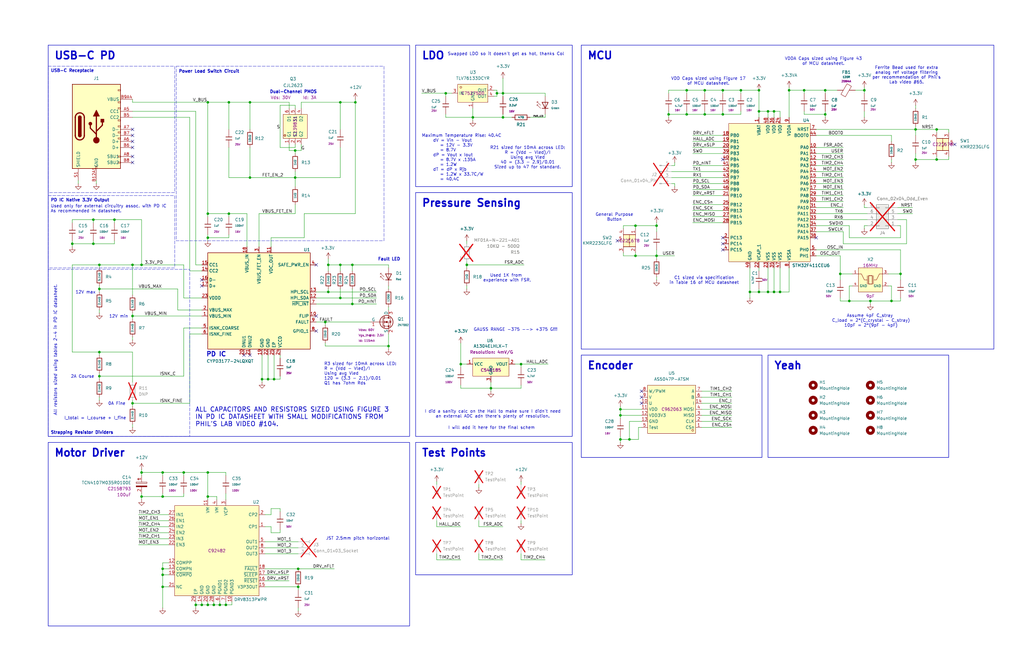
<source format=kicad_sch>
(kicad_sch (version 20250114) (generator "eeschema") (generator_version "9.0")
  (paper "B")
  (lib_symbols
    (symbol "0402,100nF_2" (pin_numbers (hide yes)) (pin_names (offset 0))
      (property "Reference" "C" (at 2.032 1.668 0))
      (property "Value" "100nF" (at 2.032 -0.3782 0))
      (property "Voltage Rated" "16V" (at 2.032 -2.0462 0))
      (symbol "0402,100nF_2_1_1"
        (pin passive line (at 0 3.81 270) (length 3.175) (name "~") (number "1"))
        (pin passive line (at 0 -3.81 90) (length 3.175) (name "~") (number "2"))
      )
    )
    (symbol "0402,10kΩ_3" (pin_numbers (hide yes)) (pin_names (offset 0))
      (property "Reference" "R" (at 1.778 0 0))
      (property "Value" "10kΩ" (at 0 0 90))
      (symbol "0402,10kΩ_3_1_1"
        (pin passive line (at 0 3.81 270) (length 1.27) (name "~") (number "1"))
        (pin passive line (at 0 -3.81 90) (length 1.27) (name "~") (number "2"))
      )
    )
    (symbol "0402,10nF_1" (pin_numbers (hide yes)) (pin_names (offset 0))
      (property "Reference" "C" (at 2.032 1.668 0))
      (property "Value" "10nF" (at 2.032 -0.3782 0))
      (property "Voltage Rated" "50V" (at 2.032 -2.0462 0))
      (symbol "0402,10nF_1_1_1"
        (pin passive line (at 0 3.81 270) (length 3.175) (name "~") (number "1"))
        (pin passive line (at 0 -3.81 90) (length 3.175) (name "~") (number "2"))
      )
    )
    (symbol "0402,1uF_1" (pin_numbers (hide yes)) (pin_names (offset 0))
      (property "Reference" "C" (at 2.032 1.668 0))
      (property "Value" "1uF" (at 2.032 -0.3782 0))
      (property "Voltage Rated" "25V" (at 2.032 -2.0462 0))
      (symbol "0402,1uF_1_1_1"
        (pin passive line (at 0 3.81 270) (length 3.175) (name "~") (number "1"))
        (pin passive line (at 0 -3.81 90) (length 3.175) (name "~") (number "2"))
      )
    )
    (symbol "0402,2.4kΩ_1" (pin_numbers (hide yes)) (pin_names (offset 0))
      (property "Reference" "R" (at 1.778 0 0))
      (property "Value" "2.4kΩ" (at 0 0 90))
      (symbol "0402,2.4kΩ_1_1_1"
        (pin passive line (at 0 3.81 270) (length 1.27) (name "~") (number "1"))
        (pin passive line (at 0 -3.81 90) (length 1.27) (name "~") (number "2"))
      )
    )
    (symbol "0_CAPACITOR:TCN4107M035R0100E"
      (property "Reference" "C14" (at -4.064 0 0))
      (property "Value" "TCN4107M035R0100E" (at -4.064 -2.286 0))
      (symbol "TCN4107M035R0100E_1_1"
        (pin passive line (at 0 3.81 270) (length 2.794) (name "~") (number "1"))
        (pin passive line (at 0 -3.81 90) (length 2.794) (name "~") (number "2"))
      )
    )
    (symbol "0_DRIVER:DRV8313PWPR"
      (property "Reference" "U" (at 0 34.798 0))
      (property "Value" "DRV8313PWPR" (at 0.254 32.512 0))
      (symbol "DRV8313PWPR_0_1"
        (pin unspecified line (at -20.32 15.24 0) (length 2.54) (name "IN1") (number "27"))
        (pin unspecified line (at -20.32 12.7 0) (length 2.54) (name "EN1") (number "26"))
        (pin unspecified line (at -20.32 10.16 0) (length 2.54) (name "IN2") (number "25"))
        (pin unspecified line (at -20.32 7.62 0) (length 2.54) (name "EN2") (number "24"))
        (pin unspecified line (at -20.32 5.08 0) (length 2.54) (name "IN3") (number "23"))
        (pin unspecified line (at -20.32 2.54 0) (length 2.54) (name "EN3") (number "22"))
        (pin unspecified line (at -20.32 -5.08 0) (length 2.54) (name "COMPP") (number "12"))
        (pin unspecified line (at -20.32 -7.62 0) (length 2.54) (name "COMPN") (number "13"))
        (pin unspecified line (at -20.32 -10.16 0) (length 2.54) (name "~{COMPO}") (number "19"))
        (pin unspecified line (at -20.32 -15.24 0) (length 2.54) (name "NC") (number "21"))
        (pin unspecified line (at -8.89 -21.59 90) (length 2.54) (name "EP") (number "29"))
        (pin unspecified line (at -6.35 -21.59 90) (length 2.54) (name "GND") (number "14"))
        (pin unspecified line (at -3.81 21.59 270) (length 2.54) (name "VM") (number "11"))
        (pin unspecified line (at -3.81 -21.59 90) (length 2.54) (name "GND") (number "20"))
        (pin unspecified line (at -1.27 -21.59 90) (length 2.54) (name "GND") (number "28"))
        (pin unspecified line (at 0 21.59 270) (length 2.54) (name "VM") (number "4"))
        (pin unspecified line (at 1.27 -21.59 90) (length 2.54) (name "PGND1") (number "6"))
        (pin unspecified line (at 3.81 21.59 270) (length 2.54) (name "VCP") (number "3"))
        (pin unspecified line (at 3.81 -21.59 90) (length 2.54) (name "PGND2") (number "7"))
        (pin unspecified line (at 6.35 -21.59 90) (length 2.54) (name "PGND3") (number "10"))
        (pin unspecified line (at 20.32 15.24 180) (length 2.54) (name "CP2") (number "2"))
        (pin unspecified line (at 20.32 10.16 180) (length 2.54) (name "CP1") (number "1"))
        (pin unspecified line (at 20.32 3.81 180) (length 2.54) (name "OUT1") (number "5"))
        (pin unspecified line (at 20.32 1.27 180) (length 2.54) (name "OUT2") (number "8"))
        (pin unspecified line (at 20.32 -1.27 180) (length 2.54) (name "OUT3") (number "9"))
        (pin unspecified line (at 20.32 -7.62 180) (length 2.54) (name "~{FAULT}") (number "18"))
        (pin unspecified line (at 20.32 -10.16 180) (length 2.54) (name "~{SLEEP}") (number "17"))
        (pin unspecified line (at 20.32 -12.7 180) (length 2.54) (name "~{RESET}") (number "16"))
        (pin unspecified line (at 20.32 -15.24 180) (length 2.54) (name "V3P3OUT") (number "15"))
      )
    )
    (symbol "0_MCU:STM32F411CEU6"
      (property "Reference" "U1" (at 13.462 29.21 0))
      (property "Value" "STM32F411CEU6" (at 8.89 -32.004 0))
      (symbol "STM32F411CEU6_0_0"
        (pin unspecified line (at -20.32 22.86 0) (length 2.54) (name "PB0") (number "18"))
        (pin unspecified line (at -20.32 20.32 0) (length 2.54) (name "PB1") (number "19"))
        (pin unspecified line (at -20.32 17.78 0) (length 2.54) (name "PB2") (number "20"))
        (pin unspecified line (at -20.32 15.24 0) (length 2.54) (name "PB3") (number "39"))
        (pin unspecified line (at -20.32 12.7 0) (length 2.54) (name "PB4") (number "40"))
        (pin unspecified line (at -20.32 10.16 0) (length 2.54) (name "PB5") (number "41"))
        (pin unspecified line (at -20.32 7.62 0) (length 2.54) (name "PB6") (number "42"))
        (pin unspecified line (at -20.32 5.08 0) (length 2.54) (name "PB7") (number "43"))
        (pin unspecified line (at -20.32 2.54 0) (length 2.54) (name "PB8") (number "45"))
        (pin unspecified line (at -20.32 0 0) (length 2.54) (name "PB9") (number "46"))
        (pin unspecified line (at -20.32 -2.54 0) (length 2.54) (name "PB10") (number "21"))
        (pin unspecified line (at -20.32 -6.35 0) (length 2.54) (name "PB12") (number "25"))
        (pin unspecified line (at -20.32 -8.89 0) (length 2.54) (name "PB13") (number "26"))
        (pin unspecified line (at -20.32 -11.43 0) (length 2.54) (name "PB14") (number "27"))
        (pin unspecified line (at -20.32 -13.97 0) (length 2.54) (name "PB15") (number "28"))
        (pin unspecified line (at -20.32 -20.32 0) (length 2.54) (name "PC13") (number "2"))
        (pin unspecified line (at -20.32 -22.86 0) (length 2.54) (name "PC14") (number "3"))
        (pin unspecified line (at -20.32 -25.4 0) (length 2.54) (name "PC15") (number "4"))
        (pin unspecified line (at -5.08 30.48 270) (length 2.54) (name "VBAT") (number "1"))
        (pin unspecified line (at -1.27 -33.02 90) (length 2.54) (name "VSS") (number "23"))
        (pin unspecified line (at 1.27 30.48 270) (length 2.54) (name "VDD") (number "36"))
        (pin unspecified line (at 1.27 -33.02 90) (length 2.54) (name "VSS") (number "35"))
        (pin unspecified line (at 3.81 30.48 270) (length 2.54) (name "VDD") (number "24"))
        (pin unspecified line (at 3.81 -33.02 90) (length 2.54) (name "VSS") (number "47"))
        (pin unspecified line (at 7.62 30.48 270) (length 2.54) (name "VDDA") (number "9"))
        (pin unspecified line (at 7.62 -33.02 90) (length 2.54) (name "VSSA") (number "8"))
        (pin unspecified line (at 19.05 25.4 180) (length 2.54) (name "NRST") (number "7"))
        (pin unspecified line (at 19.05 22.86 180) (length 2.54) (name "BOOT0") (number "44"))
        (pin unspecified line (at 19.05 17.78 180) (length 2.54) (name "PA0") (number "10"))
        (pin unspecified line (at 19.05 15.24 180) (length 2.54) (name "PA1") (number "11"))
        (pin unspecified line (at 19.05 12.7 180) (length 2.54) (name "PA2") (number "12"))
        (pin unspecified line (at 19.05 10.16 180) (length 2.54) (name "PA3") (number "13"))
        (pin unspecified line (at 19.05 7.62 180) (length 2.54) (name "PA4") (number "14"))
        (pin unspecified line (at 19.05 5.08 180) (length 2.54) (name "PA5") (number "15"))
        (pin unspecified line (at 19.05 2.54 180) (length 2.54) (name "PA6") (number "16"))
        (pin unspecified line (at 19.05 0 180) (length 2.54) (name "PA7") (number "17"))
        (pin unspecified line (at 19.05 -2.54 180) (length 2.54) (name "PA8") (number "29"))
        (pin unspecified line (at 19.05 -5.08 180) (length 2.54) (name "PA9") (number "30"))
        (pin unspecified line (at 19.05 -10.16 180) (length 2.54) (name "PA11") (number "32"))
        (pin unspecified line (at 19.05 -12.7 180) (length 2.54) (name "PA12") (number "33"))
        (pin unspecified line (at 19.05 -15.24 180) (length 2.54) (name "PA13") (number "34"))
        (pin unspecified line (at 19.05 -17.78 180) (length 2.54) (name "PA14") (number "37"))
        (pin unspecified line (at 19.05 -20.32 180) (length 2.54) (name "PA15") (number "38"))
        (pin unspecified line (at 19.05 -25.4 180) (length 2.54) (name "PH0") (number "5"))
        (pin unspecified line (at 19.05 -27.94 180) (length 2.54) (name "PH1") (number "6"))
      )
      (symbol "STM32F411CEU6_1_0"
        (pin unspecified line (at -8.89 -33.02 90) (length 2.54) (name "GND") (number "49"))
        (pin unspecified line (at -5.08 -33.02 90) (length 2.54) (name "VCAP_1") (number "22"))
        (pin unspecified line (at -1.27 30.48 270) (length 2.54) (name "VDD") (number "48"))
        (pin unspecified line (at 19.05 -7.62 180) (length 2.54) (name "PA10") (number "31"))
      )
    )
    (symbol "0_MISC:KMR223GLFG"
      (property "Reference" "SW" (at 0 10.16 0))
      (property "Value" "KMR223GLFG" (at 0.508 7.874 0))
      (symbol "KMR223GLFG_1_1"
        (pin unspecified line (at -5.08 0 0) (length 2.54) (name "") (number "5"))
        (pin unspecified line (at -2.54 5.08 270) (length 2.54) (name "") (number "4"))
        (pin unspecified line (at -2.54 -5.08 90) (length 2.54) (name "") (number "3"))
        (pin unspecified line (at 2.54 5.08 270) (length 2.54) (name "") (number "1"))
        (pin unspecified line (at 2.54 -5.08 90) (length 2.54) (name "") (number "2"))
      )
    )
    (symbol "0_PWR:CYPD3177-24LQXQT"
      (property "Reference" "U" (at 20.828 21.59 0))
      (property "Value" "CYPD3177-24LQXQT" (at 22.098 -21.844 0))
      (symbol "CYPD3177-24LQXQT_1_1"
        (pin bidirectional line (at -24.13 15.24 0) (length 2.54) (name "CC1") (number "15"))
        (pin bidirectional line (at -24.13 12.7 0) (length 2.54) (name "CC2") (number "14"))
        (pin input line (at -24.13 8.89 0) (length 2.54) (name "D-") (number "16"))
        (pin input line (at -24.13 6.35 0) (length 2.54) (name "D+") (number "17"))
        (pin power_out line (at -24.13 1.27 0) (length 2.54) (name "VDDD") (number "23"))
        (pin input line (at -24.13 -3.81 0) (length 2.54) (name "VBUS_MAX") (number "2"))
        (pin input line (at -24.13 -6.35 0) (length 2.54) (name "VBUS_MIN") (number "1"))
        (pin input line (at -24.13 -11.43 0) (length 2.54) (name "ISNK_COARSE") (number "5"))
        (pin input line (at -24.13 -13.97 0) (length 2.54) (name "ISNK_FINE") (number "6"))
        (pin input line (at -6.35 -22.86 90) (length 2.54) (name "DNU1") (number "20"))
        (pin power_in line (at -5.08 22.86 270) (length 2.54) (name "VBUS_IN") (number "18"))
        (pin input line (at -3.81 -22.86 90) (length 2.54) (name "DNU2") (number "21"))
        (pin output line (at 0 22.86 270) (length 2.54) (name "VBUS_FET_EN") (number "3"))
        (pin power_in line (at 1.27 -22.86 90) (length 2.54) (name "GND") (number "19"))
        (pin passive line (at 3.81 -22.86 90) (length 2.54) (name "GND") (number "22"))
        (pin output line (at 5.08 22.86 270) (length 2.54) (name "VDC_OUT") (number "11"))
        (pin passive line (at 6.35 -22.86 90) (length 2.54) (name "EP") (number "25"))
        (pin power_out line (at 8.89 -22.86 90) (length 2.54) (name "VCCD") (number "24"))
        (pin output line (at 24.13 15.24 180) (length 2.54) (name "SAFE_PWR_EN") (number "4"))
        (pin bidirectional line (at 24.13 3.81 180) (length 2.54) (name "HPI_SCL") (number "13"))
        (pin bidirectional line (at 24.13 1.27 180) (length 2.54) (name "HPI_SDA") (number "12"))
        (pin input line (at 24.13 -1.27 180) (length 2.54) (name "~{HPI_INT}") (number "7"))
        (pin output line (at 24.13 -6.35 180) (length 2.54) (name "FLIP") (number "10"))
        (pin output line (at 24.13 -8.89 180) (length 2.54) (name "FAULT") (number "9"))
        (pin bidirectional line (at 24.13 -12.7 180) (length 2.54) (name "GPIO_1") (number "8"))
      )
    )
    (symbol "0_PWR:TLV76133DCYR"
      (property "Reference" "U3" (at 0 8.89 0))
      (property "Value" "TLV76133DCYR" (at 0 6.35 0))
      (symbol "TLV76133DCYR_0_1"
        (pin unspecified line (at -8.89 0 0) (length 2.54) (name "IN") (number "3"))
        (pin unspecified line (at 0 -6.35 90) (length 2.54) (name "GND") (number "1"))
        (pin unspecified line (at 8.89 1.27 180) (length 2.54) (name "OUT") (number "2"))
        (pin unspecified line (at 8.89 -1.27 180) (length 2.54) (name "OUT") (number "4"))
      )
    )
    (symbol "0_SENSOR:A1304ELHLX-T"
      (property "Reference" "U" (at 0 9.398 0))
      (property "Value" "A1304ELHLX-T" (at 0 7.112 0))
      (symbol "A1304ELHLX-T_0_1"
        (pin unspecified line (at -10.16 2.54 0) (length 2.54) (name "VCC") (number "1"))
        (pin unspecified line (at 0 -5.08 90) (length 2.54) (name "GND") (number "3"))
        (pin unspecified line (at 10.16 2.54 180) (length 2.54) (name "VOUT") (number "2"))
      )
    )
    (symbol "0_SENSOR:AS5047P-ATSM_C962063"
      (property "Reference" "U5" (at 0 -15.24 0))
      (property "Value" "AS5047P-ATSM_C962063" (at 0 -12.7 0))
      (symbol "AS5047P-ATSM_C962063_0_1"
        (pin unspecified line (at -12.7 7.62 0) (length 2.54) (name "CSn") (number "1"))
        (pin unspecified line (at -12.7 5.08 0) (length 2.54) (name "CLK") (number "2"))
        (pin unspecified line (at -12.7 2.54 0) (length 2.54) (name "MISO") (number "3"))
        (pin unspecified line (at -12.7 0 0) (length 2.54) (name "MOSI") (number "4"))
        (pin unspecified line (at -12.7 -2.54 0) (length 2.54) (name "I") (number "14"))
        (pin unspecified line (at -12.7 -5.08 0) (length 2.54) (name "B") (number "6"))
        (pin unspecified line (at -12.7 -7.62 0) (length 2.54) (name "A") (number "7"))
        (pin unspecified line (at 12.7 7.62 180) (length 2.54) (name "Test") (number "5"))
        (pin unspecified line (at 12.7 5.08 180) (length 2.54) (name "GND") (number "13"))
        (pin unspecified line (at 12.7 2.54 180) (length 2.54) (name "VDD3V3") (number "12"))
        (pin unspecified line (at 12.7 0 180) (length 2.54) (name "VDD") (number "11"))
        (pin unspecified line (at 12.7 -2.54 180) (length 2.54) (name "U") (number "10"))
        (pin unspecified line (at 12.7 -5.08 180) (length 2.54) (name "V") (number "9"))
        (pin unspecified line (at 12.7 -7.62 180) (length 2.54) (name "W/PWM") (number "8"))
      )
    )
    (symbol "0_TRANSISTOR:CJL2623"
      (property "Reference" "Q3" (at 1.2701 -6.35 90))
      (property "Value" "CJL2623" (at -1.2699 -6.35 90))
      (symbol "CJL2623_0_1"
        (pin unspecified line (at -7.62 2.54 0) (length 2.54) (name "G1") (number "1"))
        (pin unspecified line (at -7.62 0 0) (length 2.54) (name "S2") (number "2"))
        (pin unspecified line (at -7.62 -2.54 0) (length 2.54) (name "G2") (number "3"))
        (pin unspecified line (at 7.62 2.54 180) (length 2.54) (name "D1") (number "6"))
        (pin unspecified line (at 7.62 0 180) (length 2.54) (name "S1") (number "5"))
        (pin unspecified line (at 7.62 -2.54 180) (length 2.54) (name "D2") (number "4"))
      )
    )
    (symbol "Connector:Conn_01x03_Socket" (pin_names (offset 1.016) (hide yes))
      (property "Reference" "J" (at 0 5.08 0))
      (property "Value" "Conn_01x03_Socket" (at 0 -5.08 0))
      (symbol "Conn_01x03_Socket_1_1"
        (pin passive line (at -5.08 2.54 0) (length 3.81) (name "Pin_1") (number "1"))
        (pin passive line (at -5.08 0 0) (length 3.81) (name "Pin_2") (number "2"))
        (pin passive line (at -5.08 -2.54 0) (length 3.81) (name "Pin_3") (number "3"))
      )
    )
    (symbol "Connector:Conn_01x04_Pin" (pin_names (offset 1.016) (hide yes))
      (property "Reference" "J" (at 0 5.08 0))
      (property "Value" "Conn_01x04_Pin" (at 0 -7.62 0))
      (symbol "Conn_01x04_Pin_1_1"
        (pin passive line (at 5.08 2.54 180) (length 3.81) (name "Pin_1") (number "1"))
        (pin passive line (at 5.08 0 180) (length 3.81) (name "Pin_2") (number "2"))
        (pin passive line (at 5.08 -2.54 180) (length 3.81) (name "Pin_3") (number "3"))
        (pin passive line (at 5.08 -5.08 180) (length 3.81) (name "Pin_4") (number "4"))
      )
    )
    (symbol "Connector:TestPoint" (pin_numbers (hide yes)) (pin_names (offset 0.762) (hide yes))
      (property "Reference" "TP" (at 0 6.858 0))
      (property "Value" "TestPoint" (at 0 5.08 0))
      (symbol "TestPoint_1_1"
        (pin passive line (at 0 0 90) (length 2.54) (name "1") (number "1"))
      )
    )
    (symbol "Connector_Generic:Conn_02x04_Odd_Even" (pin_names (offset 1.016) (hide yes))
      (property "Reference" "J" (at 1.27 5.08 0))
      (property "Value" "Conn_02x04_Odd_Even" (at 1.27 -7.62 0))
      (symbol "Conn_02x04_Odd_Even_1_1"
        (pin passive line (at -5.08 2.54 0) (length 3.81) (name "Pin_1") (number "1"))
        (pin passive line (at -5.08 0 0) (length 3.81) (name "Pin_3") (number "3"))
        (pin passive line (at -5.08 -2.54 0) (length 3.81) (name "Pin_5") (number "5"))
        (pin passive line (at -5.08 -5.08 0) (length 3.81) (name "Pin_7") (number "7"))
        (pin passive line (at 7.62 2.54 180) (length 3.81) (name "Pin_2") (number "2"))
        (pin passive line (at 7.62 0 180) (length 3.81) (name "Pin_4") (number "4"))
        (pin passive line (at 7.62 -2.54 180) (length 3.81) (name "Pin_6") (number "6"))
        (pin passive line (at 7.62 -5.08 180) (length 3.81) (name "Pin_8") (number "8"))
      )
    )
    (symbol "Device:R" (pin_numbers (hide yes)) (pin_names (offset 0))
      (property "Reference" "R" (at 2.032 0 90))
      (property "Value" "R" (at 0 0 90))
      (symbol "R_1_1"
        (pin passive line (at 0 3.81 270) (length 1.27) (name "~") (number "1"))
        (pin passive line (at 0 -3.81 90) (length 1.27) (name "~") (number "2"))
      )
    )
    (symbol "Device:R_Variable" (pin_numbers (hide yes)) (pin_names (offset 0))
      (property "Reference" "R" (at 2.54 -2.54 90))
      (property "Value" "R_Variable" (at -2.54 -1.27 90))
      (symbol "R_Variable_1_1"
        (pin passive line (at 0 3.81 270) (length 1.27) (name "~") (number "1"))
        (pin passive line (at 0 -3.81 90) (length 1.27) (name "~") (number "2"))
      )
    )
    (symbol "Mechanical:MountingHole" (pin_names (offset 1.016)) (in_bom no)
      (property "Reference" "H" (at 0 5.08 0))
      (property "Value" "MountingHole" (at 0 3.175 0))
    )
    (symbol "PCM_JLCPCB-Capacitors:0402,100nF" (pin_numbers (hide yes)) (pin_names (offset 0))
      (property "Reference" "C" (at 2.032 1.668 0))
      (property "Value" "100nF" (at 2.032 -0.3782 0))
      (property "Voltage Rated" "16V" (at 2.032 -2.0462 0))
      (symbol "0402,100nF_1_1"
        (pin passive line (at 0 3.81 270) (length 3.175) (name "~") (number "1"))
        (pin passive line (at 0 -3.81 90) (length 3.175) (name "~") (number "2"))
      )
    )
    (symbol "PCM_JLCPCB-Capacitors:0402,10nF" (pin_numbers (hide yes)) (pin_names (offset 0))
      (property "Reference" "C" (at 2.032 1.668 0))
      (property "Value" "10nF" (at 2.032 -0.3782 0))
      (property "Voltage Rated" "50V" (at 2.032 -2.0462 0))
      (symbol "0402,10nF_1_1"
        (pin passive line (at 0 3.81 270) (length 3.175) (name "~") (number "1"))
        (pin passive line (at 0 -3.81 90) (length 3.175) (name "~") (number "2"))
      )
    )
    (symbol "PCM_JLCPCB-Capacitors:0402,10pF" (pin_numbers (hide yes)) (pin_names (offset 0))
      (property "Reference" "C" (at 2.032 1.668 0))
      (property "Value" "10pF" (at 2.032 -0.3782 0))
      (property "Voltage Rated" "50V" (at 2.032 -2.0462 0))
      (symbol "0402,10pF_1_1"
        (pin passive line (at 0 3.81 270) (length 3.175) (name "~") (number "1"))
        (pin passive line (at 0 -3.81 90) (length 3.175) (name "~") (number "2"))
      )
    )
    (symbol "PCM_JLCPCB-Capacitors:0402,1uF" (pin_numbers (hide yes)) (pin_names (offset 0))
      (property "Reference" "C" (at 2.032 1.668 0))
      (property "Value" "1uF" (at 2.032 -0.3782 0))
      (property "Voltage Rated" "25V" (at 2.032 -2.0462 0))
      (symbol "0402,1uF_1_1"
        (pin passive line (at 0 3.81 270) (length 3.175) (name "~") (number "1"))
        (pin passive line (at 0 -3.81 90) (length 3.175) (name "~") (number "2"))
      )
    )
    (symbol "PCM_JLCPCB-Capacitors:0402,4.7nF" (pin_numbers (hide yes)) (pin_names (offset 0))
      (property "Reference" "C" (at 2.032 1.668 0))
      (property "Value" "4.7nF" (at 2.032 -0.3782 0))
      (property "Voltage Rated" "50V" (at 2.032 -2.0462 0))
      (symbol "0402,4.7nF_1_1"
        (pin passive line (at 0 3.81 270) (length 3.175) (name "~") (number "1"))
        (pin passive line (at 0 -3.81 90) (length 3.175) (name "~") (number "2"))
      )
    )
    (symbol "PCM_JLCPCB-Capacitors:0603,2.2uF" (pin_numbers (hide yes)) (pin_names (offset 0))
      (property "Reference" "C" (at 2.032 1.668 0))
      (property "Value" "2.2uF" (at 2.032 -0.3782 0))
      (property "Voltage Rated" "16V" (at 2.032 -2.0462 0))
      (symbol "0603,2.2uF_1_1"
        (pin passive line (at 0 3.81 270) (length 3.175) (name "~") (number "1"))
        (pin passive line (at 0 -3.81 90) (length 3.175) (name "~") (number "2"))
      )
    )
    (symbol "PCM_JLCPCB-Capacitors:0603,4.7uF" (pin_numbers (hide yes)) (pin_names (offset 0))
      (property "Reference" "C" (at 2.032 1.668 0))
      (property "Value" "4.7uF" (at 2.032 -0.3782 0))
      (property "Voltage Rated" "16V" (at 2.032 -2.0462 0))
      (symbol "0603,4.7uF_1_1"
        (pin passive line (at 0 3.81 270) (length 3.175) (name "~") (number "1"))
        (pin passive line (at 0 -3.81 90) (length 3.175) (name "~") (number "2"))
      )
    )
    (symbol "PCM_JLCPCB-Capacitors:0805,100nF" (pin_numbers (hide yes)) (pin_names (offset 0))
      (property "Reference" "C" (at 2.032 1.668 0))
      (property "Value" "100nF" (at 2.032 -0.3782 0))
      (property "Voltage Rated" "100V" (at 2.032 -2.0462 0))
      (symbol "0805,100nF_1_1"
        (pin passive line (at 0 3.81 270) (length 3.175) (name "~") (number "1"))
        (pin passive line (at 0 -3.81 90) (length 3.175) (name "~") (number "2"))
      )
    )
    (symbol "PCM_JLCPCB-Capacitors:0805,4.7nF" (pin_numbers (hide yes)) (pin_names (offset 0))
      (property "Reference" "C" (at 2.032 1.668 0))
      (property "Value" "4.7nF" (at 2.032 -0.3782 0))
      (property "Voltage Rated" "50V" (at 2.032 -2.0462 0))
      (symbol "0805,4.7nF_1_1"
        (pin passive line (at 0 3.81 270) (length 3.175) (name "~") (number "1"))
        (pin passive line (at 0 -3.81 90) (length 3.175) (name "~") (number "2"))
      )
    )
    (symbol "PCM_JLCPCB-Crystals:Crystal, 16MHz, 9pF"
      (property "Reference" "X2" (at 0 7.62 0))
      (symbol "Crystal, 16MHz, 9pF_0_1"
        (pin unspecified line (at -7.62 -2.54 0) (length 2.54) (name "GND") (number "4"))
        (pin unspecified line (at 7.62 -2.54 180) (length 2.54) (name "GND") (number "2"))
      )
      (symbol "Crystal, 16MHz, 9pF_1_1"
        (pin unspecified line (at -7.62 2.54 0) (length 2.54) (name "OSC") (number "1"))
        (pin unspecified line (at 7.62 2.54 180) (length 2.54) (name "OSC") (number "3"))
      )
    )
    (symbol "PCM_JLCPCB-Diodes:LED,0603,Red" (pin_numbers (hide yes)) (pin_names (offset 0))
      (property "Reference" "D" (at 2.032 0.834 0))
      (property "Value" "Red" (at 2.032 -1.2122 0))
      (symbol "LED,0603,Red_1_1"
        (pin passive line (at 0 3.81 270) (length 3.81) (name "~") (number "2"))
        (pin passive line (at 0 -3.81 90) (length 3.81) (name "~") (number "1"))
      )
    )
    (symbol "PCM_JLCPCB-Diodes:LED,0805,Green" (pin_numbers (hide yes)) (pin_names (offset 0))
      (property "Reference" "D" (at 2.032 0.834 0))
      (property "Value" "Green" (at 2.032 -1.2122 0))
      (symbol "LED,0805,Green_1_1"
        (pin passive line (at 0 3.81 270) (length 3.81) (name "~") (number "2"))
        (pin passive line (at 0 -3.81 90) (length 3.81) (name "~") (number "1"))
      )
    )
    (symbol "PCM_JLCPCB-Extended:Connector, USB-TYPE-C-16P"
      (property "Reference" "J1" (at 0 20.32 0))
      (symbol "Connector, USB-TYPE-C-16P_1_1"
        (pin passive line (at -7.62 -22.86 90) (length 5.08) (name "SHIELD") (number "S1"))
        (pin passive line (at 0 -22.86 90) (length 5.08) (hide yes) (name "GND") (number "A12B1"))
        (pin passive line (at 0 -22.86 90) (length 5.08) (name "GND") (number "B12A1"))
        (pin passive line (at 15.24 11.43 180) (length 5.08) (hide yes) (name "VBUS") (number "A9B4"))
        (pin passive line (at 15.24 11.43 180) (length 5.08) (name "VBUS") (number "B9A4"))
        (pin bidirectional line (at 15.24 6.35 180) (length 5.08) (name "CC1") (number "A5"))
        (pin bidirectional line (at 15.24 3.81 180) (length 5.08) (name "CC2") (number "B5"))
        (pin bidirectional line (at 15.24 -1.27 180) (length 5.08) (name "D-") (number "A7"))
        (pin bidirectional line (at 15.24 -3.81 180) (length 5.08) (name "D-") (number "B7"))
        (pin bidirectional line (at 15.24 -6.35 180) (length 5.08) (name "D+") (number "A6"))
        (pin bidirectional line (at 15.24 -8.89 180) (length 5.08) (name "D+") (number "B6"))
        (pin bidirectional line (at 15.24 -12.7 180) (length 5.08) (name "SBU1") (number "A8"))
        (pin bidirectional line (at 15.24 -15.24 180) (length 5.08) (name "SBU2") (number "B8"))
      )
    )
    (symbol "PCM_JLCPCB-Inductors:Ferrite,0603" (pin_numbers (hide yes)) (pin_names (offset 0))
      (property "Reference" "FB" (at 3.4036 1.2508 0))
      (property "Current Rating" "200mA" (at 3.4036 -1.5274 0))
      (symbol "Ferrite,0603_1_1"
        (pin passive line (at 0 3.81 270) (length 2.54) (name "~") (number "1"))
        (pin passive line (at 0 -3.81 90) (length 2.54) (name "~") (number "2"))
      )
    )
    (symbol "PCM_JLCPCB-Resistors:0402,10kΩ" (pin_numbers (hide yes)) (pin_names (offset 0))
      (property "Reference" "R" (at 1.778 0 0))
      (property "Value" "10kΩ" (at 0 0 90))
      (symbol "0402,10kΩ_1_1"
        (pin passive line (at 0 3.81 270) (length 1.27) (name "~") (number "1"))
        (pin passive line (at 0 -3.81 90) (length 1.27) (name "~") (number "2"))
      )
    )
    (symbol "PCM_JLCPCB-Resistors:0402,1kΩ" (pin_numbers (hide yes)) (pin_names (offset 0))
      (property "Reference" "R" (at 1.778 0 0))
      (property "Value" "1kΩ" (at 0 0 90))
      (symbol "0402,1kΩ_1_1"
        (pin passive line (at 0 3.81 270) (length 1.27) (name "~") (number "1"))
        (pin passive line (at 0 -3.81 90) (length 1.27) (name "~") (number "2"))
      )
    )
    (symbol "PCM_JLCPCB-Resistors:0402,47Ω" (pin_numbers (hide yes)) (pin_names (offset 0))
      (property "Reference" "R" (at 1.778 0 0))
      (property "Value" "47Ω" (at 0 0 90))
      (symbol "0402,47Ω_1_1"
        (pin passive line (at 0 3.81 270) (length 1.27) (name "~") (number "1"))
        (pin passive line (at 0 -3.81 90) (length 1.27) (name "~") (number "2"))
      )
    )
    (symbol "PCM_JLCPCB-Resistors:0603,10kΩ" (pin_numbers (hide yes)) (pin_names (offset 0))
      (property "Reference" "R" (at 1.778 0 0))
      (property "Value" "10kΩ" (at 0 0 90))
      (symbol "0603,10kΩ_1_1"
        (pin passive line (at 0 3.81 270) (length 1.27) (name "~") (number "1"))
        (pin passive line (at 0 -3.81 90) (length 1.27) (name "~") (number "2"))
      )
    )
    (symbol "PCM_JLCPCB-Resistors:0603,120Ω" (pin_numbers (hide yes)) (pin_names (offset 0))
      (property "Reference" "R" (at 1.778 0 0))
      (property "Value" "120Ω" (at 0 0 90))
      (symbol "0603,120Ω_1_1"
        (pin passive line (at 0 3.81 270) (length 1.27) (name "~") (number "1"))
        (pin passive line (at 0 -3.81 90) (length 1.27) (name "~") (number "2"))
      )
    )
    (symbol "PCM_JLCPCB-Resistors:0603,1kΩ" (pin_numbers (hide yes)) (pin_names (offset 0))
      (property "Reference" "R" (at 1.778 0 0))
      (property "Value" "1kΩ" (at 0 0 90))
      (symbol "0603,1kΩ_1_1"
        (pin passive line (at 0 3.81 270) (length 1.27) (name "~") (number "1"))
        (pin passive line (at 0 -3.81 90) (length 1.27) (name "~") (number "2"))
      )
    )
    (symbol "PCM_JLCPCB-Resistors:0603,2.4kΩ" (pin_numbers (hide yes)) (pin_names (offset 0))
      (property "Reference" "R" (at 1.778 0 0))
      (property "Value" "2.4kΩ" (at 0 0 90))
      (symbol "0603,2.4kΩ_1_1"
        (pin passive line (at 0 3.81 270) (length 1.27) (name "~") (number "1"))
        (pin passive line (at 0 -3.81 90) (length 1.27) (name "~") (number "2"))
      )
    )
    (symbol "PCM_JLCPCB-Resistors:0603,5.1kΩ" (pin_numbers (hide yes)) (pin_names (offset 0))
      (property "Reference" "R" (at 1.778 0 0))
      (property "Value" "5.1kΩ" (at 0 0 90))
      (symbol "0603,5.1kΩ_1_1"
        (pin passive line (at 0 3.81 270) (length 1.27) (name "~") (number "1"))
        (pin passive line (at 0 -3.81 90) (length 1.27) (name "~") (number "2"))
      )
    )
    (symbol "PCM_JLCPCB-Transistors:NMOS,2N7002" (pin_names (offset 0))
      (property "Reference" "Q" (at 4.8514 0.834 0))
      (property "Value" "2N7002" (at 4.8514 -1.2122 0))
      (symbol "NMOS,2N7002_1_1"
        (pin input line (at -5.08 0 0) (length 2.54) (name "G") (number "1"))
        (pin passive line (at 2.54 5.08 270) (length 2.54) (name "D") (number "3"))
        (pin passive line (at 2.54 -5.08 90) (length 2.54) (name "S") (number "2"))
      )
    )
    (symbol "power:+12V" (power) (pin_numbers (hide yes)) (pin_names (offset 0) (hide yes))
      (property "Value" "+12V" (at 0 3.556 0))
      (symbol "+12V_1_1"
        (pin power_in line (at 0 0 90) (length 0) (name "~") (number "1"))
      )
    )
    (symbol "power:+3.3V" (power) (pin_numbers (hide yes)) (pin_names (offset 0) (hide yes))
      (property "Value" "+3.3V" (at 0 3.556 0))
      (symbol "+3.3V_1_1"
        (pin power_in line (at 0 0 90) (length 0) (name "~") (number "1"))
      )
    )
    (symbol "power:+3.3VA" (power) (pin_numbers (hide yes)) (pin_names (offset 0) (hide yes))
      (property "Value" "+3.3VA" (at 0 3.556 0))
      (symbol "+3.3VA_1_1"
        (pin power_in line (at 0 0 90) (length 0) (name "~") (number "1"))
      )
    )
    (symbol "power:GND" (power) (pin_numbers (hide yes)) (pin_names (offset 0) (hide yes))
      (property "Value" "GND" (at 0 -3.81 0))
      (symbol "GND_1_1"
        (pin power_in line (at 0 0 270) (length 0) (name "~") (number "1"))
      )
    )
  )
  (text "Dual-Channel PMOS" (at 123.698 38.862 0) (effects (font (size 1.27 1.27) (thickness 0.254) (bold yes))))
  (text "R3 sized for 10mA across LED:\nR = (Vdd - Vled)/I\nUsing avg Vled\n120 = (3.3 - 2.1)/0.01\nQ1 has 7ohm Rds" (at 136.652 157.734 0) (effects (font (size 1.27 1.27)) (justify left)))
  (text "Used only for external circuitry assoc. with PD IC\nAs recommended in datasheet." (at 21.336 88.138 0) (effects (font (size 1.27 1.27) (thickness 0.1588)) (justify left)))
  (text "Used 1K from \nexperience with FSR." (at 213.868 117.348 0) (effects (font (size 1.27 1.27))))
  (text "Fault LED" (at 164.084 109.474 0) (effects (font (size 1.27 1.27) (thickness 0.254) (bold yes))))
  (text "Maximum Temperature Rise: 40.4C\n	dV = Vin - Vout\n	   = 12V - 3.3V\n	   = 8.7V\n	dP = Vout x Iout\n	   = 8.7V x .135A\n	   = 1.2W\n	dT = dP x Rjb\n	   = 1.2W x 33.7C/W\n	   = 40.4C" (at 177.8 66.548 0) (effects (font (size 1.27 1.27) (thickness 0.1588)) (justify left)))
  (text "VDDA Caps sized using Figure 43\nof MCU datasheet." (at 347.218 25.908 0) (effects (font (size 1.27 1.27))))
  (text "R21 sized for 10mA across LED:\nR = (Vdd - Vled)/I\nUsing avg Vled\n40 = (3.3 - 2.9)/0.01\nSized up to 47 for standard." (at 222.504 66.548 0) (effects (font (size 1.27 1.27))))
  (text "12V min" (at 50.038 133.604 0) (effects (font (size 1.27 1.27) (thickness 0.1588))))
  (text "2A Course" (at 34.798 159.004 0) (effects (font (size 1.27 1.27) (thickness 0.1588))))
  (text "C1 sized via specification\nin Table 16 of MCU datasheet\n" (at 296.926 118.364 0) (effects (font (size 1.27 1.27))))
  (text "GAUSS RANGE -375 --> +375 G!!!" (at 217.424 139.192 0) (effects (font (size 1.27 1.27))))
  (text "0A Fine" (at 49.276 170.434 0) (effects (font (size 1.27 1.27) (thickness 0.1588))))
  (text "ALTERATIONS AFTER BOARD REVIEW:\n- Examine resistors and capacitors to make sizes more specific\n\n- DOUBLE CHECK XH IN LAB\n\n- TIMNs go to GPIOS!!! \n	- Use to tidy up routing and hopefully don't \"cut up GND plane\"\n	- Otherwise can use top GND plane as well.\n\n- Encoder I2C? Probably too slow... maybe just use A and B as channels.\n	- Definitely too slow, also SSI =/ SPI, so making that work would be a pain in that ass\n	- Solution: switch encoder." (at 449.072 171.196 0) (effects (font (size 1.905 1.905)) (justify left)))
  (text "PD IC" (at 91.186 149.606 0) (effects (font (size 1.905 1.905) (thickness 0.381) (bold yes))))
  (text "VDD Caps sized using Figure 17\nof MCU datasheet." (at 298.704 34.29 0) (effects (font (size 1.27 1.27))))
  (text "Power Load Switch Circuit" (at 88.138 30.226 0) (effects (font (size 1.27 1.27) (thickness 0.254) (bold yes))))
  (text "General Purpose\nButton\n" (at 259.08 91.694 0) (effects (font (size 1.27 1.27))))
  (text "JST 2.5mm pitch horizontal" (at 150.876 227.33 0) (effects (font (size 1.27 1.27))))
  (text "I did a sanity calc on the Hall to make sure I didn't need\nan external ADC adn there's plenty of resolution." (at 207.772 174.752 0) (effects (font (size 1.27 1.27))))
  (text "Notes for Final Board:\n\n- Swap to STM32WB55\n	- Read thru datasheet\n	- Maybe use LQFP64 package\n\n- Need D+/D-?\n	- No\n- Need I2C to PD?\n	- Yes! and Interrupt b/c why not\n	- Can be used to negotiate voltage and READ FROM VBUS (assuming VBUS_IN not VDC_out)\n\n- Voltage Monitor on 12V line?\n	- Fault indicates that the switching reg is not enabled.\n	- Connect Fault to MCU GPIO\n	- Utilize I2C V monitor of VBUS line\n	- Add access Pad to VDC_OUT line, but no need to have voltage monitor\n\n- Is just LDO fine?\n	- Yes, use proper thermal design and TLV76133\n\n- Pick Motor Driver\n	- DRV8313\n\n- Add reverse polarity protection\n\n- I THINK I NEED AN EXTERNAL ADC FOR THE HALL\n	- No, phew.\n	- Use this GPT prompt to see why:\n		Hey, Im using linear hall effect sensor A1304 to sense a maximum\n		of 1mm deflection. I will be using a magnet with about 1000 G at\n		the surface. The resolution of the A1304 is 4mV/G. I am using \n		the STM32WB55 MCU. I want to see if I should have an external \n		ADC or if it would be okay to use the internal ADC of the MCU. \n		Can you help me do a safe proof calculation?\n\n- CONNECTORS:\n	- Just duponts that I can desolder\n	- UART for HC05\n	- Header for ST-LINK\n	- THINK ABOUT WHERE TO PLACE SO I CAN HAVE THEM ATTACHED FOR \n	  DEBUGGING AND STILL USE PRESS FUNCTIONALITY!" (at 448.056 70.612 0) (effects (font (size 1.905 1.905)) (justify left)))
  (text "Swapped LDO so it doesn't get as hot, thanks Col\n" (at 213.36 22.86 0) (effects (font (size 1.27 1.27))))
  (text "Wow, the question of 3-PWM vs 6-PWM is hard.\n\nBasically my (probably flawed) understanding is:\n- 3PWM forgoes control of the dead-time to the driver IC, which reduces complexity of the code\n  but also reduces the flexibility of the programmar to do weird/specific control things.\n	- Ppl in the SmartKnob community say that 3PWM performs worse, I don't really understand what\n	  worse means in this context, my best guess is positional and torque feedback precision?\n	  That's a pretty general response.\n- 6PWM allows you to control each FET in the 3 half-bridges directly, which enables greater control\n  with added complexity and computing power from the MCU\n	- 6PWM seems to be used by people who are designing their own control circuits b/c of specific needs\n	  that can't be satisfied by a control IC.\n\nMy questions still:\n- WHY and HOW 6PWM is beneficial for SmartKnob application more specifically.\n		- Charlie doesn't seem to understand how it could be, and especially for my application it will be fine.\n\n\nPros/Cons for ME and THIS:\n\n3PWM:\nP:\n- Simpler programming\n- Alr have driver implemented\n- Less compute\n- Less signals\nC: \n- Biggest: support from code in the project\n- Less precise/doesn't work well for application?? Maybe??\n- Future prepping :/" (at -118.618 220.472 0) (effects (font (size 1.27 1.27)) (justify left)))
  (text "Assume 4pF C_stray \nC_load = 2*(C_crystal - C_stray)\n10pF = 2*(9pF - 4pF)" (at 367.284 135.382 0) (effects (font (size 1.27 1.27))))
  (text "I will add it here for the final schem" (at 207.264 180.594 0) (effects (font (size 1.27 1.27))))
  (text "I_total = I_course + I_fine" (at 40.132 176.53 0) (effects (font (size 1.27 1.27) (thickness 0.1588))))
  (text "12V max" (at 36.068 123.444 0) (effects (font (size 1.27 1.27) (thickness 0.1588))))
  (text "All resistors sized using tables 2-4 in PD IC datasheet." (at 23.368 147.828 90) (effects (font (size 1.27 1.27) (thickness 0.1588) (italic yes))))
  (text "ALL CAPACITORS AND RESISTORS SIZED USING FIGURE 3\nIN PD IC DATASHEET WITH SMALL MODIFICATIONS FROM\nPHIL'S LAB VIDEO #104." (at 82.296 176.022 0) (effects (font (size 1.905 1.905) (thickness 0.254) (bold yes)) (justify left)))
  (text "Ferrite Bead used for extra\nanalog ref voltage filtering\nper recommendation of Phil's\nLab video #65." (at 382.27 31.75 0) (effects (font (size 1.27 1.27) (thickness 0.1588))))
  (text_box "Motor Driver" (at 20.32 186.69 0) (size 152.4 77.47) (margins 2.4448 2.4448 2.4448 2.4448) (stroke (width 0.2032)) (effects (font (size 3.175 3.175) (thickness 0.635) (bold yes)) (justify left top)))
  (text_box "LDO" (at 175.26 19.05 0) (size 66.04 59.69) (margins 2.4448 2.4448 2.4448 2.4448) (stroke (width 0.2032)) (effects (font (size 3.175 3.175) (thickness 0.635) (bold yes)) (justify left top)))
  (text_box "Pressure Sensing" (at 175.26 81.28 0) (size 66.04 102.87) (margins 2.4448 2.4448 2.4448 2.4448) (stroke (width 0.2032)) (effects (font (size 3.175 3.175) (thickness 0.635) (bold yes)) (justify left top)))
  (text_box "" (at 74.295 27.94 0) (size 87.63 73.66) (margins 1.016 1.016 1.016 1.016) (stroke (width 0.127) (type dash)) (effects (font (size 1.27 1.27) (thickness 0.254) (bold yes)) (justify left top)))
  (text_box "Encoder" (at 245.11 149.86 0) (size 76.2 43.18) (margins 2.4448 2.4448 2.4448 2.4448) (stroke (width 0.2032)) (effects (font (size 3.175 3.175) (thickness 0.635) (bold yes)) (justify left top)))
  (text_box "PD IC Native 3.3V Output" (at 20.32 82.55 0) (size 53.34 30.48) (margins 1.016 1.016 1.016 1.016) (stroke (width 0.127) (type dash)) (effects (font (size 1.27 1.27) (thickness 0.254) (bold yes)) (justify left top)))
  (text_box "Strapping Resistor Dividers" (at 20.32 113.665 0) (size 59.69 70.485) (margins 1.016 1.016 1.016 1.016) (stroke (width 0.127) (type dash)) (effects (font (size 1.27 1.27) (thickness 0.254) (bold yes)) (justify left bottom)))
  (text_box "Test Points" (at 175.26 186.69 0) (size 66.04 55.88) (margins 2.4448 2.4448 2.4448 2.4448) (stroke (width 0.2032)) (effects (font (size 3.175 3.175) (thickness 0.635) (bold yes)) (justify left top)))
  (text_box "Yeah" (at 323.85 149.86 0) (size 76.2 43.18) (margins 2.4448 2.4448 2.4448 2.4448) (stroke (width 0.2032)) (effects (font (size 3.175 3.175) (thickness 0.635) (bold yes)) (justify left top)))
  (text_box "USB-C Receptacle" (at 20.32 27.94 0) (size 53.34 53.34) (margins 1.016 1.016 1.016 1.016) (stroke (width 0.127) (type dash)) (effects (font (size 1.27 1.27) (thickness 0.254) (bold yes)) (justify left top)))
  (text_box "USB-C PD" (at 20.32 19.05 0) (size 152.4 165.1) (margins 2.4448 2.4448 2.4448 2.4448) (stroke (width 0.2032)) (effects (font (size 3.175 3.175) (thickness 0.635) (bold yes)) (justify left top)))
  (text_box "MCU" (at 245.11 19.05 0) (size 173.99 128.27) (margins 2.4448 2.4448 2.4448 2.4448) (stroke (width 0.2032)) (effects (font (size 3.175 3.175) (thickness 0.635) (bold yes)) (justify left top)))
  (junction (at 87.63 199.39))
  (junction (at 276.86 107.95))
  (junction (at 68.58 199.39))
  (junction (at 138.43 111.76))
  (junction (at 267.97 107.95))
  (junction (at 297.18 38.1))
  (junction (at 87.63 255.27))
  (junction (at 55.88 133.35))
  (junction (at 41.91 158.75))
  (junction (at 124.46 63.5))
  (junction (at 304.8 38.1))
  (junction (at 326.39 46.99))
  (junction (at 59.69 209.55))
  (junction (at 320.04 123.19))
  (junction (at 68.58 242.57))
  (junction (at 320.04 46.99))
  (junction (at 143.51 125.73))
  (junction (at 68.58 247.65))
  (junction (at 148.59 111.76))
  (junction (at 105.41 43.18))
  (junction (at 261.62 172.72))
  (junction (at 367.03 127))
  (junction (at 82.55 255.27))
  (junction (at 267.97 95.25))
  (junction (at 347.98 48.26))
  (junction (at 125.73 247.65))
  (junction (at 194.31 153.67))
  (junction (at 320.04 38.1))
  (junction (at 124.46 74.93))
  (junction (at 87.63 209.55))
  (junction (at 39.37 92.71))
  (junction (at 113.03 160.02))
  (junction (at 59.69 199.39))
  (junction (at 386.08 67.31))
  (junction (at 312.42 38.1))
  (junction (at 304.8 48.26))
  (junction (at 323.85 46.99))
  (junction (at 143.51 43.18))
  (junction (at 394.97 54.61))
  (junction (at 87.63 90.17))
  (junction (at 332.74 38.1))
  (junction (at 219.71 153.67))
  (junction (at 39.37 102.87))
  (junction (at 77.47 199.39))
  (junction (at 105.41 74.93))
  (junction (at 297.18 48.26))
  (junction (at 55.88 111.76))
  (junction (at 59.69 111.76))
  (junction (at 207.01 163.83))
  (junction (at 354.33 115.57))
  (junction (at 68.58 209.55))
  (junction (at 196.85 111.76))
  (junction (at 358.14 127))
  (junction (at 276.86 95.25))
  (junction (at 199.39 49.53))
  (junction (at 339.09 38.1))
  (junction (at 386.08 54.61))
  (junction (at 212.09 39.37))
  (junction (at 110.49 160.02))
  (junction (at 96.52 90.17))
  (junction (at 30.48 102.87))
  (junction (at 137.16 135.89))
  (junction (at 115.57 160.02))
  (junction (at 265.43 185.42))
  (junction (at 323.85 123.19))
  (junction (at 347.98 38.1))
  (junction (at 187.96 39.37))
  (junction (at 326.39 123.19))
  (junction (at 289.56 48.26))
  (junction (at 125.73 240.03))
  (junction (at 148.59 128.27))
  (junction (at 261.62 175.26))
  (junction (at 41.91 111.76))
  (junction (at 138.43 123.19))
  (junction (at 87.63 100.33))
  (junction (at 41.91 121.92))
  (junction (at 379.73 115.57))
  (junction (at 87.63 43.18))
  (junction (at 261.62 185.42))
  (junction (at 92.71 255.27))
  (junction (at 41.91 148.59))
  (junction (at 316.23 123.19))
  (junction (at 96.52 43.18))
  (junction (at 375.92 127))
  (junction (at 163.83 146.05))
  (junction (at 68.58 240.03))
  (junction (at 85.09 255.27))
  (junction (at 143.51 111.76))
  (junction (at 90.17 255.27))
  (junction (at 328.93 123.19))
  (junction (at 364.49 38.1))
  (junction (at 95.25 255.27))
  (junction (at 281.94 48.26))
  (junction (at 394.97 67.31))
  (junction (at 48.26 92.71))
  (junction (at 212.09 49.53))
  (junction (at 289.56 38.1))
  (junction (at 55.88 170.18))
  (junction (at 209.55 39.37))
  (junction (at 149.86 43.18))
  (no_connect (at 270.51 167.64))
  (no_connect (at 270.51 170.18))
  (no_connect (at 260.35 101.6))
  (no_connect (at 102.87 149.86))
  (no_connect (at 55.88 57.15))
  (no_connect (at 85.09 118.11))
  (no_connect (at 133.35 111.76))
  (no_connect (at 105.41 149.86))
  (no_connect (at 55.88 54.61))
  (no_connect (at 304.8 102.87))
  (no_connect (at 344.17 100.33))
  (no_connect (at 133.35 133.35))
  (no_connect (at 304.8 105.41))
  (no_connect (at 133.35 139.7))
  (no_connect (at 55.88 68.58))
  (no_connect (at 402.59 60.96))
  (no_connect (at 85.09 120.65))
  (no_connect (at 304.8 100.33))
  (no_connect (at 55.88 62.23))
  (no_connect (at 55.88 66.04))
  (no_connect (at 55.88 59.69))
  (no_connect (at 270.51 165.1))
  (no_connect (at 304.8 67.31))
  (wire (pts (xy 118.11 158.75) (xy 118.11 160.02)))
  (wire (pts (xy 55.88 133.35) (xy 55.88 134.62)))
  (wire (pts (xy 212.09 49.53) (xy 215.9 49.53)))
  (wire (pts (xy 95.25 208.28) (xy 95.25 210.82)))
  (wire (pts (xy 283.21 72.39) (xy 304.8 72.39)))
  (wire (pts (xy 344.17 67.31) (xy 355.6 67.31)))
  (wire (pts (xy 201.93 236.22) (xy 212.09 236.22)))
  (wire (pts (xy 125.73 240.03) (xy 140.97 240.03)))
  (wire (pts (xy 137.16 144.78) (xy 137.16 146.05)))
  (wire (pts (xy 323.85 113.03) (xy 323.85 123.19)))
  (wire (pts (xy 163.83 147.32) (xy 163.83 146.05)))
  (wire (pts (xy 85.09 254) (xy 85.09 255.27)))
  (wire (pts (xy 297.18 38.1) (xy 304.8 38.1)))
  (wire (pts (xy 133.35 123.19) (xy 138.43 123.19)))
  (wire (pts (xy 48.26 92.71) (xy 48.26 93.98)))
  (wire (pts (xy 59.69 111.76) (xy 77.47 111.76)))
  (wire (pts (xy 138.43 121.92) (xy 138.43 123.19)))
  (wire (pts (xy 316.23 113.03) (xy 316.23 123.19)))
  (wire (pts (xy 40.64 76.2) (xy 40.64 77.47)))
  (wire (pts (xy 82.55 46.99) (xy 82.55 111.76)))
  (wire (pts (xy 121.92 63.5) (xy 124.46 63.5)))
  (wire (pts (xy 187.96 48.26) (xy 187.96 49.53)))
  (wire (pts (xy 55.88 49.53) (xy 80.01 49.53)))
  (wire (pts (xy 367.03 127) (xy 375.92 127)))
  (wire (pts (xy 121.92 43.18) (xy 121.92 45.72)))
  (wire (pts (xy 87.63 209.55) (xy 87.63 199.39)))
  (wire (pts (xy 143.51 111.76) (xy 148.59 111.76)))
  (wire (pts (xy 80.01 49.53) (xy 80.01 114.3)))
  (wire (pts (xy 125.73 247.65) (xy 125.73 248.92)))
  (wire (pts (xy 295.91 167.64) (xy 308.61 167.64)))
  (wire (pts (xy 386.08 67.31) (xy 386.08 68.58)))
  (wire (pts (xy 58.42 219.71) (xy 71.12 219.71)))
  (wire (pts (xy 90.17 255.27) (xy 92.71 255.27)))
  (wire (pts (xy 121.92 60.96) (xy 121.92 63.5)))
  (wire (pts (xy 118.11 214.63) (xy 118.11 215.9)))
  (wire (pts (xy 95.25 200.66) (xy 95.25 199.39)))
  (wire (pts (xy 344.17 97.79) (xy 355.6 97.79)))
  (wire (pts (xy 312.42 48.26) (xy 312.42 46.99)))
  (wire (pts (xy 184.15 222.25) (xy 194.31 222.25)))
  (wire (pts (xy 68.58 199.39) (xy 77.47 199.39)))
  (wire (pts (xy 201.93 222.25) (xy 212.09 222.25)))
  (wire (pts (xy 265.43 177.8) (xy 270.51 177.8)))
  (wire (pts (xy 212.09 39.37) (xy 212.09 40.64)))
  (wire (pts (xy 187.96 39.37) (xy 190.5 39.37)))
  (wire (pts (xy 358.14 120.65) (xy 359.41 120.65)))
  (wire (pts (xy 344.17 105.41) (xy 379.73 105.41)))
  (wire (pts (xy 344.17 57.15) (xy 375.92 57.15)))
  (wire (pts (xy 30.48 111.76) (xy 30.48 148.59)))
  (wire (pts (xy 82.55 255.27) (xy 85.09 255.27)))
  (wire (pts (xy 364.49 95.25) (xy 365.76 95.25)))
  (wire (pts (xy 59.69 198.12) (xy 59.69 199.39)))
  (wire (pts (xy 292.1 77.47) (xy 304.8 77.47)))
  (wire (pts (xy 283.21 77.47) (xy 284.48 77.47)))
  (wire (pts (xy 124.46 63.5) (xy 124.46 64.77)))
  (wire (pts (xy 55.88 43.18) (xy 87.63 43.18)))
  (wire (pts (xy 196.85 120.65) (xy 196.85 121.92)))
  (wire (pts (xy 137.16 146.05) (xy 163.83 146.05)))
  (wire (pts (xy 48.26 92.71) (xy 39.37 92.71)))
  (wire (pts (xy 332.74 36.83) (xy 332.74 38.1)))
  (wire (pts (xy 111.76 222.25) (xy 114.3 222.25)))
  (wire (pts (xy 124.46 86.36) (xy 124.46 90.17)))
  (wire (pts (xy 276.86 109.22) (xy 276.86 107.95)))
  (wire (pts (xy 354.33 115.57) (xy 354.33 118.11)))
  (wire (pts (xy 59.69 208.28) (xy 59.69 209.55)))
  (wire (pts (xy 143.51 121.92) (xy 143.51 125.73)))
  (wire (pts (xy 58.42 217.17) (xy 71.12 217.17)))
  (wire (pts (xy 68.58 208.28) (xy 68.58 209.55)))
  (wire (pts (xy 41.91 158.75) (xy 77.47 158.75)))
  (wire (pts (xy 30.48 102.87) (xy 30.48 104.14)))
  (wire (pts (xy 364.49 86.36) (xy 364.49 87.63)))
  (wire (pts (xy 199.39 49.53) (xy 212.09 49.53)))
  (wire (pts (xy 105.41 43.18) (xy 105.41 54.61)))
  (wire (pts (xy 124.46 72.39) (xy 124.46 74.93)))
  (wire (pts (xy 87.63 90.17) (xy 96.52 90.17)))
  (wire (pts (xy 344.17 54.61) (xy 386.08 54.61)))
  (wire (pts (xy 55.88 170.18) (xy 55.88 171.45)))
  (wire (pts (xy 95.25 254) (xy 95.25 255.27)))
  (wire (pts (xy 194.31 162.56) (xy 194.31 163.83)))
  (wire (pts (xy 115.57 160.02) (xy 115.57 149.86)))
  (wire (pts (xy 41.91 157.48) (xy 41.91 158.75)))
  (wire (pts (xy 58.42 229.87) (xy 71.12 229.87)))
  (wire (pts (xy 68.58 247.65) (xy 68.58 256.54)))
  (wire (pts (xy 326.39 46.99) (xy 326.39 49.53)))
  (wire (pts (xy 39.37 92.71) (xy 30.48 92.71)))
  (wire (pts (xy 201.93 233.68) (xy 201.93 236.22)))
  (wire (pts (xy 187.96 49.53) (xy 199.39 49.53)))
  (wire (pts (xy 386.08 53.34) (xy 386.08 54.61)))
  (wire (pts (xy 163.83 111.76) (xy 163.83 113.03)))
  (wire (pts (xy 289.56 48.26) (xy 297.18 48.26)))
  (wire (pts (xy 229.87 39.37) (xy 212.09 39.37)))
  (wire (pts (xy 149.86 90.17) (xy 149.86 43.18)))
  (wire (pts (xy 148.59 121.92) (xy 148.59 128.27)))
  (wire (pts (xy 219.71 219.71) (xy 219.71 220.98)))
  (wire (pts (xy 292.1 62.23) (xy 304.8 62.23)))
  (wire (pts (xy 77.47 158.75) (xy 77.47 138.43)))
  (wire (pts (xy 223.52 49.53) (xy 229.87 49.53)))
  (wire (pts (xy 347.98 39.37) (xy 347.98 38.1)))
  (wire (pts (xy 323.85 46.99) (xy 320.04 46.99)))
  (wire (pts (xy 109.22 90.17) (xy 109.22 104.14)))
  (wire (pts (xy 209.55 39.37) (xy 212.09 39.37)))
  (wire (pts (xy 199.39 49.53) (xy 199.39 50.8)))
  (wire (pts (xy 269.24 185.42) (xy 265.43 185.42)))
  (wire (pts (xy 41.91 120.65) (xy 41.91 121.92)))
  (wire (pts (xy 219.71 203.2) (xy 219.71 204.47)))
  (wire (pts (xy 229.87 40.64) (xy 229.87 39.37)))
  (wire (pts (xy 58.42 224.79) (xy 71.12 224.79)))
  (wire (pts (xy 339.09 38.1) (xy 347.98 38.1)))
  (wire (pts (xy 68.58 237.49) (xy 68.58 240.03)))
  (wire (pts (xy 114.3 100.33) (xy 128.27 100.33)))
  (wire (pts (xy 77.47 111.76) (xy 77.47 125.73)))
  (wire (pts (xy 323.85 123.19) (xy 326.39 123.19)))
  (wire (pts (xy 276.86 105.41) (xy 276.86 107.95)))
  (wire (pts (xy 58.42 227.33) (xy 71.12 227.33)))
  (wire (pts (xy 276.86 107.95) (xy 267.97 107.95)))
  (wire (pts (xy 111.76 228.6) (xy 125.73 228.6)))
  (wire (pts (xy 400.05 54.61) (xy 394.97 54.61)))
  (wire (pts (xy 113.03 160.02) (xy 115.57 160.02)))
  (wire (pts (xy 379.73 105.41) (xy 379.73 115.57)))
  (wire (pts (xy 96.52 43.18) (xy 96.52 54.61)))
  (wire (pts (xy 344.17 72.39) (xy 355.6 72.39)))
  (wire (pts (xy 400.05 67.31) (xy 394.97 67.31)))
  (wire (pts (xy 344.17 74.93) (xy 355.6 74.93)))
  (wire (pts (xy 304.8 48.26) (xy 312.42 48.26)))
  (wire (pts (xy 41.91 121.92) (xy 41.91 123.19)))
  (wire (pts (xy 125.73 256.54) (xy 125.73 257.81)))
  (wire (pts (xy 55.88 179.07) (xy 55.88 180.34)))
  (wire (pts (xy 48.26 92.71) (xy 59.69 92.71)))
  (wire (pts (xy 74.93 121.92) (xy 74.93 130.81)))
  (wire (pts (xy 124.46 62.23) (xy 118.11 62.23)))
  (wire (pts (xy 124.46 74.93) (xy 143.51 74.93)))
  (wire (pts (xy 312.42 38.1) (xy 312.42 39.37)))
  (wire (pts (xy 320.04 123.19) (xy 323.85 123.19)))
  (wire (pts (xy 281.94 48.26) (xy 281.94 49.53)))
  (wire (pts (xy 283.21 69.85) (xy 284.48 69.85)))
  (wire (pts (xy 58.42 222.25) (xy 71.12 222.25)))
  (wire (pts (xy 292.1 69.85) (xy 304.8 69.85)))
  (wire (pts (xy 87.63 100.33) (xy 87.63 101.6)))
  (wire (pts (xy 292.1 93.98) (xy 304.8 93.98)))
  (wire (pts (xy 96.52 90.17) (xy 104.14 90.17)))
  (wire (pts (xy 382.27 102.87) (xy 382.27 92.71)))
  (wire (pts (xy 127 63.5) (xy 127 60.96)))
  (wire (pts (xy 379.73 100.33) (xy 379.73 95.25)))
  (wire (pts (xy 114.3 222.25) (xy 114.3 224.79)))
  (wire (pts (xy 118.11 44.45) (xy 124.46 44.45)))
  (wire (pts (xy 138.43 111.76) (xy 143.51 111.76)))
  (wire (pts (xy 344.17 87.63) (xy 355.6 87.63)))
  (wire (pts (xy 96.52 74.93) (xy 105.41 74.93)))
  (wire (pts (xy 219.71 154.94) (xy 219.71 153.67)))
  (wire (pts (xy 378.46 90.17) (xy 384.81 90.17)))
  (wire (pts (xy 364.49 46.99) (xy 364.49 49.53)))
  (wire (pts (xy 104.14 90.17) (xy 104.14 104.14)))
  (wire (pts (xy 113.03 160.02) (xy 113.03 149.86)))
  (wire (pts (xy 304.8 38.1) (xy 312.42 38.1)))
  (wire (pts (xy 328.93 123.19) (xy 332.74 123.19)))
  (wire (pts (xy 344.17 107.95) (xy 354.33 107.95)))
  (wire (pts (xy 292.1 57.15) (xy 304.8 57.15)))
  (wire (pts (xy 114.3 217.17) (xy 114.3 214.63)))
  (wire (pts (xy 39.37 92.71) (xy 39.37 93.98)))
  (wire (pts (xy 77.47 199.39) (xy 77.47 200.66)))
  (wire (pts (xy 355.6 77.47) (xy 344.17 77.47)))
  (wire (pts (xy 133.35 128.27) (xy 148.59 128.27)))
  (wire (pts (xy 292.1 91.44) (xy 304.8 91.44)))
  (wire (pts (xy 90.17 254) (xy 90.17 255.27)))
  (wire (pts (xy 219.71 233.68) (xy 219.71 236.22)))
  (wire (pts (xy 148.59 128.27) (xy 158.75 128.27)))
  (wire (pts (xy 143.51 111.76) (xy 143.51 114.3)))
  (wire (pts (xy 316.23 123.19) (xy 316.23 125.73)))
  (wire (pts (xy 55.88 111.76) (xy 41.91 111.76)))
  (wire (pts (xy 304.8 38.1) (xy 304.8 39.37)))
  (wire (pts (xy 39.37 101.6) (xy 39.37 102.87)))
  (wire (pts (xy 128.27 90.17) (xy 128.27 100.33)))
  (wire (pts (xy 295.91 177.8) (xy 308.61 177.8)))
  (wire (pts (xy 276.86 95.25) (xy 267.97 95.25)))
  (wire (pts (xy 77.47 199.39) (xy 87.63 199.39)))
  (wire (pts (xy 138.43 109.22) (xy 138.43 111.76)))
  (wire (pts (xy 347.98 48.26) (xy 347.98 46.99)))
  (wire (pts (xy 320.04 46.99) (xy 320.04 49.53)))
  (wire (pts (xy 87.63 43.18) (xy 96.52 43.18)))
  (wire (pts (xy 207.01 163.83) (xy 219.71 163.83)))
  (wire (pts (xy 96.52 90.17) (xy 96.52 91.44)))
  (wire (pts (xy 59.69 92.71) (xy 59.69 111.76)))
  (wire (pts (xy 344.17 64.77) (xy 355.6 64.77)))
  (wire (pts (xy 143.51 43.18) (xy 143.51 54.61)))
  (wire (pts (xy 326.39 113.03) (xy 326.39 123.19)))
  (wire (pts (xy 96.52 99.06) (xy 96.52 100.33)))
  (wire (pts (xy 358.14 127) (xy 367.03 127)))
  (wire (pts (xy 281.94 38.1) (xy 289.56 38.1)))
  (wire (pts (xy 143.51 125.73) (xy 133.35 125.73)))
  (wire (pts (xy 344.17 82.55) (xy 355.6 82.55)))
  (wire (pts (xy 111.76 245.11) (xy 121.92 245.11)))
  (wire (pts (xy 199.39 45.72) (xy 199.39 49.53)))
  (wire (pts (xy 110.49 160.02) (xy 110.49 161.29)))
  (wire (pts (xy 297.18 48.26) (xy 304.8 48.26)))
  (wire (pts (xy 400.05 66.04) (xy 400.05 67.31)))
  (wire (pts (xy 194.31 163.83) (xy 207.01 163.83)))
  (wire (pts (xy 87.63 43.18) (xy 87.63 90.17)))
  (wire (pts (xy 344.17 85.09) (xy 355.6 85.09)))
  (wire (pts (xy 344.17 92.71) (xy 365.76 92.71)))
  (wire (pts (xy 71.12 237.49) (xy 68.58 237.49)))
  (wire (pts (xy 82.55 254) (xy 82.55 255.27)))
  (wire (pts (xy 92.71 254) (xy 92.71 255.27)))
  (wire (pts (xy 295.91 170.18) (xy 308.61 170.18)))
  (wire (pts (xy 219.71 153.67) (xy 231.14 153.67)))
  (wire (pts (xy 358.14 100.33) (xy 379.73 100.33)))
  (wire (pts (xy 354.33 115.57) (xy 359.41 115.57)))
  (wire (pts (xy 85.09 255.27) (xy 87.63 255.27)))
  (wire (pts (xy 292.1 64.77) (xy 304.8 64.77)))
  (wire (pts (xy 292.1 82.55) (xy 304.8 82.55)))
  (wire (pts (xy 128.27 90.17) (xy 149.86 90.17)))
  (wire (pts (xy 41.91 148.59) (xy 55.88 148.59)))
  (wire (pts (xy 196.85 111.76) (xy 196.85 113.03)))
  (wire (pts (xy 297.18 46.99) (xy 297.18 48.26)))
  (wire (pts (xy 137.16 135.89) (xy 156.21 135.89)))
  (wire (pts (xy 386.08 64.77) (xy 386.08 67.31)))
  (wire (pts (xy 276.86 95.25) (xy 276.86 93.98)))
  (wire (pts (xy 97.79 255.27) (xy 97.79 254)))
  (wire (pts (xy 379.73 125.73) (xy 379.73 127)))
  (wire (pts (xy 320.04 113.03) (xy 320.04 114.3)))
  (wire (pts (xy 187.96 40.64) (xy 187.96 39.37)))
  (wire (pts (xy 124.46 44.45) (xy 124.46 45.72)))
  (wire (pts (xy 201.93 204.47) (xy 201.93 205.74)))
  (wire (pts (xy 339.09 48.26) (xy 347.98 48.26)))
  (wire (pts (xy 59.69 199.39) (xy 59.69 200.66)))
  (wire (pts (xy 292.1 86.36) (xy 304.8 86.36)))
  (wire (pts (xy 111.76 247.65) (xy 125.73 247.65)))
  (wire (pts (xy 30.48 102.87) (xy 30.48 101.6)))
  (wire (pts (xy 196.85 111.76) (xy 220.98 111.76)))
  (wire (pts (xy 80.01 114.3) (xy 85.09 114.3)))
  (wire (pts (xy 328.93 46.99) (xy 326.39 46.99)))
  (wire (pts (xy 87.63 209.55) (xy 91.44 209.55)))
  (wire (pts (xy 354.33 107.95) (xy 354.33 115.57)))
  (wire (pts (xy 212.09 49.53) (xy 212.09 48.26)))
  (wire (pts (xy 358.14 127) (xy 358.14 120.65)))
  (wire (pts (xy 111.76 240.03) (xy 125.73 240.03)))
  (wire (pts (xy 55.88 168.91) (xy 55.88 170.18)))
  (wire (pts (xy 347.98 38.1) (xy 353.06 38.1)))
  (wire (pts (xy 39.37 102.87) (xy 30.48 102.87)))
  (wire (pts (xy 127 43.18) (xy 127 45.72)))
  (wire (pts (xy 118.11 44.45) (xy 118.11 62.23)))
  (wire (pts (xy 95.25 255.27) (xy 97.79 255.27)))
  (wire (pts (xy 323.85 46.99) (xy 323.85 49.53)))
  (wire (pts (xy 55.88 142.24) (xy 55.88 143.51)))
  (wire (pts (xy 347.98 48.26) (xy 347.98 49.53)))
  (wire (pts (xy 87.63 255.27) (xy 90.17 255.27)))
  (wire (pts (xy 344.17 90.17) (xy 365.76 90.17)))
  (wire (pts (xy 68.58 199.39) (xy 68.58 200.66)))
  (wire (pts (xy 276.86 97.79) (xy 276.86 95.25)))
  (wire (pts (xy 269.24 180.34) (xy 270.51 180.34)))
  (wire (pts (xy 344.17 62.23) (xy 355.6 62.23)))
  (wire (pts (xy 148.59 111.76) (xy 163.83 111.76)))
  (wire (pts (xy 41.91 158.75) (xy 41.91 160.02)))
  (wire (pts (xy 163.83 120.65) (xy 163.83 121.92)))
  (wire (pts (xy 111.76 242.57) (xy 121.92 242.57)))
  (wire (pts (xy 375.92 127) (xy 379.73 127)))
  (wire (pts (xy 265.43 185.42) (xy 261.62 185.42)))
  (wire (pts (xy 358.14 95.25) (xy 358.14 100.33)))
  (wire (pts (xy 184.15 236.22) (xy 194.31 236.22)))
  (wire (pts (xy 74.93 130.81) (xy 85.09 130.81)))
  (wire (pts (xy 82.55 255.27) (xy 82.55 256.54)))
  (wire (pts (xy 269.24 180.34) (xy 269.24 185.42)))
  (wire (pts (xy 375.92 120.65) (xy 374.65 120.65)))
  (wire (pts (xy 261.62 175.26) (xy 270.51 175.26)))
  (wire (pts (xy 295.91 180.34) (xy 308.61 180.34)))
  (wire (pts (xy 59.69 209.55) (xy 59.69 210.82)))
  (wire (pts (xy 33.02 76.2) (xy 33.02 77.47)))
  (wire (pts (xy 149.86 41.91) (xy 149.86 43.18)))
  (wire (pts (xy 339.09 39.37) (xy 339.09 38.1)))
  (wire (pts (xy 105.41 74.93) (xy 124.46 74.93)))
  (wire (pts (xy 48.26 101.6) (xy 48.26 102.87)))
  (wire (pts (xy 124.46 60.96) (xy 124.46 62.23)))
  (wire (pts (xy 284.48 69.85) (xy 284.48 68.58)))
  (wire (pts (xy 364.49 36.83) (xy 364.49 38.1)))
  (wire (pts (xy 292.1 88.9) (xy 304.8 88.9)))
  (wire (pts (xy 208.28 40.64) (xy 209.55 40.64)))
  (wire (pts (xy 138.43 114.3) (xy 138.43 111.76)))
  (wire (pts (xy 320.04 38.1) (xy 320.04 46.99)))
  (wire (pts (xy 375.92 120.65) (xy 375.92 127)))
  (wire (pts (xy 219.71 236.22) (xy 229.87 236.22)))
  (wire (pts (xy 111.76 231.14) (xy 125.73 231.14)))
  (wire (pts (xy 297.18 38.1) (xy 297.18 39.37)))
  (wire (pts (xy 328.93 46.99) (xy 328.93 49.53)))
  (wire (pts (xy 55.88 111.76) (xy 59.69 111.76)))
  (wire (pts (xy 375.92 57.15) (xy 375.92 59.69)))
  (wire (pts (xy 109.22 90.17) (xy 124.46 90.17)))
  (wire (pts (xy 375.92 67.31) (xy 375.92 68.58)))
  (wire (pts (xy 339.09 48.26) (xy 339.09 46.99)))
  (wire (pts (xy 55.88 111.76) (xy 55.88 124.46)))
  (wire (pts (xy 194.31 144.78) (xy 194.31 153.67)))
  (wire (pts (xy 55.88 148.59) (xy 55.88 161.29)))
  (wire (pts (xy 262.89 95.25) (xy 267.97 95.25)))
  (wire (pts (xy 355.6 97.79) (xy 355.6 102.87)))
  (wire (pts (xy 196.85 110.49) (xy 196.85 111.76)))
  (wire (pts (xy 124.46 74.93) (xy 124.46 78.74)))
  (wire (pts (xy 261.62 171.45) (xy 261.62 172.72)))
  (wire (pts (xy 386.08 57.15) (xy 386.08 54.61)))
  (wire (pts (xy 386.08 67.31) (xy 394.97 67.31)))
  (wire (pts (xy 105.41 62.23) (xy 105.41 74.93)))
  (wire (pts (xy 219.71 153.67) (xy 217.17 153.67)))
  (wire (pts (xy 133.35 135.89) (xy 137.16 135.89)))
  (wire (pts (xy 295.91 165.1) (xy 308.61 165.1)))
  (wire (pts (xy 267.97 107.95) (xy 267.97 106.68)))
  (wire (pts (xy 320.04 121.92) (xy 320.04 123.19)))
  (wire (pts (xy 209.55 38.1) (xy 209.55 39.37)))
  (wire (pts (xy 209.55 39.37) (xy 209.55 40.64)))
  (wire (pts (xy 292.1 59.69) (xy 304.8 59.69)))
  (wire (pts (xy 87.63 209.55) (xy 87.63 210.82)))
  (wire (pts (xy 364.49 38.1) (xy 364.49 39.37)))
  (wire (pts (xy 55.88 133.35) (xy 85.09 133.35)))
  (wire (pts (xy 332.74 38.1) (xy 339.09 38.1)))
  (wire (pts (xy 68.58 209.55) (xy 77.47 209.55)))
  (wire (pts (xy 110.49 149.86) (xy 110.49 160.02)))
  (wire (pts (xy 354.33 125.73) (xy 354.33 127)))
  (wire (pts (xy 41.91 111.76) (xy 41.91 113.03)))
  (wire (pts (xy 360.68 38.1) (xy 364.49 38.1)))
  (wire (pts (xy 30.48 111.76) (xy 41.91 111.76)))
  (wire (pts (xy 59.69 199.39) (xy 68.58 199.39)))
  (wire (pts (xy 316.23 123.19) (xy 320.04 123.19)))
  (wire (pts (xy 212.09 33.02) (xy 212.09 39.37)))
  (wire (pts (xy 118.11 149.86) (xy 118.11 151.13)))
  (wire (pts (xy 312.42 38.1) (xy 320.04 38.1)))
  (wire (pts (xy 87.63 99.06) (xy 87.63 100.33)))
  (wire (pts (xy 267.97 96.52) (xy 267.97 95.25)))
  (wire (pts (xy 276.86 107.95) (xy 284.48 107.95)))
  (wire (pts (xy 355.6 80.01) (xy 344.17 80.01)))
  (wire (pts (xy 92.71 255.27) (xy 95.25 255.27)))
  (wire (pts (xy 68.58 247.65) (xy 71.12 247.65)))
  (wire (pts (xy 41.91 167.64) (xy 41.91 168.91)))
  (wire (pts (xy 30.48 92.71) (xy 30.48 93.98)))
  (wire (pts (xy 114.3 100.33) (xy 114.3 104.14)))
  (wire (pts (xy 184.15 233.68) (xy 184.15 236.22)))
  (wire (pts (xy 289.56 38.1) (xy 297.18 38.1)))
  (wire (pts (xy 364.49 87.63) (xy 365.76 87.63)))
  (wire (pts (xy 80.01 140.97) (xy 85.09 140.97)))
  (wire (pts (xy 41.91 121.92) (xy 74.93 121.92)))
  (wire (pts (xy 326.39 123.19) (xy 328.93 123.19)))
  (wire (pts (xy 379.73 115.57) (xy 379.73 118.11)))
  (wire (pts (xy 55.88 43.18) (xy 55.88 41.91)))
  (wire (pts (xy 124.46 63.5) (xy 127 63.5)))
  (wire (pts (xy 364.49 95.25) (xy 364.49 96.52)))
  (wire (pts (xy 328.93 113.03) (xy 328.93 123.19)))
  (wire (pts (xy 105.41 43.18) (xy 121.92 43.18)))
  (wire (pts (xy 207.01 161.29) (xy 207.01 163.83)))
  (wire (pts (xy 158.75 125.73) (xy 143.51 125.73)))
  (wire (pts (xy 196.85 101.6) (xy 196.85 102.87)))
  (wire (pts (xy 304.8 46.99) (xy 304.8 48.26)))
  (wire (pts (xy 374.65 115.57) (xy 379.73 115.57)))
  (wire (pts (xy 48.26 102.87) (xy 39.37 102.87)))
  (wire (pts (xy 77.47 138.43) (xy 85.09 138.43)))
  (wire (pts (xy 55.88 132.08) (xy 55.88 133.35)))
  (wire (pts (xy 137.16 135.89) (xy 137.16 137.16)))
  (wire (pts (xy 400.05 55.88) (xy 400.05 54.61)))
  (wire (pts (xy 386.08 54.61) (xy 394.97 54.61)))
  (wire (pts (xy 281.94 48.26) (xy 289.56 48.26)))
  (wire (pts (xy 332.74 38.1) (xy 332.74 49.53)))
  (wire (pts (xy 344.17 69.85) (xy 355.6 69.85)))
  (wire (pts (xy 261.62 172.72) (xy 261.62 175.26)))
  (wire (pts (xy 96.52 100.33) (xy 87.63 100.33)))
  (wire (pts (xy 110.49 160.02) (xy 113.03 160.02)))
  (wire (pts (xy 281.94 46.99) (xy 281.94 48.26)))
  (wire (pts (xy 367.03 128.27) (xy 367.03 127)))
  (wire (pts (xy 344.17 95.25) (xy 358.14 95.25)))
  (wire (pts (xy 229.87 48.26) (xy 229.87 49.53)))
  (wire (pts (xy 77.47 125.73) (xy 85.09 125.73)))
  (wire (pts (xy 96.52 43.18) (xy 105.41 43.18)))
  (wire (pts (xy 127 43.18) (xy 143.51 43.18)))
  (wire (pts (xy 281.94 39.37) (xy 281.94 38.1)))
  (wire (pts (xy 118.11 160.02) (xy 115.57 160.02)))
  (wire (pts (xy 59.69 209.55) (xy 68.58 209.55)))
  (wire (pts (xy 292.1 80.01) (xy 304.8 80.01)))
  (wire (pts (xy 111.76 217.17) (xy 114.3 217.17)))
  (wire (pts (xy 111.76 233.68) (xy 125.73 233.68)))
  (wire (pts (xy 68.58 242.57) (xy 68.58 247.65)))
  (wire (pts (xy 265.43 177.8) (xy 265.43 185.42)))
  (wire (pts (xy 68.58 240.03) (xy 71.12 240.03)))
  (wire (pts (xy 326.39 46.99) (xy 323.85 46.99)))
  (wire (pts (xy 118.11 223.52) (xy 118.11 224.79)))
  (wire (pts (xy 30.48 148.59) (xy 41.91 148.59)))
  (wire (pts (xy 378.46 87.63) (xy 384.81 87.63)))
  (wire (pts (xy 289.56 38.1) (xy 289.56 39.37)))
  (wire (pts (xy 138.43 123.19) (xy 158.75 123.19)))
  (wire (pts (xy 177.8 39.37) (xy 187.96 39.37)))
  (wire (pts (xy 68.58 240.03) (xy 68.58 242.57)))
  (wire (pts (xy 55.88 170.18) (xy 80.01 170.18)))
  (wire (pts (xy 82.55 111.76) (xy 85.09 111.76)))
  (wire (pts (xy 332.74 113.03) (xy 332.74 123.19)))
  (wire (pts (xy 148.59 111.76) (xy 148.59 114.3)))
  (wire (pts (xy 201.93 219.71) (xy 201.93 222.25)))
  (wire (pts (xy 295.91 175.26) (xy 308.61 175.26)))
  (wire (pts (xy 262.89 107.95) (xy 267.97 107.95)))
  (wire (pts (xy 208.28 38.1) (xy 209.55 38.1)))
  (wire (pts (xy 80.01 170.18) (xy 80.01 140.97)))
  (wire (pts (xy 262.89 96.52) (xy 262.89 95.25)))
  (wire (pts (xy 55.88 46.99) (xy 82.55 46.99)))
  (wire (pts (xy 295.91 172.72) (xy 308.61 172.72)))
  (wire (pts (xy 91.44 209.55) (xy 91.44 210.82)))
  (wire (pts (xy 163.83 129.54) (xy 163.83 130.81)))
  (wire (pts (xy 77.47 208.28) (xy 77.47 209.55)))
  (wire (pts (xy 184.15 219.71) (xy 184.15 222.25)))
  (wire (pts (xy 114.3 214.63) (xy 118.11 214.63)))
  (wire (pts (xy 143.51 74.93) (xy 143.51 62.23)))
  (wire (pts (xy 284.48 77.47) (xy 284.48 78.74)))
  (wire (pts (xy 114.3 224.79) (xy 118.11 224.79)))
  (wire (pts (xy 41.91 130.81) (xy 41.91 132.08)))
  (wire (pts (xy 163.83 140.97) (xy 163.83 146.05)))
  (wire (pts (xy 355.6 102.87) (xy 382.27 102.87)))
  (wire (pts (xy 207.01 163.83) (xy 207.01 165.1)))
  (wire (pts (xy 194.31 153.67) (xy 194.31 154.94)))
  (wire (pts (xy 354.33 127) (xy 358.14 127)))
  (wire (pts (xy 270.51 172.72) (xy 261.62 172.72)))
  (wire (pts (xy 196.85 153.67) (xy 194.31 153.67)))
  (wire (pts (xy 261.62 185.42) (xy 261.62 186.69)))
  (wire (pts (xy 87.63 254) (xy 87.63 255.27)))
  (wire (pts (xy 261.62 175.26) (xy 261.62 176.53)))
  (wire (pts (xy 41.91 148.59) (xy 41.91 149.86)))
  (wire (pts (xy 283.21 74.93) (xy 304.8 74.93)))
  (wire (pts (xy 394.97 54.61) (xy 394.97 55.88)))
  (wire (pts (xy 68.58 242.57) (xy 71.12 242.57)))
  (wire (pts (xy 262.89 106.68) (xy 262.89 107.95)))
  (wire (pts (xy 379.73 95.25) (xy 378.46 95.25)))
  (wire (pts (xy 276.86 118.11) (xy 276.86 116.84)))
  (wire (pts (xy 184.15 203.2) (xy 184.15 204.47)))
  (wire (pts (xy 386.08 44.45) (xy 386.08 45.72)))
  (wire (pts (xy 87.63 90.17) (xy 87.63 91.44)))
  (wire (pts (xy 289.56 46.99) (xy 289.56 48.26)))
  (wire (pts (xy 394.97 66.04) (xy 394.97 67.31)))
  (wire (pts (xy 261.62 185.42) (xy 261.62 184.15)))
  (wire (pts (xy 143.51 43.18) (xy 149.86 43.18)))
  (wire (pts (xy 219.71 163.83) (xy 219.71 162.56)))
  (wire (pts (xy 96.52 62.23) (xy 96.52 74.93)))
  (wire (pts (xy 382.27 92.71) (xy 378.46 92.71)))
  (wire (pts (xy 87.63 199.39) (xy 95.25 199.39)))
  (label "PD_nINT" (at 158.75 128.27 180))
  (label "USER" (at 284.48 107.95 180))
  (label "VBUS_MAX" (at 58.42 121.92 0))
  (label "RX6" (at 355.6 92.71 180))
  (label "MOT_EN2" (at 355.6 72.39 180))
  (label "VBUS_FET_EN" (at 110.49 90.17 0))
  (label "SWO" (at 292.1 64.77 0))
  (label "BOOT0" (at 355.6 57.15 180))
  (label "PD_SDA" (at 158.75 125.73 180))
  (label "USER" (at 355.6 64.77 180))
  (label "HALL_ADC" (at 292.1 59.69 0))
  (label "SWDIO" (at 355.6 95.25 180))
  (label "OSC_OUT" (at 354.33 107.95 180))
  (label "FSR_ADC" (at 212.09 222.25 180))
  (label "MOT_1" (at 116.84 228.6 0))
  (label "DRV_nFLT" (at 292.1 57.15 0))
  (label "TIM2_CH3" (at 58.42 217.17 0))
  (label "FET_EN_2" (at 110.49 74.93 0))
  (label "ISNK_C" (at 67.31 158.75 0))
  (label "DRV_nRST" (at 121.92 245.11 180))
  (label "RX1" (at 292.1 74.93 0))
  (label "TX1" (at 292.1 72.39 0))
  (label "ENC_MISO" (at 292.1 91.44 0))
  (label "TX6" (at 355.6 90.17 180))
  (label "SWO" (at 384.81 90.17 180))
  (label "MOT_EN3" (at 58.42 229.87 0))
  (label "TIM1_CH1" (at 308.61 167.64 180))
  (label "TIM2_CH3" (at 355.6 67.31 180))
  (label "MOT_EN1" (at 355.6 80.01 180))
  (label "OSC_IN" (at 355.6 105.41 180))
  (label "FSR_ADC" (at 355.6 62.23 180))
  (label "DRV_nSLP" (at 121.92 242.57 180))
  (label "PD_nINT" (at 292.1 69.85 0))
  (label "TIM2_CH1" (at 194.31 236.22 180))
  (label "DRV_nSLP" (at 292.1 62.23 0))
  (label "NRST" (at 384.81 87.63 180))
  (label "TIM2_CH4" (at 229.87 236.22 180))
  (label "TIM2_CH4" (at 355.6 69.85 180))
  (label "FAULT" (at 134.62 135.89 0))
  (label "V_BUS" (at 81.28 43.18 0))
  (label "TIM1_CH2" (at 355.6 85.09 180))
  (label "ENC_SCK" (at 308.61 177.8 180))
  (label "ISNK_FINE" (at 67.31 170.18 0))
  (label "TIM2_CH4" (at 58.42 222.25 0))
  (label "3.3V_PD" (at 60.96 111.76 0))
  (label "DRV_nRST" (at 292.1 82.55 0))
  (label "SWCLK" (at 355.6 97.79 180))
  (label "PD_SDA" (at 292.1 80.01 0))
  (label "MOT_EN2" (at 58.42 224.79 0))
  (label "ENC_MOSI" (at 308.61 172.72 180))
  (label "TIM1_CH2" (at 308.61 165.1 180))
  (label "FSR_ADC" (at 220.98 111.76 180))
  (label "HALL_ADC" (at 194.31 222.25 180))
  (label "MOT_EN1" (at 58.42 219.71 0))
  (label "ENC_I" (at 308.61 170.18 180))
  (label "VBUS_MIN" (at 60.96 133.35 0))
  (label "ENC_MISO" (at 308.61 175.26 180))
  (label "TIM2_CH3" (at 212.09 236.22 180))
  (label "HALL_ADC" (at 231.14 153.67 180))
  (label "DRV_nFLT" (at 140.97 240.03 180))
  (label "ENC_MOSI" (at 292.1 93.98 0))
  (label "S" (at 118.11 54.61 180))
  (label "PWR_LED" (at 224.79 49.53 0) (effects (font (size 0.635 0.635))))
  (label "ENC_SCK" (at 292.1 88.9 0))
  (label "TIM1_CH1" (at 355.6 82.55 180))
  (label "V_BUS" (at 177.8 39.37 0))
  (label "MOT_EN3" (at 355.6 77.47 180))
  (label "TIM2_CH1" (at 355.6 74.93 180))
  (label "ENC_I" (at 355.6 87.63 180))
  (label "MOT_2" (at 116.84 231.14 0))
  (label "G" (at 127 63.5 0))
  (label "NRST" (at 388.62 54.61 0))
  (label "PD_SCL" (at 292.1 77.47 0))
  (label "PD_SCL" (at 158.75 123.19 180))
  (label "ENC_CSn" (at 292.1 86.36 0))
  (label "MOT_3" (at 116.84 233.68 0))
  (label "ENC_CSn" (at 308.61 180.34 180))
  (label "TIM2_CH1" (at 58.42 227.33 0))
  (symbol (lib_id "PCM_JLCPCB-Capacitors:0402,100nF") (at 312.42 43.18 0) (unit 1)
    (property "Reference" "C2" (at 314.706 42.1639 0) (effects (justify left)))
    (property "Value" "100nF" (at 314.706 44.704 0) (effects (font (size 0.8 0.8)) (justify left)))
    (property "Footprint" "PCM_JLCPCB:C_0402" (effects (hide yes)))
    (property "Datasheet" "https://www.lcsc.com/datasheet/lcsc_datasheet_2304140030_Samsung-Electro-Mechanics-CL05B104KO5NNNC_C1525.pdf" (effects (hide yes)))
    (property "Description" "16V 100nF X7R ±10% 0402 Multilayer Ceramic Capacitors MLCC - SMD/SMT ROHS" (effects (hide yes)))
    (property "LCSC" "C1525" (effects (hide yes)))
    (property "Stock" "22261595" (effects (hide yes)))
    (property "Price" "0.004USD" (effects (hide yes)))
    (property "Process" "SMT" (effects (hide yes)))
    (property "Minimum Qty" "20" (effects (hide yes)))
    (property "Attrition Qty" "10" (effects (hide yes)))
    (property "Class" "Basic Component" (effects (hide yes)))
    (property "Category" "Capacitors,Multilayer Ceramic Capacitors MLCC - SMD/SMT" (effects (hide yes)))
    (property "Manufacturer" "Samsung Electro-Mechanics" (effects (hide yes)))
    (property "Part" "CL05B104KO5NNNC" (effects (hide yes)))
    (property "Voltage Rated" "16V" (at 314.706 46.482 0) (effects (font (size 0.8 0.8)) (justify left)))
    (property "Tolerance" "±10%" (effects (hide yes)))
    (property "Capacitance" "100nF" (effects (hide yes)))
    (property "Temperature Coefficient" "X7R" (effects (hide yes)))
  )
  (symbol (lib_id "Mechanical:MountingHole") (at 342.9 168.91 0) (unit 1) (in_bom no)
    (property "Reference" "H2" (at 345.44 167.6399 0) (effects (justify left)))
    (property "Value" "MountingHole" (at 345.44 170.1799 0) (effects (justify left)))
    (property "Footprint" "MountingHole:MountingHole_2.7mm_M2.5" (effects (hide yes)))
    (property "Description" "Mounting Hole without connection" (effects (hide yes)))
  )
  (symbol (lib_id "PCM_JLCPCB-Capacitors:0805,100nF") (at 194.31 158.75 0) (unit 1)
    (property "Reference" "C24" (at 187.706 156.2099 0) (effects (justify left)))
    (property "Value" "100nF" (at 187.706 158.75 0) (effects (font (size 0.8 0.8)) (justify left)))
    (property "Footprint" "PCM_JLCPCB:C_0805" (effects (hide yes)))
    (property "Datasheet" "https://www.lcsc.com/datasheet/lcsc_datasheet_2304140030_Samsung-Electro-Mechanics-CL21B104KCFNNNE_C28233.pdf" (effects (hide yes)))
    (property "Description" "100V 100nF X7R ±10% 0805 Multilayer Ceramic Capacitors MLCC - SMD/SMT ROHS" (effects (hide yes)))
    (property "LCSC" "C28233" (effects (hide yes)))
    (property "Stock" "2336274" (effects (hide yes)))
    (property "Price" "0.009USD" (effects (hide yes)))
    (property "Process" "SMT" (effects (hide yes)))
    (property "Minimum Qty" "20" (effects (hide yes)))
    (property "Attrition Qty" "10" (effects (hide yes)))
    (property "Class" "Basic Component" (effects (hide yes)))
    (property "Category" "Capacitors,Multilayer Ceramic Capacitors MLCC - SMD/SMT" (effects (hide yes)))
    (property "Manufacturer" "Samsung Electro-Mechanics" (effects (hide yes)))
    (property "Part" "CL21B104KCFNNNE" (effects (hide yes)))
    (property "Voltage Rated" "100V" (at 187.706 161.29 0) (effects (font (size 0.8 0.8)) (justify left)))
    (property "Tolerance" "±10%" (effects (hide yes)))
    (property "Capacitance" "100nF" (effects (hide yes)))
    (property "Temperature Coefficient" "X7R" (effects (hide yes)))
  )
  (symbol (lib_id "power:GND") (at 284.48 78.74 0) (unit 1)
    (property "Reference" "#PWR027" (effects (hide yes)))
    (property "Value" "GND" (effects (hide yes)))
    (property "Description" "Power symbol creates a global label with name \"GND\" , ground" (effects (hide yes)))
  )
  (symbol (lib_id "PCM_JLCPCB-Capacitors:0402,100nF") (at 48.26 97.79 0) (unit 1)
    (property "Reference" "C17" (at 50.8 95.2499 0) (effects (justify left)))
    (property "Value" "100nF" (at 50.8 97.79 0) (effects (font (size 0.8 0.8)) (justify left)))
    (property "Footprint" "PCM_JLCPCB:C_0402" (effects (hide yes)))
    (property "Datasheet" "https://www.lcsc.com/datasheet/lcsc_datasheet_2304140030_Samsung-Electro-Mechanics-CL05B104KO5NNNC_C1525.pdf" (effects (hide yes)))
    (property "Description" "16V 100nF X7R ±10% 0402 Multilayer Ceramic Capacitors MLCC - SMD/SMT ROHS" (effects (hide yes)))
    (property "LCSC" "C1525" (effects (hide yes)))
    (property "Stock" "22261595" (effects (hide yes)))
    (property "Price" "0.004USD" (effects (hide yes)))
    (property "Process" "SMT" (effects (hide yes)))
    (property "Minimum Qty" "20" (effects (hide yes)))
    (property "Attrition Qty" "10" (effects (hide yes)))
    (property "Class" "Basic Component" (effects (hide yes)))
    (property "Category" "Capacitors,Multilayer Ceramic Capacitors MLCC - SMD/SMT" (effects (hide yes)))
    (property "Manufacturer" "Samsung Electro-Mechanics" (effects (hide yes)))
    (property "Part" "CL05B104KO5NNNC" (effects (hide yes)))
    (property "Voltage Rated" "16V" (at 50.8 100.33 0) (effects (font (size 0.8 0.8)) (justify left)))
    (property "Tolerance" "±10%" (effects (hide yes)))
    (property "Capacitance" "100nF" (effects (hide yes)))
    (property "Temperature Coefficient" "X7R" (effects (hide yes)))
  )
  (symbol (lib_id "PCM_JLCPCB-Capacitors:0805,100nF") (at 77.47 204.47 0) (unit 1)
    (property "Reference" "C34" (at 80.01 201.9299 0) (effects (justify left)))
    (property "Value" "100nF" (at 80.01 204.47 0) (effects (font (size 0.8 0.8)) (justify left)))
    (property "Footprint" "PCM_JLCPCB:C_0805" (effects (hide yes)))
    (property "Datasheet" "https://www.lcsc.com/datasheet/lcsc_datasheet_2304140030_Samsung-Electro-Mechanics-CL21B104KCFNNNE_C28233.pdf" (effects (hide yes)))
    (property "Description" "100V 100nF X7R ±10% 0805 Multilayer Ceramic Capacitors MLCC - SMD/SMT ROHS" (effects (hide yes)))
    (property "LCSC" "C28233" (effects (hide yes)))
    (property "Stock" "2336274" (effects (hide yes)))
    (property "Price" "0.009USD" (effects (hide yes)))
    (property "Process" "SMT" (effects (hide yes)))
    (property "Minimum Qty" "20" (effects (hide yes)))
    (property "Attrition Qty" "10" (effects (hide yes)))
    (property "Class" "Basic Component" (effects (hide yes)))
    (property "Category" "Capacitors,Multilayer Ceramic Capacitors MLCC - SMD/SMT" (effects (hide yes)))
    (property "Manufacturer" "Samsung Electro-Mechanics" (effects (hide yes)))
    (property "Part" "CL21B104KCFNNNE" (effects (hide yes)))
    (property "Voltage Rated" "100V" (at 80.01 207.01 0) (effects (font (size 0.8 0.8)) (justify left)))
    (property "Tolerance" "±10%" (effects (hide yes)))
    (property "Capacitance" "100nF" (effects (hide yes)))
    (property "Temperature Coefficient" "X7R" (effects (hide yes)))
  )
  (symbol (lib_id "power:+12V") (at 219.71 203.2 0) (unit 1)
    (property "Reference" "#PWR034" (effects (hide yes)))
    (property "Value" "+12V" (at 219.71 198.12 0))
    (property "Description" "Power symbol creates a global label with name \"+12V\"" (effects (hide yes)))
  )
  (symbol (lib_id "PCM_JLCPCB-Capacitors:0402,1uF") (at 187.96 44.45 0) (unit 1)
    (property "Reference" "C25" (at 181.864 42.6719 0) (effects (justify left)))
    (property "Value" "1uF" (at 181.864 45.212 0) (effects (font (size 0.8 0.8)) (justify left)))
    (property "Footprint" "PCM_JLCPCB:C_0402" (effects (hide yes)))
    (property "Datasheet" "https://www.lcsc.com/datasheet/lcsc_datasheet_2304140030_Samsung-Electro-Mechanics-CL05A105KA5NQNC_C52923.pdf" (effects (hide yes)))
    (property "Description" "25V 1uF X5R ±10% 0402 Multilayer Ceramic Capacitors MLCC - SMD/SMT ROHS" (effects (hide yes)))
    (property "LCSC" "C52923" (effects (hide yes)))
    (property "Stock" "6430189" (effects (hide yes)))
    (property "Price" "0.006USD" (effects (hide yes)))
    (property "Process" "SMT" (effects (hide yes)))
    (property "Minimum Qty" "20" (effects (hide yes)))
    (property "Attrition Qty" "10" (effects (hide yes)))
    (property "Class" "Basic Component" (effects (hide yes)))
    (property "Category" "Capacitors,Multilayer Ceramic Capacitors MLCC - SMD/SMT" (effects (hide yes)))
    (property "Manufacturer" "Samsung Electro-Mechanics" (effects (hide yes)))
    (property "Part" "CL05A105KA5NQNC" (effects (hide yes)))
    (property "Voltage Rated" "25V" (at 181.864 46.736 0) (effects (font (size 0.8 0.8)) (justify left)))
    (property "Tolerance" "±10%" (effects (hide yes)))
    (property "Capacitance" "1uF" (effects (hide yes)))
    (property "Temperature Coefficient" "X5R" (effects (hide yes)))
  )
  (symbol (lib_id "PCM_JLCPCB-Resistors:0603,5.1kΩ") (at 55.88 128.27 0) (unit 1)
    (property "Reference" "R6" (at 58.42 128.2699 0) (effects (justify left)))
    (property "Value" "5.1kΩ" (at 55.88 128.27 90) (effects (font (size 0.8 0.8))))
    (property "Footprint" "PCM_JLCPCB:R_0603" (effects (hide yes)))
    (property "Datasheet" "https://www.lcsc.com/datasheet/lcsc_datasheet_2206010116_UNI-ROYAL-Uniroyal-Elec-0603WAF5101T5E_C23186.pdf" (effects (hide yes)))
    (property "Description" "100mW Thick Film Resistors 75V ±100ppm/°C ±1% 5.1kΩ 0603 Chip Resistor - Surface Mount ROHS" (effects (hide yes)))
    (property "LCSC" "C23186" (effects (hide yes)))
    (property "Stock" "5453697" (effects (hide yes)))
    (property "Price" "0.004USD" (effects (hide yes)))
    (property "Process" "SMT" (effects (hide yes)))
    (property "Minimum Qty" "20" (effects (hide yes)))
    (property "Attrition Qty" "10" (effects (hide yes)))
    (property "Class" "Basic Component" (effects (hide yes)))
    (property "Category" "Resistors,Chip Resistor - Surface Mount" (effects (hide yes)))
    (property "Manufacturer" "UNI-ROYAL(Uniroyal Elec)" (effects (hide yes)))
    (property "Part" "0603WAF5101T5E" (effects (hide yes)))
    (property "Resistance" "5.1kΩ" (effects (hide yes)))
    (property "Power(Watts)" "100mW" (effects (hide yes)))
    (property "Type" "Thick Film Resistors" (effects (hide yes)))
    (property "Overload Voltage (Max)" "75V" (effects (hide yes)))
    (property "Operating Temperature Range" "-55°C~+155°C" (effects (hide yes)))
    (property "Tolerance" "±1%" (effects (hide yes)))
    (property "Temperature Coefficient" "±100ppm/°C" (effects (hide yes)))
  )
  (symbol (lib_id "power:GND") (at 367.03 128.27 0) (unit 1)
    (property "Reference" "#PWR010" (effects (hide yes)))
    (property "Value" "GND" (effects (hide yes)))
    (property "Description" "Power symbol creates a global label with name \"GND\" , ground" (effects (hide yes)))
  )
  (symbol (lib_id "power:+3.3V") (at 196.85 101.6 0) (unit 1)
    (property "Reference" "#PWR040" (effects (hide yes)))
    (property "Value" "+3.3V" (at 196.85 96.52 0))
    (property "Description" "Power symbol creates a global label with name \"+3.3V\"" (effects (hide yes)))
  )
  (symbol (lib_id "power:GND") (at 386.08 68.58 0) (unit 1)
    (property "Reference" "#PWR09" (effects (hide yes)))
    (property "Value" "GND" (effects (hide yes)))
    (property "Description" "Power symbol creates a global label with name \"GND\" , ground" (effects (hide yes)))
  )
  (symbol (lib_id "power:GND") (at 33.02 77.47 0) (unit 1)
    (property "Reference" "#PWR031" (effects (hide yes)))
    (property "Value" "GND" (effects (hide yes)))
    (property "Description" "Power symbol creates a global label with name \"GND\" , ground" (effects (hide yes)))
  )
  (symbol (lib_id "PCM_JLCPCB-Crystals:Crystal, 16MHz, 9pF") (at 367.03 118.11 0) (unit 1)
    (property "Reference" "X2" (at 367.03 109.474 0))
    (property "Value" "X322516MLB4SI" (effects (hide yes)))
    (property "Footprint" "PCM_JLCPCB:OSC-SMD_4P-L3.2-W2.5-BL" (effects (hide yes)))
    (property "Datasheet" "https://www.lcsc.com/datasheet/lcsc_datasheet_2403291504_YXC-Crystal-Oscillators-X322516MLB4SI_C13738.pdf" (effects (hide yes)))
    (property "Description" "16MHz Surface Mount Crystal 9pF ±10ppm ±20ppm SMD3225-4P Crystals ROHS" (effects (hide yes)))
    (property "LCSC" "C13738" (effects (hide yes)))
    (property "Stock" "282397" (effects (hide yes)))
    (property "Price" "0.068USD" (effects (hide yes)))
    (property "Process" "SMT" (effects (hide yes)))
    (property "Minimum Qty" "5" (effects (hide yes)))
    (property "Attrition Qty" "4" (effects (hide yes)))
    (property "Class" "Basic Component" (effects (hide yes)))
    (property "Category" "Crystals/Oscillators/Resonators,Crystals" (effects (hide yes)))
    (property "Manufacturer" "Yangxing Tech" (effects (hide yes)))
    (property "Part" "X322516MLB4SI" (effects (hide yes)))
    (property "Frequency" "16MHz" (at 367.03 112.014 0))
    (property "Frequency Stability" "±30ppm" (effects (hide yes)))
    (property "Operating Temperature" "-40°C~+85°C" (effects (hide yes)))
    (property "Frequency Tolerance" "±10ppm" (effects (hide yes)))
    (property "Crystal Type" "SMD Crystal Resonator" (effects (hide yes)))
    (property "Load Capacitance" "9pF" (at 367.03 124.968 0))
  )
  (symbol (lib_id "PCM_JLCPCB-Resistors:0402,10kΩ") (at 276.86 113.03 180) (unit 1)
    (property "Reference" "R25" (at 274.32 113.0301 0) (effects (justify left)))
    (property "Value" "10kΩ" (at 276.86 113.03 90) (effects (font (size 0.8 0.8))))
    (property "Footprint" "PCM_JLCPCB:R_0402" (effects (hide yes)))
    (property "Datasheet" "https://www.lcsc.com/datasheet/lcsc_datasheet_2411221126_UNI-ROYAL-Uniroyal-Elec-0402WGF1002TCE_C25744.pdf" (effects (hide yes)))
    (property "Description" "62.5mW Thick Film Resistors 50V ±100ppm/°C ±1% 10kΩ 0402 Chip Resistor - Surface Mount ROHS" (effects (hide yes)))
    (property "LCSC" "C25744" (effects (hide yes)))
    (property "Stock" "17161670" (effects (hide yes)))
    (property "Price" "0.004USD" (effects (hide yes)))
    (property "Process" "SMT" (effects (hide yes)))
    (property "Minimum Qty" "5" (effects (hide yes)))
    (property "Attrition Qty" "0" (effects (hide yes)))
    (property "Class" "Basic Component" (effects (hide yes)))
    (property "Category" "Resistors,Chip Resistor - Surface Mount" (effects (hide yes)))
    (property "Manufacturer" "UNI-ROYAL(Uniroyal Elec)" (effects (hide yes)))
    (property "Part" "0402WGF1002TCE" (effects (hide yes)))
    (property "Resistance" "10kΩ" (effects (hide yes)))
    (property "Power(Watts)" "62.5mW" (effects (hide yes)))
    (property "Type" "Thick Film Resistors" (effects (hide yes)))
    (property "Overload Voltage (Max)" "50V" (effects (hide yes)))
    (property "Operating Temperature Range" "-55°C~+155°C" (effects (hide yes)))
    (property "Tolerance" "±1%" (effects (hide yes)))
    (property "Temperature Coefficient" "±100ppm/°C" (effects (hide yes)))
  )
  (symbol (lib_id "PCM_JLCPCB-Inductors:Ferrite,0603") (at 356.87 38.1 90) (unit 1)
    (property "Reference" "FB1" (at 356.87 30.48 90))
    (property "Value" "120R" (at 356.87 32.512 90) (effects (font (size 0.8 0.8))))
    (property "Footprint" "PCM_JLCPCB:FB_0603" (effects (hide yes)))
    (property "Datasheet" "https://www.lcsc.com/datasheet/lcsc_datasheet_2310301640_Sunlord-GZ1608D601TF_C1002.pdf" (effects (hide yes)))
    (property "Description" "450mΩ ±25% 600Ω@100MHz 0603 Ferrite Beads ROHS" (effects (hide yes)))
    (property "LCSC" "C1002" (effects (hide yes)))
    (property "Stock" "1018297" (effects (hide yes)))
    (property "Price" "0.010USD" (effects (hide yes)))
    (property "Process" "SMT" (effects (hide yes)))
    (property "Minimum Qty" "20" (effects (hide yes)))
    (property "Attrition Qty" "6" (effects (hide yes)))
    (property "Class" "Basic Component" (effects (hide yes)))
    (property "Category" "Filters/EMI Optimization,Ferrite Beads" (effects (hide yes)))
    (property "Manufacturer" "Sunlord" (effects (hide yes)))
    (property "Part" "GZ1608D601TF" (effects (hide yes)))
    (property "DC Resistance" "450mΩ" (effects (hide yes)))
    (property "Impedance @ Frequency" "600Ω@100MHz" (effects (hide yes)))
    (property "Circuits" "1" (effects (hide yes)))
    (property "Current Rating" "200mA" (at 356.87 34.29 90) (effects (font (size 0.8 0.8))))
    (property "Tolerance" "±25%" (effects (hide yes)))
  )
  (symbol (lib_id "PCM_JLCPCB-Capacitors:0805,100nF") (at 95.25 204.47 0) (unit 1)
    (property "Reference" "C35" (at 97.79 201.9299 0) (effects (justify left)))
    (property "Value" "100nF" (at 97.79 204.47 0) (effects (font (size 0.8 0.8)) (justify left)))
    (property "Footprint" "PCM_JLCPCB:C_0805" (effects (hide yes)))
    (property "Datasheet" "https://www.lcsc.com/datasheet/lcsc_datasheet_2304140030_Samsung-Electro-Mechanics-CL21B104KCFNNNE_C28233.pdf" (effects (hide yes)))
    (property "Description" "100V 100nF X7R ±10% 0805 Multilayer Ceramic Capacitors MLCC - SMD/SMT ROHS" (effects (hide yes)))
    (property "LCSC" "C28233" (effects (hide yes)))
    (property "Stock" "2336274" (effects (hide yes)))
    (property "Price" "0.009USD" (effects (hide yes)))
    (property "Process" "SMT" (effects (hide yes)))
    (property "Minimum Qty" "20" (effects (hide yes)))
    (property "Attrition Qty" "10" (effects (hide yes)))
    (property "Class" "Basic Component" (effects (hide yes)))
    (property "Category" "Capacitors,Multilayer Ceramic Capacitors MLCC - SMD/SMT" (effects (hide yes)))
    (property "Manufacturer" "Samsung Electro-Mechanics" (effects (hide yes)))
    (property "Part" "CL21B104KCFNNNE" (effects (hide yes)))
    (property "Voltage Rated" "100V" (at 97.79 207.01 0) (effects (font (size 0.8 0.8)) (justify left)))
    (property "Tolerance" "±10%" (effects (hide yes)))
    (property "Capacitance" "100nF" (effects (hide yes)))
    (property "Temperature Coefficient" "X7R" (effects (hide yes)))
  )
  (symbol (lib_id "PCM_JLCPCB-Extended:Connector, USB-TYPE-C-16P") (at 40.64 53.34 0) (unit 1)
    (property "Reference" "J1" (at 40.64 33.02 0))
    (property "Value" "Connector, USB-TYPE-C-16P" (effects (hide yes)))
    (property "Footprint" "PCM_JLCPCB:TYPE-C-SMD_HX-TYPE-C-16PIN" (effects (hide yes)))
    (property "Datasheet" "https://atta.szlcsc.com/upload/public/pdf/source/20220920/0EF8F885FCCEA71F60E9E85152155021.pdf" (effects (hide yes)))
    (property "Description" "3A 1 Horizontal attachment 16P Female -25℃~+85℃ Type-C SMD USB Connectors ROHS" (effects (hide yes)))
    (property "LCSC" "C2927039" (effects (hide yes)))
  )
  (symbol (lib_id "Connector:TestPoint") (at 201.93 204.47 0) (unit 1) (dnp yes)
    (property "Reference" "TP2" (at 204.47 199.8979 0) (effects (justify left)))
    (property "Value" "TestPoint" (at 204.47 202.4379 0) (effects (justify left)))
    (property "Footprint" "0_MISC:Test Point" (effects (hide yes)))
    (property "Description" "test point" (effects (hide yes)))
  )
  (symbol (lib_name "0402,100nF_2") (lib_id "PCM_JLCPCB-Capacitors:0402,100nF") (at 261.62 180.34 180) (unit 1)
    (property "Reference" "C28" (at 255.016 177.7999 0) (effects (justify right)))
    (property "Value" "100nF" (at 255.016 180.34 0) (effects (font (size 0.8 0.8)) (justify right)))
    (property "Footprint" "PCM_JLCPCB:C_0402" (effects (hide yes)))
    (property "Datasheet" "https://www.lcsc.com/datasheet/lcsc_datasheet_2304140030_Samsung-Electro-Mechanics-CL05B104KO5NNNC_C1525.pdf" (effects (hide yes)))
    (property "Description" "16V 100nF X7R ±10% 0402 Multilayer Ceramic Capacitors MLCC - SMD/SMT ROHS" (effects (hide yes)))
    (property "LCSC" "C1525" (effects (hide yes)))
    (property "Stock" "11067982" (effects (hide yes)))
    (property "Price" "0.004USD" (effects (hide yes)))
    (property "Process" "SMT" (effects (hide yes)))
    (property "Minimum Qty" "20" (effects (hide yes)))
    (property "Attrition Qty" "10" (effects (hide yes)))
    (property "Class" "Basic Component" (effects (hide yes)))
    (property "Category" "Capacitors,Multilayer Ceramic Capacitors MLCC - SMD/SMT" (effects (hide yes)))
    (property "Manufacturer" "Samsung Electro-Mechanics" (effects (hide yes)))
    (property "Part" "CL05B104KO5NNNC" (effects (hide yes)))
    (property "Voltage Rated" "16V" (at 255.016 182.88 0) (effects (font (size 0.8 0.8)) (justify right)))
    (property "Tolerance" "±10%" (effects (hide yes)))
    (property "Capacitance" "100nF" (effects (hide yes)))
    (property "Temperature Coefficient" "X7R" (effects (hide yes)))
  )
  (symbol (lib_id "Mechanical:MountingHole") (at 342.9 175.26 0) (unit 1) (in_bom no)
    (property "Reference" "H3" (at 345.44 173.9899 0) (effects (justify left)))
    (property "Value" "MountingHole" (at 345.44 176.5299 0) (effects (justify left)))
    (property "Footprint" "MountingHole:MountingHole_2.7mm_M2.5" (effects (hide yes)))
    (property "Description" "Mounting Hole without connection" (effects (hide yes)))
  )
  (symbol (lib_id "0_PWR:CYPD3177-24LQXQT") (at 109.22 127 0) (unit 1)
    (property "Reference" "U1" (at 128.016 105.41 0) (effects (justify left)))
    (property "Value" "CYPD3177-24LQXQT" (at 87.122 152.4 0) (effects (justify left)))
    (property "Footprint" "0_PWR:QFN24_CYPD3177-24LQXQT_INF" (effects (hide yes)))
    (property "Datasheet" "https://www.infineon.com/dgdl/Infineon-EZ-PD_BCR_Datasheet_USB_Type-C_Port_Controller_for_Power_Sinks-DataSheet-v03_00-EN.pdf?fileId=8ac78c8c7d0d8da4017d0ee7ce9d70ad" (effects (hide yes)))
    (property "Description" "Stand-alone USB PD controller (with sink Auto-run mode), QFN-24" (effects (hide yes)))
    (property "LCSC" "C5904158" (effects (hide yes)))
  )
  (symbol (lib_id "power:GND") (at 68.58 256.54 0) (unit 1)
    (property "Reference" "#PWR044" (effects (hide yes)))
    (property "Value" "GND" (effects (hide yes)))
    (property "Description" "Power symbol creates a global label with name \"GND\" , ground" (effects (hide yes)))
  )
  (symbol (lib_id "power:GND") (at 261.62 186.69 0) (unit 1)
    (property "Reference" "#PWR032" (effects (hide yes)))
    (property "Value" "GND" (effects (hide yes)))
    (property "Description" "Power symbol creates a global label with name \"GND\" , ground" (effects (hide yes)))
  )
  (symbol (lib_id "power:GND") (at 40.64 77.47 0) (unit 1)
    (property "Reference" "#PWR014" (effects (hide yes)))
    (property "Value" "GND" (effects (hide yes)))
    (property "Description" "Power symbol creates a global label with name \"GND\" , ground" (effects (hide yes)))
  )
  (symbol (lib_id "power:+3.3V") (at 284.48 68.58 0) (unit 1)
    (property "Reference" "#PWR026" (effects (hide yes)))
    (property "Value" "+3.3V" (at 284.48 64.516 0))
    (property "Description" "Power symbol creates a global label with name \"+3.3V\"" (effects (hide yes)))
  )
  (symbol (lib_id "Connector:TestPoint") (at 219.71 219.71 0) (unit 1) (dnp yes)
    (property "Reference" "TP10" (at 222.25 215.1379 0) (effects (justify left)))
    (property "Value" "TestPoint" (at 222.25 217.6779 0) (effects (justify left)))
    (property "Footprint" "0_MISC:Test Point" (effects (hide yes)))
    (property "Description" "test point" (effects (hide yes)))
  )
  (symbol (lib_id "power:+3.3VA") (at 332.74 36.83 0) (unit 1)
    (property "Reference" "#PWR04" (effects (hide yes)))
    (property "Value" "+3.3VA" (at 332.74 31.75 0))
    (property "Description" "Power symbol creates a global label with name \"+3.3VA\"" (effects (hide yes)))
  )
  (symbol (lib_id "power:+3.3V") (at 212.09 33.02 0) (unit 1)
    (property "Reference" "#PWR030" (effects (hide yes)))
    (property "Value" "+3.3V" (at 212.09 27.94 0))
    (property "Description" "Power symbol creates a global label with name \"+3.3V\"" (effects (hide yes)))
  )
  (symbol (lib_id "power:+3.3V") (at 386.08 44.45 0) (unit 1)
    (property "Reference" "#PWR08" (effects (hide yes)))
    (property "Value" "+3.3V" (at 386.08 39.37 0))
    (property "Description" "Power symbol creates a global label with name \"+3.3V\"" (effects (hide yes)))
  )
  (symbol (lib_id "power:+3.3V") (at 276.86 93.98 0) (unit 1)
    (property "Reference" "#PWR025" (effects (hide yes)))
    (property "Value" "+3.3V" (at 276.86 88.9 0))
    (property "Description" "Power symbol creates a global label with name \"+3.3V\"" (effects (hide yes)))
  )
  (symbol (lib_id "PCM_JLCPCB-Diodes:LED,0805,Green") (at 229.87 44.45 0) (unit 1)
    (property "Reference" "D3" (at 232.41 43.0846 0) (effects (justify left)))
    (property "Value" "Green" (at 232.41 45.6247 0) (effects (font (size 0.8 0.8)) (justify left)))
    (property "Footprint" "PCM_JLCPCB:D_0805" (effects (hide yes)))
    (property "Datasheet" "https://www.lcsc.com/datasheet/lcsc_datasheet_1806151820_Hubei-KENTO-Elec-KT-0805G_C2297.pdf" (effects (hide yes)))
    (property "Description" "Emerald 0805 LED Indication - Discrete ROHS" (effects (hide yes)))
    (property "LCSC" "C2297" (effects (hide yes)))
    (property "Stock" "1225606" (effects (hide yes)))
    (property "Price" "0.014USD" (effects (hide yes)))
    (property "Process" "SMT" (effects (hide yes)))
    (property "Minimum Qty" "20" (effects (hide yes)))
    (property "Attrition Qty" "6" (effects (hide yes)))
    (property "Class" "Basic Component" (effects (hide yes)))
    (property "Category" "Optoelectronics,Light Emitting Diodes (LED)" (effects (hide yes)))
    (property "Manufacturer" "Hubei KENTO Elec" (effects (hide yes)))
    (property "Part" "KT-0805G" (effects (hide yes)))
    (property "Emitted Color" "Emerald" (effects (hide yes)))
  )
  (symbol (lib_id "power:GND") (at 110.49 161.29 0) (unit 1)
    (property "Reference" "#PWR015" (effects (hide yes)))
    (property "Value" "GND" (effects (hide yes)))
    (property "Description" "Power symbol creates a global label with name \"GND\" , ground" (effects (hide yes)))
  )
  (symbol (lib_id "PCM_JLCPCB-Resistors:0402,1kΩ") (at 124.46 68.58 0) (unit 1)
    (property "Reference" "R13" (at 127 68.5799 0) (effects (justify left)))
    (property "Value" "1kΩ" (at 124.46 68.58 90) (effects (font (size 0.8 0.8))))
    (property "Footprint" "PCM_JLCPCB:R_0402" (effects (hide yes)))
    (property "Datasheet" "https://www.lcsc.com/datasheet/lcsc_datasheet_2206010216_UNI-ROYAL-Uniroyal-Elec-0402WGF1001TCE_C11702.pdf" (effects (hide yes)))
    (property "Description" "62.5mW Thick Film Resistors 50V ±100ppm/°C ±1% 1kΩ 0402 Chip Resistor - Surface Mount ROHS" (effects (hide yes)))
    (property "LCSC" "C11702" (effects (hide yes)))
    (property "Stock" "7701405" (effects (hide yes)))
    (property "Price" "0.004USD" (effects (hide yes)))
    (property "Process" "SMT" (effects (hide yes)))
    (property "Minimum Qty" "20" (effects (hide yes)))
    (property "Attrition Qty" "10" (effects (hide yes)))
    (property "Class" "Basic Component" (effects (hide yes)))
    (property "Category" "Resistors,Chip Resistor - Surface Mount" (effects (hide yes)))
    (property "Manufacturer" "UNI-ROYAL(Uniroyal Elec)" (effects (hide yes)))
    (property "Part" "0402WGF1001TCE" (effects (hide yes)))
    (property "Resistance" "1kΩ" (effects (hide yes)))
    (property "Power(Watts)" "62.5mW" (effects (hide yes)))
    (property "Type" "Thick Film Resistors" (effects (hide yes)))
    (property "Overload Voltage (Max)" "50V" (effects (hide yes)))
    (property "Operating Temperature Range" "-55°C~+155°C" (effects (hide yes)))
    (property "Tolerance" "±1%" (effects (hide yes)))
    (property "Temperature Coefficient" "±100ppm/°C" (effects (hide yes)))
  )
  (symbol (lib_id "PCM_JLCPCB-Resistors:0603,10kΩ") (at 137.16 140.97 0) (unit 1)
    (property "Reference" "R20" (at 139.7 140.9699 0) (effects (justify left)))
    (property "Value" "10kΩ" (at 137.16 140.97 90) (effects (font (size 0.8 0.8))))
    (property "Footprint" "PCM_JLCPCB:R_0603" (effects (hide yes)))
    (property "Datasheet" "https://www.lcsc.com/datasheet/lcsc_datasheet_2206010045_UNI-ROYAL-Uniroyal-Elec-0603WAF1002T5E_C25804.pdf" (effects (hide yes)))
    (property "Description" "100mW Thick Film Resistors 75V ±100ppm/°C ±1% 10kΩ 0603 Chip Resistor - Surface Mount ROHS" (effects (hide yes)))
    (property "LCSC" "C25804" (effects (hide yes)))
    (property "Stock" "32043037" (effects (hide yes)))
    (property "Price" "0.004USD" (effects (hide yes)))
    (property "Process" "SMT" (effects (hide yes)))
    (property "Minimum Qty" "20" (effects (hide yes)))
    (property "Attrition Qty" "10" (effects (hide yes)))
    (property "Class" "Basic Component" (effects (hide yes)))
    (property "Category" "Resistors,Chip Resistor - Surface Mount" (effects (hide yes)))
    (property "Manufacturer" "UNI-ROYAL(Uniroyal Elec)" (effects (hide yes)))
    (property "Part" "0603WAF1002T5E" (effects (hide yes)))
    (property "Resistance" "10kΩ" (effects (hide yes)))
    (property "Power(Watts)" "100mW" (effects (hide yes)))
    (property "Type" "Thick Film Resistors" (effects (hide yes)))
    (property "Overload Voltage (Max)" "75V" (effects (hide yes)))
    (property "Operating Temperature Range" "-55°C~+155°C" (effects (hide yes)))
    (property "Tolerance" "±1%" (effects (hide yes)))
    (property "Temperature Coefficient" "±100ppm/°C" (effects (hide yes)))
  )
  (symbol (lib_id "PCM_JLCPCB-Capacitors:0805,100nF") (at 68.58 204.47 0) (unit 1)
    (property "Reference" "C33" (at 71.12 201.9299 0) (effects (justify left)))
    (property "Value" "100nF" (at 71.12 204.47 0) (effects (font (size 0.8 0.8)) (justify left)))
    (property "Footprint" "PCM_JLCPCB:C_0805" (effects (hide yes)))
    (property "Datasheet" "https://www.lcsc.com/datasheet/lcsc_datasheet_2304140030_Samsung-Electro-Mechanics-CL21B104KCFNNNE_C28233.pdf" (effects (hide yes)))
    (property "Description" "100V 100nF X7R ±10% 0805 Multilayer Ceramic Capacitors MLCC - SMD/SMT ROHS" (effects (hide yes)))
    (property "LCSC" "C28233" (effects (hide yes)))
    (property "Stock" "2336274" (effects (hide yes)))
    (property "Price" "0.009USD" (effects (hide yes)))
    (property "Process" "SMT" (effects (hide yes)))
    (property "Minimum Qty" "20" (effects (hide yes)))
    (property "Attrition Qty" "10" (effects (hide yes)))
    (property "Class" "Basic Component" (effects (hide yes)))
    (property "Category" "Capacitors,Multilayer Ceramic Capacitors MLCC - SMD/SMT" (effects (hide yes)))
    (property "Manufacturer" "Samsung Electro-Mechanics" (effects (hide yes)))
    (property "Part" "CL21B104KCFNNNE" (effects (hide yes)))
    (property "Voltage Rated" "100V" (at 71.12 207.01 0) (effects (font (size 0.8 0.8)) (justify left)))
    (property "Tolerance" "±10%" (effects (hide yes)))
    (property "Capacitance" "100nF" (effects (hide yes)))
    (property "Temperature Coefficient" "X7R" (effects (hide yes)))
  )
  (symbol (lib_id "power:GND") (at 59.69 210.82 0) (unit 1)
    (property "Reference" "#PWR045" (effects (hide yes)))
    (property "Value" "GND" (effects (hide yes)))
    (property "Description" "Power symbol creates a global label with name \"GND\" , ground" (effects (hide yes)))
  )
  (symbol (lib_id "power:GND") (at 219.71 220.98 0) (unit 1)
    (property "Reference" "#PWR049" (effects (hide yes)))
    (property "Value" "GND" (effects (hide yes)))
    (property "Description" "Power symbol creates a global label with name \"GND\" , ground" (effects (hide yes)))
  )
  (symbol (lib_name "0402,2.4kΩ_1") (lib_id "PCM_JLCPCB-Resistors:0402,2.4kΩ") (at 143.51 118.11 0) (unit 1)
    (property "Reference" "R23" (at 140.97 120.142 90) (effects (justify left)))
    (property "Value" "2.4kΩ" (at 143.51 118.11 90) (effects (font (size 0.8 0.8))))
    (property "Footprint" "PCM_JLCPCB:R_0402" (effects (hide yes)))
    (property "Datasheet" "https://www.lcsc.com/datasheet/lcsc_datasheet_2206010045_UNI-ROYAL-Uniroyal-Elec-0402WGF2401TCE_C25882.pdf" (effects (hide yes)))
    (property "Description" "62.5mW Thick Film Resistors 50V ±100ppm/°C ±1% 2.4kΩ 0402 Chip Resistor - Surface Mount ROHS" (effects (hide yes)))
    (property "LCSC" "C25882" (effects (hide yes)))
    (property "Stock" "437828" (effects (hide yes)))
    (property "Price" "0.004USD" (effects (hide yes)))
    (property "Process" "SMT" (effects (hide yes)))
    (property "Minimum Qty" "20" (effects (hide yes)))
    (property "Attrition Qty" "10" (effects (hide yes)))
    (property "Class" "Preferred Component" (effects (hide yes)))
    (property "Category" "Resistors,Chip Resistor - Surface Mount" (effects (hide yes)))
    (property "Manufacturer" "UNI-ROYAL(Uniroyal Elec)" (effects (hide yes)))
    (property "Part" "0402WGF2401TCE" (effects (hide yes)))
    (property "Resistance" "2.4kΩ" (effects (hide yes)))
    (property "Power(Watts)" "62.5mW" (effects (hide yes)))
    (property "Type" "Thick Film Resistors" (effects (hide yes)))
    (property "Overload Voltage (Max)" "50V" (effects (hide yes)))
    (property "Operating Temperature Range" "-55°C~+155°C" (effects (hide yes)))
    (property "Tolerance" "±1%" (effects (hide yes)))
    (property "Temperature Coefficient" "±100ppm/°C" (effects (hide yes)))
  )
  (symbol (lib_id "power:GND") (at 196.85 121.92 0) (unit 1)
    (property "Reference" "#PWR041" (effects (hide yes)))
    (property "Value" "GND" (effects (hide yes)))
    (property "Description" "Power symbol creates a global label with name \"GND\" , ground" (effects (hide yes)))
  )
  (symbol (lib_id "PCM_JLCPCB-Capacitors:0402,1uF") (at 96.52 58.42 0) (unit 1)
    (property "Reference" "C22" (at 99.06 55.8799 0) (effects (justify left)))
    (property "Value" "1uF" (at 99.06 58.42 0) (effects (font (size 0.8 0.8)) (justify left)))
    (property "Footprint" "PCM_JLCPCB:C_0402" (effects (hide yes)))
    (property "Datasheet" "https://www.lcsc.com/datasheet/lcsc_datasheet_2304140030_Samsung-Electro-Mechanics-CL05A105KA5NQNC_C52923.pdf" (effects (hide yes)))
    (property "Description" "25V 1uF X5R ±10% 0402 Multilayer Ceramic Capacitors MLCC - SMD/SMT ROHS" (effects (hide yes)))
    (property "LCSC" "C52923" (effects (hide yes)))
    (property "Stock" "6430189" (effects (hide yes)))
    (property "Price" "0.006USD" (effects (hide yes)))
    (property "Process" "SMT" (effects (hide yes)))
    (property "Minimum Qty" "20" (effects (hide yes)))
    (property "Attrition Qty" "10" (effects (hide yes)))
    (property "Class" "Basic Component" (effects (hide yes)))
    (property "Category" "Capacitors,Multilayer Ceramic Capacitors MLCC - SMD/SMT" (effects (hide yes)))
    (property "Manufacturer" "Samsung Electro-Mechanics" (effects (hide yes)))
    (property "Part" "CL05A105KA5NQNC" (effects (hide yes)))
    (property "Voltage Rated" "25V" (at 99.06 60.96 0) (effects (font (size 0.8 0.8)) (justify left)))
    (property "Tolerance" "±10%" (effects (hide yes)))
    (property "Capacitance" "1uF" (effects (hide yes)))
    (property "Temperature Coefficient" "X5R" (effects (hide yes)))
  )
  (symbol (lib_id "PCM_JLCPCB-Resistors:0603,5.1kΩ") (at 41.91 153.67 0) (unit 1)
    (property "Reference" "R8" (at 44.45 153.6699 0) (effects (justify left)))
    (property "Value" "5.1kΩ" (at 41.91 153.67 90) (effects (font (size 0.8 0.8))))
    (property "Footprint" "PCM_JLCPCB:R_0603" (effects (hide yes)))
    (property "Datasheet" "https://www.lcsc.com/datasheet/lcsc_datasheet_2206010116_UNI-ROYAL-Uniroyal-Elec-0603WAF5101T5E_C23186.pdf" (effects (hide yes)))
    (property "Description" "100mW Thick Film Resistors 75V ±100ppm/°C ±1% 5.1kΩ 0603 Chip Resistor - Surface Mount ROHS" (effects (hide yes)))
    (property "LCSC" "C23186" (effects (hide yes)))
    (property "Stock" "5453697" (effects (hide yes)))
    (property "Price" "0.004USD" (effects (hide yes)))
    (property "Process" "SMT" (effects (hide yes)))
    (property "Minimum Qty" "20" (effects (hide yes)))
    (property "Attrition Qty" "10" (effects (hide yes)))
    (property "Class" "Basic Component" (effects (hide yes)))
    (property "Category" "Resistors,Chip Resistor - Surface Mount" (effects (hide yes)))
    (property "Manufacturer" "UNI-ROYAL(Uniroyal Elec)" (effects (hide yes)))
    (property "Part" "0603WAF5101T5E" (effects (hide yes)))
    (property "Resistance" "5.1kΩ" (effects (hide yes)))
    (property "Power(Watts)" "100mW" (effects (hide yes)))
    (property "Type" "Thick Film Resistors" (effects (hide yes)))
    (property "Overload Voltage (Max)" "75V" (effects (hide yes)))
    (property "Operating Temperature Range" "-55°C~+155°C" (effects (hide yes)))
    (property "Tolerance" "±1%" (effects (hide yes)))
    (property "Temperature Coefficient" "±100ppm/°C" (effects (hide yes)))
  )
  (symbol (lib_id "PCM_JLCPCB-Capacitors:0402,1uF") (at 364.49 43.18 0) (unit 1)
    (property "Reference" "C9" (at 367.03 42.1639 0) (effects (justify left)))
    (property "Value" "1uF" (at 367.03 44.704 0) (effects (font (size 0.8 0.8)) (justify left)))
    (property "Footprint" "PCM_JLCPCB:C_0402" (effects (hide yes)))
    (property "Datasheet" "https://www.lcsc.com/datasheet/lcsc_datasheet_2304140030_Samsung-Electro-Mechanics-CL05A105KA5NQNC_C52923.pdf" (effects (hide yes)))
    (property "Description" "25V 1uF X5R ±10% 0402 Multilayer Ceramic Capacitors MLCC - SMD/SMT ROHS" (effects (hide yes)))
    (property "LCSC" "C52923" (effects (hide yes)))
    (property "Stock" "6430189" (effects (hide yes)))
    (property "Price" "0.006USD" (effects (hide yes)))
    (property "Process" "SMT" (effects (hide yes)))
    (property "Minimum Qty" "20" (effects (hide yes)))
    (property "Attrition Qty" "10" (effects (hide yes)))
    (property "Class" "Basic Component" (effects (hide yes)))
    (property "Category" "Capacitors,Multilayer Ceramic Capacitors MLCC - SMD/SMT" (effects (hide yes)))
    (property "Manufacturer" "Samsung Electro-Mechanics" (effects (hide yes)))
    (property "Part" "CL05A105KA5NQNC" (effects (hide yes)))
    (property "Voltage Rated" "25V" (at 367.03 46.228 0) (effects (font (size 0.8 0.8)) (justify left)))
    (property "Tolerance" "±10%" (effects (hide yes)))
    (property "Capacitance" "1uF" (effects (hide yes)))
    (property "Temperature Coefficient" "X5R" (effects (hide yes)))
  )
  (symbol (lib_id "Mechanical:MountingHole") (at 367.03 181.61 0) (unit 1) (in_bom no)
    (property "Reference" "H8" (at 369.57 180.3399 0) (effects (justify left)))
    (property "Value" "MountingHole" (at 369.57 182.8799 0) (effects (justify left)))
    (property "Footprint" "MountingHole:MountingHole_3.2mm_M3" (effects (hide yes)))
    (property "Description" "Mounting Hole without connection" (effects (hide yes)))
  )
  (symbol (lib_name "0402,2.4kΩ_1") (lib_id "PCM_JLCPCB-Resistors:0402,2.4kΩ") (at 138.43 118.11 0) (unit 1)
    (property "Reference" "R22" (at 135.89 120.142 90) (effects (justify left)))
    (property "Value" "2.4kΩ" (at 138.43 118.11 90) (effects (font (size 0.8 0.8))))
    (property "Footprint" "PCM_JLCPCB:R_0402" (effects (hide yes)))
    (property "Datasheet" "https://www.lcsc.com/datasheet/lcsc_datasheet_2206010045_UNI-ROYAL-Uniroyal-Elec-0402WGF2401TCE_C25882.pdf" (effects (hide yes)))
    (property "Description" "62.5mW Thick Film Resistors 50V ±100ppm/°C ±1% 2.4kΩ 0402 Chip Resistor - Surface Mount ROHS" (effects (hide yes)))
    (property "LCSC" "C25882" (effects (hide yes)))
    (property "Stock" "437828" (effects (hide yes)))
    (property "Price" "0.004USD" (effects (hide yes)))
    (property "Process" "SMT" (effects (hide yes)))
    (property "Minimum Qty" "20" (effects (hide yes)))
    (property "Attrition Qty" "10" (effects (hide yes)))
    (property "Class" "Preferred Component" (effects (hide yes)))
    (property "Category" "Resistors,Chip Resistor - Surface Mount" (effects (hide yes)))
    (property "Manufacturer" "UNI-ROYAL(Uniroyal Elec)" (effects (hide yes)))
    (property "Part" "0402WGF2401TCE" (effects (hide yes)))
    (property "Resistance" "2.4kΩ" (effects (hide yes)))
    (property "Power(Watts)" "62.5mW" (effects (hide yes)))
    (property "Type" "Thick Film Resistors" (effects (hide yes)))
    (property "Overload Voltage (Max)" "50V" (effects (hide yes)))
    (property "Operating Temperature Range" "-55°C~+155°C" (effects (hide yes)))
    (property "Tolerance" "±1%" (effects (hide yes)))
    (property "Temperature Coefficient" "±100ppm/°C" (effects (hide yes)))
  )
  (symbol (lib_id "power:GND") (at 347.98 49.53 0) (unit 1)
    (property "Reference" "#PWR05" (effects (hide yes)))
    (property "Value" "GND" (effects (hide yes)))
    (property "Description" "Power symbol creates a global label with name \"GND\" , ground" (effects (hide yes)))
  )
  (symbol (lib_id "power:GND") (at 41.91 132.08 0) (unit 1)
    (property "Reference" "#PWR018" (effects (hide yes)))
    (property "Value" "GND" (effects (hide yes)))
    (property "Description" "Power symbol creates a global label with name \"GND\" , ground" (effects (hide yes)))
  )
  (symbol (lib_id "PCM_JLCPCB-Capacitors:0402,100nF") (at 39.37 97.79 0) (unit 1)
    (property "Reference" "C16" (at 41.91 95.2499 0) (effects (justify left)))
    (property "Value" "100nF" (at 41.91 97.79 0) (effects (font (size 0.8 0.8)) (justify left)))
    (property "Footprint" "PCM_JLCPCB:C_0402" (effects (hide yes)))
    (property "Datasheet" "https://www.lcsc.com/datasheet/lcsc_datasheet_2304140030_Samsung-Electro-Mechanics-CL05B104KO5NNNC_C1525.pdf" (effects (hide yes)))
    (property "Description" "16V 100nF X7R ±10% 0402 Multilayer Ceramic Capacitors MLCC - SMD/SMT ROHS" (effects (hide yes)))
    (property "LCSC" "C1525" (effects (hide yes)))
    (property "Stock" "22261595" (effects (hide yes)))
    (property "Price" "0.004USD" (effects (hide yes)))
    (property "Process" "SMT" (effects (hide yes)))
    (property "Minimum Qty" "20" (effects (hide yes)))
    (property "Attrition Qty" "10" (effects (hide yes)))
    (property "Class" "Basic Component" (effects (hide yes)))
    (property "Category" "Capacitors,Multilayer Ceramic Capacitors MLCC - SMD/SMT" (effects (hide yes)))
    (property "Manufacturer" "Samsung Electro-Mechanics" (effects (hide yes)))
    (property "Part" "CL05B104KO5NNNC" (effects (hide yes)))
    (property "Voltage Rated" "16V" (at 41.91 100.33 0) (effects (font (size 0.8 0.8)) (justify left)))
    (property "Tolerance" "±10%" (effects (hide yes)))
    (property "Capacitance" "100nF" (effects (hide yes)))
    (property "Temperature Coefficient" "X7R" (effects (hide yes)))
  )
  (symbol (lib_id "power:GND") (at 281.94 49.53 0) (unit 1)
    (property "Reference" "#PWR03" (effects (hide yes)))
    (property "Value" "GND" (effects (hide yes)))
    (property "Description" "Power symbol creates a global label with name \"GND\" , ground" (effects (hide yes)))
  )
  (symbol (lib_id "power:+12V") (at 149.86 41.91 0) (unit 1)
    (property "Reference" "#PWR06" (effects (hide yes)))
    (property "Value" "+12V" (at 149.86 36.83 0))
    (property "Description" "Power symbol creates a global label with name \"+12V\"" (effects (hide yes)))
  )
  (symbol (lib_id "PCM_JLCPCB-Capacitors:0402,100nF") (at 304.8 43.18 0) (unit 1)
    (property "Reference" "C3" (at 307.086 42.1639 0) (effects (justify left)))
    (property "Value" "100nF" (at 307.086 44.704 0) (effects (font (size 0.8 0.8)) (justify left)))
    (property "Footprint" "PCM_JLCPCB:C_0402" (effects (hide yes)))
    (property "Datasheet" "https://www.lcsc.com/datasheet/lcsc_datasheet_2304140030_Samsung-Electro-Mechanics-CL05B104KO5NNNC_C1525.pdf" (effects (hide yes)))
    (property "Description" "16V 100nF X7R ±10% 0402 Multilayer Ceramic Capacitors MLCC - SMD/SMT ROHS" (effects (hide yes)))
    (property "LCSC" "C1525" (effects (hide yes)))
    (property "Stock" "22261595" (effects (hide yes)))
    (property "Price" "0.004USD" (effects (hide yes)))
    (property "Process" "SMT" (effects (hide yes)))
    (property "Minimum Qty" "20" (effects (hide yes)))
    (property "Attrition Qty" "10" (effects (hide yes)))
    (property "Class" "Basic Component" (effects (hide yes)))
    (property "Category" "Capacitors,Multilayer Ceramic Capacitors MLCC - SMD/SMT" (effects (hide yes)))
    (property "Manufacturer" "Samsung Electro-Mechanics" (effects (hide yes)))
    (property "Part" "CL05B104KO5NNNC" (effects (hide yes)))
    (property "Voltage Rated" "16V" (at 307.086 46.482 0) (effects (font (size 0.8 0.8)) (justify left)))
    (property "Tolerance" "±10%" (effects (hide yes)))
    (property "Capacitance" "100nF" (effects (hide yes)))
    (property "Temperature Coefficient" "X7R" (effects (hide yes)))
  )
  (symbol (lib_id "Mechanical:MountingHole") (at 367.03 175.26 0) (unit 1) (in_bom no)
    (property "Reference" "H7" (at 369.57 173.9899 0) (effects (justify left)))
    (property "Value" "MountingHole" (at 369.57 176.5299 0) (effects (justify left)))
    (property "Footprint" "MountingHole:MountingHole_3.2mm_M3" (effects (hide yes)))
    (property "Description" "Mounting Hole without connection" (effects (hide yes)))
  )
  (symbol (lib_name "0402,10kΩ_3") (lib_id "PCM_JLCPCB-Resistors:0402,10kΩ") (at 125.73 243.84 0) (unit 1)
    (property "Reference" "R19" (at 128.27 243.8399 0) (effects (justify left)))
    (property "Value" "10kΩ" (at 125.73 243.84 90) (effects (font (size 0.8 0.8))))
    (property "Footprint" "PCM_JLCPCB:R_0402" (effects (hide yes)))
    (property "Datasheet" "https://www.lcsc.com/datasheet/lcsc_datasheet_2411221126_UNI-ROYAL-Uniroyal-Elec-0402WGF1002TCE_C25744.pdf" (effects (hide yes)))
    (property "Description" "62.5mW Thick Film Resistors 50V ±100ppm/°C ±1% 10kΩ 0402 Chip Resistor - Surface Mount ROHS" (effects (hide yes)))
    (property "LCSC" "C25744" (effects (hide yes)))
    (property "Stock" "7595958" (effects (hide yes)))
    (property "Price" "0.004USD" (effects (hide yes)))
    (property "Process" "SMT" (effects (hide yes)))
    (property "Minimum Qty" "5" (effects (hide yes)))
    (property "Attrition Qty" "0" (effects (hide yes)))
    (property "Class" "Basic Component" (effects (hide yes)))
    (property "Category" "Resistors,Chip Resistor - Surface Mount" (effects (hide yes)))
    (property "Manufacturer" "UNI-ROYAL(Uniroyal Elec)" (effects (hide yes)))
    (property "Part" "0402WGF1002TCE" (effects (hide yes)))
    (property "Resistance" "10kΩ" (effects (hide yes)))
    (property "Power(Watts)" "62.5mW" (effects (hide yes)))
    (property "Type" "Thick Film Resistors" (effects (hide yes)))
    (property "Overload Voltage (Max)" "50V" (effects (hide yes)))
    (property "Operating Temperature Range" "-55°C~+155°C" (effects (hide yes)))
    (property "Tolerance" "±1%" (effects (hide yes)))
    (property "Temperature Coefficient" "±100ppm/°C" (effects (hide yes)))
  )
  (symbol (lib_id "power:+3.3V") (at 320.04 38.1 0) (unit 1)
    (property "Reference" "#PWR028" (effects (hide yes)))
    (property "Value" "+3.3V" (at 320.04 33.02 0))
    (property "Description" "Power symbol creates a global label with name \"+3.3V\"" (effects (hide yes)))
  )
  (symbol (lib_id "0_CAPACITOR:TCN4107M035R0100E") (at 59.69 204.47 0) (unit 1)
    (property "Reference" "C14" (at 55.372 201.422 0) (effects (justify right)))
    (property "Value" "TCN4107M035R0100E" (at 55.372 203.708 0) (effects (justify right)))
    (property "Footprint" "0_CAPACITOR:CAP-SMD_L7.3-W6.1_TCN4227M025R0100" (effects (hide yes)))
    (property "Description" "100uF 35V 100mΩ@100kHz ±20% Tantalum Capacitors ROHS" (effects (hide yes)))
    (property "LCSC Part" "C2158793" (effects (hide yes)))
    (property "LCSC" "C2158793" (at 50.292 206.248 0))
    (property "Capacitance" "100uF" (at 52.324 208.788 0))
  )
  (symbol (lib_id "PCM_JLCPCB-Resistors:0402,1kΩ") (at 124.46 82.55 0) (unit 1)
    (property "Reference" "R14" (at 127 82.5499 0) (effects (justify left)))
    (property "Value" "1kΩ" (at 124.46 82.55 90) (effects (font (size 0.8 0.8))))
    (property "Footprint" "PCM_JLCPCB:R_0402" (effects (hide yes)))
    (property "Datasheet" "https://www.lcsc.com/datasheet/lcsc_datasheet_2206010216_UNI-ROYAL-Uniroyal-Elec-0402WGF1001TCE_C11702.pdf" (effects (hide yes)))
    (property "Description" "62.5mW Thick Film Resistors 50V ±100ppm/°C ±1% 1kΩ 0402 Chip Resistor - Surface Mount ROHS" (effects (hide yes)))
    (property "LCSC" "C11702" (effects (hide yes)))
    (property "Stock" "7701405" (effects (hide yes)))
    (property "Price" "0.004USD" (effects (hide yes)))
    (property "Process" "SMT" (effects (hide yes)))
    (property "Minimum Qty" "20" (effects (hide yes)))
    (property "Attrition Qty" "10" (effects (hide yes)))
    (property "Class" "Basic Component" (effects (hide yes)))
    (property "Category" "Resistors,Chip Resistor - Surface Mount" (effects (hide yes)))
    (property "Manufacturer" "UNI-ROYAL(Uniroyal Elec)" (effects (hide yes)))
    (property "Part" "0402WGF1001TCE" (effects (hide yes)))
    (property "Resistance" "1kΩ" (effects (hide yes)))
    (property "Power(Watts)" "62.5mW" (effects (hide yes)))
    (property "Type" "Thick Film Resistors" (effects (hide yes)))
    (property "Overload Voltage (Max)" "50V" (effects (hide yes)))
    (property "Operating Temperature Range" "-55°C~+155°C" (effects (hide yes)))
    (property "Tolerance" "±1%" (effects (hide yes)))
    (property "Temperature Coefficient" "±100ppm/°C" (effects (hide yes)))
  )
  (symbol (lib_id "Connector:TestPoint") (at 201.93 233.68 0) (unit 1) (dnp yes)
    (property "Reference" "TP8" (at 204.47 229.1079 0) (effects (justify left)))
    (property "Value" "TestPoint" (at 204.47 231.6479 0) (effects (justify left)))
    (property "Footprint" "0_MISC:Test Point" (effects (hide yes)))
    (property "Description" "test point" (effects (hide yes)))
  )
  (symbol (lib_id "power:GND") (at 316.23 125.73 0) (unit 1)
    (property "Reference" "#PWR01" (effects (hide yes)))
    (property "Value" "GND" (effects (hide yes)))
    (property "Description" "Power symbol creates a global label with name \"GND\" , ground" (effects (hide yes)))
  )
  (symbol (lib_id "PCM_JLCPCB-Capacitors:0603,2.2uF") (at 212.09 44.45 0) (unit 1)
    (property "Reference" "C26" (at 214.63 41.9099 0) (effects (justify left)))
    (property "Value" "2.2uF" (at 214.63 44.45 0) (effects (font (size 0.8 0.8)) (justify left)))
    (property "Footprint" "PCM_JLCPCB:C_0603" (effects (hide yes)))
    (property "Datasheet" "https://www.lcsc.com/datasheet/lcsc_datasheet_2304140030_Samsung-Electro-Mechanics-CL10A225KO8NNNC_C23630.pdf" (effects (hide yes)))
    (property "Description" "16V 2.2uF X5R ±10% 0603 Multilayer Ceramic Capacitors MLCC - SMD/SMT ROHS" (effects (hide yes)))
    (property "LCSC" "C23630" (effects (hide yes)))
    (property "Stock" "3404036" (effects (hide yes)))
    (property "Price" "0.009USD" (effects (hide yes)))
    (property "Process" "SMT" (effects (hide yes)))
    (property "Minimum Qty" "20" (effects (hide yes)))
    (property "Attrition Qty" "10" (effects (hide yes)))
    (property "Class" "Basic Component" (effects (hide yes)))
    (property "Category" "Capacitors,Multilayer Ceramic Capacitors MLCC - SMD/SMT" (effects (hide yes)))
    (property "Manufacturer" "Samsung Electro-Mechanics" (effects (hide yes)))
    (property "Part" "CL10A225KO8NNNC" (effects (hide yes)))
    (property "Voltage Rated" "16V" (at 214.63 46.99 0) (effects (font (size 0.8 0.8)) (justify left)))
    (property "Tolerance" "±10%" (effects (hide yes)))
    (property "Capacitance" "2.2uF" (effects (hide yes)))
    (property "Temperature Coefficient" "X5R" (effects (hide yes)))
  )
  (symbol (lib_id "0_MCU:STM32F411CEU6") (at 325.12 80.01 0) (unit 1)
    (property "Reference" "U4" (at 338.582 50.8 0) (effects (justify left)))
    (property "Value" "STM32F411CEU6" (at 334.01 112.014 0) (effects (justify left)))
    (property "Footprint" "0_MCU:STM32F411CEU6" (effects (hide yes)))
    (property "Description" "ARM-M4 100MHz UFQFPN-48(7x7) Microcontrollers (MCU/MPU/SOC) ROHS" (effects (hide yes)))
    (property "LCSC" "C60420" (effects (hide yes)))
  )
  (symbol (lib_id "PCM_JLCPCB-Capacitors:0402,100nF") (at 289.56 43.18 0) (unit 1)
    (property "Reference" "C5" (at 291.846 42.1639 0) (effects (justify left)))
    (property "Value" "100nF" (at 291.846 44.704 0) (effects (font (size 0.8 0.8)) (justify left)))
    (property "Footprint" "PCM_JLCPCB:C_0402" (effects (hide yes)))
    (property "Datasheet" "https://www.lcsc.com/datasheet/lcsc_datasheet_2304140030_Samsung-Electro-Mechanics-CL05B104KO5NNNC_C1525.pdf" (effects (hide yes)))
    (property "Description" "16V 100nF X7R ±10% 0402 Multilayer Ceramic Capacitors MLCC - SMD/SMT ROHS" (effects (hide yes)))
    (property "LCSC" "C1525" (effects (hide yes)))
    (property "Stock" "22261595" (effects (hide yes)))
    (property "Price" "0.004USD" (effects (hide yes)))
    (property "Process" "SMT" (effects (hide yes)))
    (property "Minimum Qty" "20" (effects (hide yes)))
    (property "Attrition Qty" "10" (effects (hide yes)))
    (property "Class" "Basic Component" (effects (hide yes)))
    (property "Category" "Capacitors,Multilayer Ceramic Capacitors MLCC - SMD/SMT" (effects (hide yes)))
    (property "Manufacturer" "Samsung Electro-Mechanics" (effects (hide yes)))
    (property "Part" "CL05B104KO5NNNC" (effects (hide yes)))
    (property "Voltage Rated" "16V" (at 291.846 46.482 0) (effects (font (size 0.8 0.8)) (justify left)))
    (property "Tolerance" "±10%" (effects (hide yes)))
    (property "Capacitance" "100nF" (effects (hide yes)))
    (property "Temperature Coefficient" "X7R" (effects (hide yes)))
  )
  (symbol (lib_id "PCM_JLCPCB-Capacitors:0402,1uF") (at 118.11 154.94 0) (unit 1)
    (property "Reference" "C18" (at 120.65 152.3999 0) (effects (justify left)))
    (property "Value" "1uF" (at 120.65 154.94 0) (effects (font (size 0.8 0.8)) (justify left)))
    (property "Footprint" "PCM_JLCPCB:C_0402" (effects (hide yes)))
    (property "Datasheet" "https://www.lcsc.com/datasheet/lcsc_datasheet_2304140030_Samsung-Electro-Mechanics-CL05A105KA5NQNC_C52923.pdf" (effects (hide yes)))
    (property "Description" "25V 1uF X5R ±10% 0402 Multilayer Ceramic Capacitors MLCC - SMD/SMT ROHS" (effects (hide yes)))
    (property "LCSC" "C52923" (effects (hide yes)))
    (property "Stock" "6430189" (effects (hide yes)))
    (property "Price" "0.006USD" (effects (hide yes)))
    (property "Process" "SMT" (effects (hide yes)))
    (property "Minimum Qty" "20" (effects (hide yes)))
    (property "Attrition Qty" "10" (effects (hide yes)))
    (property "Class" "Basic Component" (effects (hide yes)))
    (property "Category" "Capacitors,Multilayer Ceramic Capacitors MLCC - SMD/SMT" (effects (hide yes)))
    (property "Manufacturer" "Samsung Electro-Mechanics" (effects (hide yes)))
    (property "Part" "CL05A105KA5NQNC" (effects (hide yes)))
    (property "Voltage Rated" "25V" (at 120.65 157.48 0) (effects (font (size 0.8 0.8)) (justify left)))
    (property "Tolerance" "±10%" (effects (hide yes)))
    (property "Capacitance" "1uF" (effects (hide yes)))
    (property "Temperature Coefficient" "X5R" (effects (hide yes)))
  )
  (symbol (lib_id "power:GND") (at 276.86 118.11 0) (unit 1)
    (property "Reference" "#PWR02" (effects (hide yes)))
    (property "Value" "GND" (effects (hide yes)))
    (property "Description" "Power symbol creates a global label with name \"GND\" , ground" (effects (hide yes)))
  )
  (symbol (lib_id "PCM_JLCPCB-Resistors:0402,10kΩ") (at 105.41 58.42 0) (unit 1)
    (property "Reference" "R12" (at 107.442 58.42 0) (effects (justify left)))
    (property "Value" "10kΩ" (at 105.41 58.42 90) (effects (font (size 0.8 0.8))))
    (property "Footprint" "PCM_JLCPCB:R_0402" (effects (hide yes)))
    (property "Datasheet" "https://www.lcsc.com/datasheet/lcsc_datasheet_2411221126_UNI-ROYAL-Uniroyal-Elec-0402WGF1002TCE_C25744.pdf" (effects (hide yes)))
    (property "Description" "62.5mW Thick Film Resistors 50V ±100ppm/°C ±1% 10kΩ 0402 Chip Resistor - Surface Mount ROHS" (effects (hide yes)))
    (property "LCSC" "C25744" (effects (hide yes)))
    (property "Stock" "17161670" (effects (hide yes)))
    (property "Price" "0.004USD" (effects (hide yes)))
    (property "Process" "SMT" (effects (hide yes)))
    (property "Minimum Qty" "5" (effects (hide yes)))
    (property "Attrition Qty" "0" (effects (hide yes)))
    (property "Class" "Basic Component" (effects (hide yes)))
    (property "Category" "Resistors,Chip Resistor - Surface Mount" (effects (hide yes)))
    (property "Manufacturer" "UNI-ROYAL(Uniroyal Elec)" (effects (hide yes)))
    (property "Part" "0402WGF1002TCE" (effects (hide yes)))
    (property "Resistance" "10kΩ" (effects (hide yes)))
    (property "Power(Watts)" "62.5mW" (effects (hide yes)))
    (property "Type" "Thick Film Resistors" (effects (hide yes)))
    (property "Overload Voltage (Max)" "50V" (effects (hide yes)))
    (property "Operating Temperature Range" "-55°C~+155°C" (effects (hide yes)))
    (property "Tolerance" "±1%" (effects (hide yes)))
    (property "Temperature Coefficient" "±100ppm/°C" (effects (hide yes)))
  )
  (symbol (lib_id "power:+12V") (at 59.69 198.12 0) (unit 1)
    (property "Reference" "#PWR046" (effects (hide yes)))
    (property "Value" "+12V" (at 59.69 193.04 0))
    (property "Description" "Power symbol creates a global label with name \"+12V\"" (effects (hide yes)))
  )
  (symbol (lib_id "power:GND") (at 41.91 168.91 0) (unit 1)
    (property "Reference" "#PWR023" (effects (hide yes)))
    (property "Value" "GND" (effects (hide yes)))
    (property "Description" "Power symbol creates a global label with name \"GND\" , ground" (effects (hide yes)))
  )
  (symbol (lib_id "power:+3.3V") (at 364.49 36.83 0) (unit 1)
    (property "Reference" "#PWR029" (effects (hide yes)))
    (property "Value" "+3.3V" (at 364.49 31.75 0))
    (property "Description" "Power symbol creates a global label with name \"+3.3V\"" (effects (hide yes)))
  )
  (symbol (lib_id "0_MISC:KMR223GLFG") (at 265.43 101.6 0) (unit 1)
    (property "Reference" "SW2" (at 254 100.33 0) (effects (justify left)))
    (property "Value" "KMR223GLFG" (at 245.618 102.616 0) (effects (justify left)))
    (property "Footprint" "0_MISC:SW-SMD_5P-L4.2-W2.8-P1.60-LS4.6-TR" (effects (hide yes)))
    (property "Description" "Round Button 10mA Standing paste SPST - normally open 32V 200gf SMD Tactile Switches ROHS" (effects (hide yes)))
    (property "LCSC Part" "C221678" (effects (hide yes)))
    (property "LCSC" "C221678" (at 265.43 101.6 0))
  )
  (symbol (lib_id "PCM_JLCPCB-Capacitors:0402,1uF") (at 143.51 58.42 0) (unit 1)
    (property "Reference" "C21" (at 138.43 55.6259 0) (effects (justify left)))
    (property "Value" "1uF" (at 138.43 58.166 0) (effects (font (size 0.8 0.8)) (justify left)))
    (property "Footprint" "PCM_JLCPCB:C_0402" (effects (hide yes)))
    (property "Datasheet" "https://www.lcsc.com/datasheet/lcsc_datasheet_2304140030_Samsung-Electro-Mechanics-CL05A105KA5NQNC_C52923.pdf" (effects (hide yes)))
    (property "Description" "25V 1uF X5R ±10% 0402 Multilayer Ceramic Capacitors MLCC - SMD/SMT ROHS" (effects (hide yes)))
    (property "LCSC" "C52923" (effects (hide yes)))
    (property "Stock" "6430189" (effects (hide yes)))
    (property "Price" "0.006USD" (effects (hide yes)))
    (property "Process" "SMT" (effects (hide yes)))
    (property "Minimum Qty" "20" (effects (hide yes)))
    (property "Attrition Qty" "10" (effects (hide yes)))
    (property "Class" "Basic Component" (effects (hide yes)))
    (property "Category" "Capacitors,Multilayer Ceramic Capacitors MLCC - SMD/SMT" (effects (hide yes)))
    (property "Manufacturer" "Samsung Electro-Mechanics" (effects (hide yes)))
    (property "Part" "CL05A105KA5NQNC" (effects (hide yes)))
    (property "Voltage Rated" "25V" (at 138.43 60.706 0) (effects (font (size 0.8 0.8)) (justify left)))
    (property "Tolerance" "±10%" (effects (hide yes)))
    (property "Capacitance" "1uF" (effects (hide yes)))
    (property "Temperature Coefficient" "X5R" (effects (hide yes)))
  )
  (symbol (lib_id "Connector:TestPoint") (at 219.71 233.68 0) (unit 1) (dnp yes)
    (property "Reference" "TP9" (at 222.25 229.1079 0) (effects (justify left)))
    (property "Value" "TestPoint" (at 222.25 231.6479 0) (effects (justify left)))
    (property "Footprint" "0_MISC:Test Point" (effects (hide yes)))
    (property "Description" "test point" (effects (hide yes)))
  )
  (symbol (lib_id "PCM_JLCPCB-Capacitors:0402,1uF") (at 386.08 60.96 0) (unit 1)
    (property "Reference" "C10" (at 388.62 59.9439 0) (effects (justify left)))
    (property "Value" "1uF" (at 388.62 62.484 0) (effects (font (size 0.8 0.8)) (justify left)))
    (property "Footprint" "PCM_JLCPCB:C_0402" (effects (hide yes)))
    (property "Datasheet" "https://www.lcsc.com/datasheet/lcsc_datasheet_2304140030_Samsung-Electro-Mechanics-CL05A105KA5NQNC_C52923.pdf" (effects (hide yes)))
    (property "Description" "25V 1uF X5R ±10% 0402 Multilayer Ceramic Capacitors MLCC - SMD/SMT ROHS" (effects (hide yes)))
    (property "LCSC" "C52923" (effects (hide yes)))
    (property "Stock" "6430189" (effects (hide yes)))
    (property "Price" "0.006USD" (effects (hide yes)))
    (property "Process" "SMT" (effects (hide yes)))
    (property "Minimum Qty" "20" (effects (hide yes)))
    (property "Attrition Qty" "10" (effects (hide yes)))
    (property "Class" "Basic Component" (effects (hide yes)))
    (property "Category" "Capacitors,Multilayer Ceramic Capacitors MLCC - SMD/SMT" (effects (hide yes)))
    (property "Manufacturer" "Samsung Electro-Mechanics" (effects (hide yes)))
    (property "Part" "CL05A105KA5NQNC" (effects (hide yes)))
    (property "Voltage Rated" "25V" (at 388.62 64.516 0) (effects (font (size 0.8 0.8)) (justify left)))
    (property "Tolerance" "±10%" (effects (hide yes)))
    (property "Capacitance" "1uF" (effects (hide yes)))
    (property "Temperature Coefficient" "X5R" (effects (hide yes)))
  )
  (symbol (lib_id "0_MISC:KMR223GLFG") (at 397.51 60.96 180) (unit 1)
    (property "Reference" "SW1" (at 408.94 59.436 0) (effects (justify left)))
    (property "Value" "KMR223GLFG" (at 417.322 61.976 0) (effects (justify left)))
    (property "Footprint" "0_MISC:SW-SMD_5P-L4.2-W2.8-P1.60-LS4.6-TR" (effects (hide yes)))
    (property "Description" "Round Button 10mA Standing paste SPST - normally open 32V 200gf SMD Tactile Switches ROHS" (effects (hide yes)))
    (property "LCSC Part" "C221678" (effects (hide yes)))
    (property "LCSC" "C221678" (at 397.51 60.96 0))
  )
  (symbol (lib_id "PCM_JLCPCB-Resistors:0603,2.4kΩ") (at 41.91 127 0) (unit 1)
    (property "Reference" "R5" (at 44.45 126.9999 0) (effects (justify left)))
    (property "Value" "2.4kΩ" (at 41.91 127 90) (effects (font (size 0.8 0.8))))
    (property "Footprint" "PCM_JLCPCB:R_0603" (effects (hide yes)))
    (property "Datasheet" "https://www.lcsc.com/datasheet/lcsc_datasheet_2206010130_UNI-ROYAL-Uniroyal-Elec-0603WAF2401T5E_C22940.pdf" (effects (hide yes)))
    (property "Description" "100mW Thick Film Resistors 75V ±100ppm/°C ±1% 2.4kΩ 0603 Chip Resistor - Surface Mount ROHS" (effects (hide yes)))
    (property "LCSC" "C22940" (effects (hide yes)))
    (property "Stock" "591994" (effects (hide yes)))
    (property "Price" "0.004USD" (effects (hide yes)))
    (property "Process" "SMT" (effects (hide yes)))
    (property "Minimum Qty" "20" (effects (hide yes)))
    (property "Attrition Qty" "10" (effects (hide yes)))
    (property "Class" "Basic Component" (effects (hide yes)))
    (property "Category" "Resistors,Chip Resistor - Surface Mount" (effects (hide yes)))
    (property "Manufacturer" "UNI-ROYAL(Uniroyal Elec)" (effects (hide yes)))
    (property "Part" "0603WAF2401T5E" (effects (hide yes)))
    (property "Resistance" "2.4kΩ" (effects (hide yes)))
    (property "Power(Watts)" "100mW" (effects (hide yes)))
    (property "Type" "Thick Film Resistors" (effects (hide yes)))
    (property "Overload Voltage (Max)" "75V" (effects (hide yes)))
    (property "Operating Temperature Range" "-55°C~+155°C" (effects (hide yes)))
    (property "Tolerance" "±1%" (effects (hide yes)))
    (property "Temperature Coefficient" "±100ppm/°C" (effects (hide yes)))
  )
  (symbol (lib_id "PCM_JLCPCB-Capacitors:0402,1uF") (at 87.63 95.25 0) (unit 1)
    (property "Reference" "C20" (at 90.17 92.7099 0) (effects (justify left)))
    (property "Value" "1uF" (at 90.17 95.25 0) (effects (font (size 0.8 0.8)) (justify left)))
    (property "Footprint" "PCM_JLCPCB:C_0402" (effects (hide yes)))
    (property "Datasheet" "https://www.lcsc.com/datasheet/lcsc_datasheet_2304140030_Samsung-Electro-Mechanics-CL05A105KA5NQNC_C52923.pdf" (effects (hide yes)))
    (property "Description" "25V 1uF X5R ±10% 0402 Multilayer Ceramic Capacitors MLCC - SMD/SMT ROHS" (effects (hide yes)))
    (property "LCSC" "C52923" (effects (hide yes)))
    (property "Stock" "6430189" (effects (hide yes)))
    (property "Price" "0.006USD" (effects (hide yes)))
    (property "Process" "SMT" (effects (hide yes)))
    (property "Minimum Qty" "20" (effects (hide yes)))
    (property "Attrition Qty" "10" (effects (hide yes)))
    (property "Class" "Basic Component" (effects (hide yes)))
    (property "Category" "Capacitors,Multilayer Ceramic Capacitors MLCC - SMD/SMT" (effects (hide yes)))
    (property "Manufacturer" "Samsung Electro-Mechanics" (effects (hide yes)))
    (property "Part" "CL05A105KA5NQNC" (effects (hide yes)))
    (property "Voltage Rated" "25V" (at 90.17 97.79 0) (effects (font (size 0.8 0.8)) (justify left)))
    (property "Tolerance" "±10%" (effects (hide yes)))
    (property "Capacitance" "1uF" (effects (hide yes)))
    (property "Temperature Coefficient" "X5R" (effects (hide yes)))
  )
  (symbol (lib_id "PCM_JLCPCB-Capacitors:0402,1uF") (at 276.86 101.6 180) (unit 1)
    (property "Reference" "C12" (at 273.812 99.0599 0) (effects (justify left)))
    (property "Value" "1uF" (at 273.812 101.6 0) (effects (font (size 0.8 0.8)) (justify left)))
    (property "Footprint" "PCM_JLCPCB:C_0402" (effects (hide yes)))
    (property "Datasheet" "https://www.lcsc.com/datasheet/lcsc_datasheet_2304140030_Samsung-Electro-Mechanics-CL05A105KA5NQNC_C52923.pdf" (effects (hide yes)))
    (property "Description" "25V 1uF X5R ±10% 0402 Multilayer Ceramic Capacitors MLCC - SMD/SMT ROHS" (effects (hide yes)))
    (property "LCSC" "C52923" (effects (hide yes)))
    (property "Stock" "6430189" (effects (hide yes)))
    (property "Price" "0.006USD" (effects (hide yes)))
    (property "Process" "SMT" (effects (hide yes)))
    (property "Minimum Qty" "20" (effects (hide yes)))
    (property "Attrition Qty" "10" (effects (hide yes)))
    (property "Class" "Basic Component" (effects (hide yes)))
    (property "Category" "Capacitors,Multilayer Ceramic Capacitors MLCC - SMD/SMT" (effects (hide yes)))
    (property "Manufacturer" "Samsung Electro-Mechanics" (effects (hide yes)))
    (property "Part" "CL05A105KA5NQNC" (effects (hide yes)))
    (property "Voltage Rated" "25V" (at 273.812 103.632 0) (effects (font (size 0.8 0.8)) (justify left)))
    (property "Tolerance" "±10%" (effects (hide yes)))
    (property "Capacitance" "1uF" (effects (hide yes)))
    (property "Temperature Coefficient" "X5R" (effects (hide yes)))
  )
  (symbol (lib_id "PCM_JLCPCB-Resistors:0402,10kΩ") (at 386.08 49.53 0) (unit 1)
    (property "Reference" "R1" (at 388.62 49.5299 0) (effects (justify left)))
    (property "Value" "10kΩ" (at 386.08 49.53 90) (effects (font (size 0.8 0.8))))
    (property "Footprint" "PCM_JLCPCB:R_0402" (effects (hide yes)))
    (property "Datasheet" "https://www.lcsc.com/datasheet/lcsc_datasheet_2411221126_UNI-ROYAL-Uniroyal-Elec-0402WGF1002TCE_C25744.pdf" (effects (hide yes)))
    (property "Description" "62.5mW Thick Film Resistors 50V ±100ppm/°C ±1% 10kΩ 0402 Chip Resistor - Surface Mount ROHS" (effects (hide yes)))
    (property "LCSC" "C25744" (effects (hide yes)))
    (property "Stock" "17161670" (effects (hide yes)))
    (property "Price" "0.004USD" (effects (hide yes)))
    (property "Process" "SMT" (effects (hide yes)))
    (property "Minimum Qty" "5" (effects (hide yes)))
    (property "Attrition Qty" "0" (effects (hide yes)))
    (property "Class" "Basic Component" (effects (hide yes)))
    (property "Category" "Resistors,Chip Resistor - Surface Mount" (effects (hide yes)))
    (property "Manufacturer" "UNI-ROYAL(Uniroyal Elec)" (effects (hide yes)))
    (property "Part" "0402WGF1002TCE" (effects (hide yes)))
    (property "Resistance" "10kΩ" (effects (hide yes)))
    (property "Power(Watts)" "62.5mW" (effects (hide yes)))
    (property "Type" "Thick Film Resistors" (effects (hide yes)))
    (property "Overload Voltage (Max)" "50V" (effects (hide yes)))
    (property "Operating Temperature Range" "-55°C~+155°C" (effects (hide yes)))
    (property "Tolerance" "±1%" (effects (hide yes)))
    (property "Temperature Coefficient" "±100ppm/°C" (effects (hide yes)))
  )
  (symbol (lib_id "PCM_JLCPCB-Capacitors:0402,4.7nF") (at 320.04 118.11 0) (unit 1)
    (property "Reference" "C1" (at 316.992 115.316 0) (effects (justify left)))
    (property "Value" "4.7nF" (at 317.5 119.888 90) (effects (font (size 0.8 0.8)) (justify left)))
    (property "Footprint" "PCM_JLCPCB:C_0402" (effects (hide yes)))
    (property "Datasheet" "https://www.lcsc.com/datasheet/lcsc_datasheet_2304140030_FH--Guangdong-Fenghua-Advanced-Tech-0402B472K500NT_C1538.pdf" (effects (hide yes)))
    (property "Description" "50V 4.7nF X7R ±10% 0402 Multilayer Ceramic Capacitors MLCC - SMD/SMT ROHS" (effects (hide yes)))
    (property "LCSC" "C1538" (effects (hide yes)))
    (property "Stock" "255377" (effects (hide yes)))
    (property "Price" "0.004USD" (effects (hide yes)))
    (property "Process" "SMT" (effects (hide yes)))
    (property "Minimum Qty" "20" (effects (hide yes)))
    (property "Attrition Qty" "10" (effects (hide yes)))
    (property "Class" "Basic Component" (effects (hide yes)))
    (property "Category" "Capacitors,Multilayer Ceramic Capacitors MLCC - SMD/SMT" (effects (hide yes)))
    (property "Manufacturer" "FH(Guangdong Fenghua Advanced Tech)" (effects (hide yes)))
    (property "Part" "0402B472K500NT" (effects (hide yes)))
    (property "Voltage Rated" "50V" (at 321.31 118.11 0) (effects (font (size 0.8 0.8)) (justify left)))
    (property "Tolerance" "±10%" (effects (hide yes)))
    (property "Capacitance" "4.7nF" (effects (hide yes)))
    (property "Temperature Coefficient" "X7R" (effects (hide yes)))
  )
  (symbol (lib_id "power:+3.3V") (at 261.62 171.45 0) (unit 1)
    (property "Reference" "#PWR033" (effects (hide yes)))
    (property "Value" "+3.3V" (at 261.62 166.878 0))
    (property "Description" "Power symbol creates a global label with name \"+3.3V\"" (effects (hide yes)))
  )
  (symbol (lib_id "Device:R") (at 55.88 165.1 0) (unit 1) (dnp yes)
    (property "Reference" "R11" (at 58.42 163.8299 0) (effects (justify left)))
    (property "Value" "DNP" (at 58.42 166.3699 0) (effects (justify left)))
    (property "Footprint" "PCM_JLCPCB:R_0603" (effects (hide yes)))
    (property "Description" "Resistor" (effects (hide yes)))
  )
  (symbol (lib_id "PCM_JLCPCB-Capacitors:0402,1uF") (at 30.48 97.79 0) (unit 1)
    (property "Reference" "C15" (at 33.02 95.2499 0) (effects (justify left)))
    (property "Value" "1uF" (at 33.02 97.79 0) (effects (font (size 0.8 0.8)) (justify left)))
    (property "Footprint" "PCM_JLCPCB:C_0402" (effects (hide yes)))
    (property "Datasheet" "https://www.lcsc.com/datasheet/lcsc_datasheet_2304140030_Samsung-Electro-Mechanics-CL05A105KA5NQNC_C52923.pdf" (effects (hide yes)))
    (property "Description" "25V 1uF X5R ±10% 0402 Multilayer Ceramic Capacitors MLCC - SMD/SMT ROHS" (effects (hide yes)))
    (property "LCSC" "C52923" (effects (hide yes)))
    (property "Stock" "6430189" (effects (hide yes)))
    (property "Price" "0.006USD" (effects (hide yes)))
    (property "Process" "SMT" (effects (hide yes)))
    (property "Minimum Qty" "20" (effects (hide yes)))
    (property "Attrition Qty" "10" (effects (hide yes)))
    (property "Class" "Basic Component" (effects (hide yes)))
    (property "Category" "Capacitors,Multilayer Ceramic Capacitors MLCC - SMD/SMT" (effects (hide yes)))
    (property "Manufacturer" "Samsung Electro-Mechanics" (effects (hide yes)))
    (property "Part" "CL05A105KA5NQNC" (effects (hide yes)))
    (property "Voltage Rated" "25V" (at 33.02 100.33 0) (effects (font (size 0.8 0.8)) (justify left)))
    (property "Tolerance" "±10%" (effects (hide yes)))
    (property "Capacitance" "1uF" (effects (hide yes)))
    (property "Temperature Coefficient" "X5R" (effects (hide yes)))
  )
  (symbol (lib_id "power:GND") (at 87.63 101.6 0) (unit 1)
    (property "Reference" "#PWR019" (effects (hide yes)))
    (property "Value" "GND" (effects (hide yes)))
    (property "Description" "Power symbol creates a global label with name \"GND\" , ground" (effects (hide yes)))
  )
  (symbol (lib_id "power:GND") (at 207.01 165.1 0) (unit 1)
    (property "Reference" "#PWR038" (effects (hide yes)))
    (property "Value" "GND" (effects (hide yes)))
    (property "Description" "Power symbol creates a global label with name \"GND\" , ground" (effects (hide yes)))
  )
  (symbol (lib_id "PCM_JLCPCB-Capacitors:0402,100nF") (at 297.18 43.18 0) (unit 1)
    (property "Reference" "C4" (at 299.466 42.1639 0) (effects (justify left)))
    (property "Value" "100nF" (at 299.466 44.704 0) (effects (font (size 0.8 0.8)) (justify left)))
    (property "Footprint" "PCM_JLCPCB:C_0402" (effects (hide yes)))
    (property "Datasheet" "https://www.lcsc.com/datasheet/lcsc_datasheet_2304140030_Samsung-Electro-Mechanics-CL05B104KO5NNNC_C1525.pdf" (effects (hide yes)))
    (property "Description" "16V 100nF X7R ±10% 0402 Multilayer Ceramic Capacitors MLCC - SMD/SMT ROHS" (effects (hide yes)))
    (property "LCSC" "C1525" (effects (hide yes)))
    (property "Stock" "22261595" (effects (hide yes)))
    (property "Price" "0.004USD" (effects (hide yes)))
    (property "Process" "SMT" (effects (hide yes)))
    (property "Minimum Qty" "20" (effects (hide yes)))
    (property "Attrition Qty" "10" (effects (hide yes)))
    (property "Class" "Basic Component" (effects (hide yes)))
    (property "Category" "Capacitors,Multilayer Ceramic Capacitors MLCC - SMD/SMT" (effects (hide yes)))
    (property "Manufacturer" "Samsung Electro-Mechanics" (effects (hide yes)))
    (property "Part" "CL05B104KO5NNNC" (effects (hide yes)))
    (property "Voltage Rated" "16V" (at 299.466 46.482 0) (effects (font (size 0.8 0.8)) (justify left)))
    (property "Tolerance" "±10%" (effects (hide yes)))
    (property "Capacitance" "100nF" (effects (hide yes)))
    (property "Temperature Coefficient" "X7R" (effects (hide yes)))
  )
  (symbol (lib_id "power:+3.3V") (at 194.31 144.78 0) (unit 1)
    (property "Reference" "#PWR039" (effects (hide yes)))
    (property "Value" "+3.3V" (at 194.31 139.7 0))
    (property "Description" "Power symbol creates a global label with name \"+3.3V\"" (effects (hide yes)))
  )
  (symbol (lib_id "PCM_JLCPCB-Resistors:0603,2.4kΩ") (at 41.91 163.83 0) (unit 1)
    (property "Reference" "R9" (at 44.45 163.8299 0) (effects (justify left)))
    (property "Value" "2.4kΩ" (at 41.91 163.83 90) (effects (font (size 0.8 0.8))))
    (property "Footprint" "PCM_JLCPCB:R_0603" (effects (hide yes)))
    (property "Datasheet" "https://www.lcsc.com/datasheet/lcsc_datasheet_2206010130_UNI-ROYAL-Uniroyal-Elec-0603WAF2401T5E_C22940.pdf" (effects (hide yes)))
    (property "Description" "100mW Thick Film Resistors 75V ±100ppm/°C ±1% 2.4kΩ 0603 Chip Resistor - Surface Mount ROHS" (effects (hide yes)))
    (property "LCSC" "C22940" (effects (hide yes)))
    (property "Stock" "591994" (effects (hide yes)))
    (property "Price" "0.004USD" (effects (hide yes)))
    (property "Process" "SMT" (effects (hide yes)))
    (property "Minimum Qty" "20" (effects (hide yes)))
    (property "Attrition Qty" "10" (effects (hide yes)))
    (property "Class" "Basic Component" (effects (hide yes)))
    (property "Category" "Resistors,Chip Resistor - Surface Mount" (effects (hide yes)))
    (property "Manufacturer" "UNI-ROYAL(Uniroyal Elec)" (effects (hide yes)))
    (property "Part" "0603WAF2401T5E" (effects (hide yes)))
    (property "Resistance" "2.4kΩ" (effects (hide yes)))
    (property "Power(Watts)" "100mW" (effects (hide yes)))
    (property "Type" "Thick Film Resistors" (effects (hide yes)))
    (property "Overload Voltage (Max)" "75V" (effects (hide yes)))
    (property "Operating Temperature Range" "-55°C~+155°C" (effects (hide yes)))
    (property "Tolerance" "±1%" (effects (hide yes)))
    (property "Temperature Coefficient" "±100ppm/°C" (effects (hide yes)))
  )
  (symbol (lib_id "power:+3.3V") (at 184.15 203.2 0) (unit 1)
    (property "Reference" "#PWR048" (effects (hide yes)))
    (property "Value" "+3.3V" (at 184.15 198.12 0))
    (property "Description" "Power symbol creates a global label with name \"+3.3V\"" (effects (hide yes)))
  )
  (symbol (lib_id "Mechanical:MountingHole") (at 342.9 162.56 0) (unit 1) (in_bom no)
    (property "Reference" "H1" (at 345.44 161.2899 0) (effects (justify left)))
    (property "Value" "MountingHole" (at 345.44 163.8299 0) (effects (justify left)))
    (property "Footprint" "MountingHole:MountingHole_2.7mm_M2.5" (effects (hide yes)))
    (property "Description" "Mounting Hole without connection" (effects (hide yes)))
  )
  (symbol (lib_id "0_SENSOR:A1304ELHLX-T") (at 207.01 156.21 0) (unit 1)
    (property "Reference" "U6" (at 205.232 143.764 0) (effects (justify left)))
    (property "Value" "A1304ELHLX-T" (at 199.644 146.05 0) (effects (justify left)))
    (property "Footprint" "0_SENSOR:SOT-23-3_L3.0-W1.9-P0.95-LS2.9-BL" (effects (hide yes)))
    (property "Datasheet" "https://lcsc.com/product-detail/Magnetic-Sensors_Allegro-MicroSystems-LLC-A1304ELHLX-T_C545185.html" (effects (hide yes)))
    (property "Description" "SOT-23W Linear Hall Sensors ROHS" (effects (hide yes)))
    (property "LCSC Part" "C545185" (effects (hide yes)))
    (property "Resolution" "4mV/G" (at 207.264 148.59 0) (show_name yes))
    (property "LCSC" "C545185" (at 207.01 156.21 0))
  )
  (symbol (lib_id "PCM_JLCPCB-Resistors:0402,47Ω") (at 219.71 49.53 90) (unit 1)
    (property "Reference" "R21" (at 219.71 52.578 90))
    (property "Value" "47Ω" (at 219.71 49.53 90) (effects (font (size 0.8 0.8))))
    (property "Footprint" "PCM_JLCPCB:R_0402" (effects (hide yes)))
    (property "Datasheet" "https://www.lcsc.com/datasheet/lcsc_datasheet_2205311900_UNI-ROYAL-Uniroyal-Elec-0402WGF470JTCE_C25118.pdf" (effects (hide yes)))
    (property "Description" "62.5mW Thick Film Resistors 50V ±1% ±200ppm/°C 47Ω 0402 Chip Resistor - Surface Mount ROHS" (effects (hide yes)))
    (property "LCSC" "C25118" (effects (hide yes)))
    (property "Stock" "319876" (effects (hide yes)))
    (property "Price" "0.004USD" (effects (hide yes)))
    (property "Process" "SMT" (effects (hide yes)))
    (property "Minimum Qty" "20" (effects (hide yes)))
    (property "Attrition Qty" "10" (effects (hide yes)))
    (property "Class" "Preferred Component" (effects (hide yes)))
    (property "Category" "Resistors,Chip Resistor - Surface Mount" (effects (hide yes)))
    (property "Manufacturer" "UNI-ROYAL(Uniroyal Elec)" (effects (hide yes)))
    (property "Part" "0402WGF470JTCE" (effects (hide yes)))
    (property "Resistance" "47Ω" (effects (hide yes)))
    (property "Power(Watts)" "62.5mW" (effects (hide yes)))
    (property "Type" "Thick Film Resistors" (effects (hide yes)))
    (property "Overload Voltage (Max)" "50V" (effects (hide yes)))
    (property "Operating Temperature Range" "-55°C~+155°C" (effects (hide yes)))
    (property "Tolerance" "±1%" (effects (hide yes)))
    (property "Temperature Coefficient" "±200ppm/°C" (effects (hide yes)))
  )
  (symbol (lib_id "PCM_JLCPCB-Resistors:0603,1kΩ") (at 196.85 116.84 0) (unit 1)
    (property "Reference" "R18" (at 199.39 116.8399 0) (effects (justify left)))
    (property "Value" "1kΩ" (at 196.85 116.84 90) (effects (font (size 0.8 0.8))))
    (property "Footprint" "PCM_JLCPCB:R_0603" (effects (hide yes)))
    (property "Datasheet" "https://www.lcsc.com/datasheet/lcsc_datasheet_2206010130_UNI-ROYAL-Uniroyal-Elec-0603WAF1001T5E_C21190.pdf" (effects (hide yes)))
    (property "Description" "100mW Thick Film Resistors 75V ±100ppm/°C ±1% 1kΩ 0603 Chip Resistor - Surface Mount ROHS" (effects (hide yes)))
    (property "LCSC" "C21190" (effects (hide yes)))
    (property "Stock" "24117142" (effects (hide yes)))
    (property "Price" "0.004USD" (effects (hide yes)))
    (property "Process" "SMT" (effects (hide yes)))
    (property "Minimum Qty" "20" (effects (hide yes)))
    (property "Attrition Qty" "10" (effects (hide yes)))
    (property "Class" "Basic Component" (effects (hide yes)))
    (property "Category" "Resistors,Chip Resistor - Surface Mount" (effects (hide yes)))
    (property "Manufacturer" "UNI-ROYAL(Uniroyal Elec)" (effects (hide yes)))
    (property "Part" "0603WAF1001T5E" (effects (hide yes)))
    (property "Resistance" "1kΩ" (effects (hide yes)))
    (property "Power(Watts)" "100mW" (effects (hide yes)))
    (property "Type" "Thick Film Resistors" (effects (hide yes)))
    (property "Overload Voltage (Max)" "75V" (effects (hide yes)))
    (property "Operating Temperature Range" "-55°C~+155°C" (effects (hide yes)))
    (property "Tolerance" "±1%" (effects (hide yes)))
    (property "Temperature Coefficient" "±100ppm/°C" (effects (hide yes)))
  )
  (symbol (lib_id "Connector:TestPoint") (at 201.93 219.71 0) (unit 1) (dnp yes)
    (property "Reference" "TP5" (at 204.47 215.1379 0) (effects (justify left)))
    (property "Value" "TestPoint" (at 204.47 217.6779 0) (effects (justify left)))
    (property "Footprint" "0_MISC:Test Point" (effects (hide yes)))
    (property "Description" "test point" (effects (hide yes)))
  )
  (symbol (lib_id "PCM_JLCPCB-Transistors:NMOS,2N7002") (at 161.29 135.89 0) (unit 1)
    (property "Reference" "Q1" (at 167.64 134.6199 0) (effects (justify left)))
    (property "Value" "2N7002" (at 167.64 137.16 0) (effects (font (size 0.8 0.8)) (justify left)))
    (property "Footprint" "PCM_JLCPCB:Q_SOT-23" (effects (hide yes)))
    (property "Datasheet" "https://www.lcsc.com/datasheet/lcsc_datasheet_2304140030_Jiangsu-Changjing-Electronics-Technology-Co---Ltd--2N7002_C8545.pdf" (effects (hide yes)))
    (property "Description" "60V 115mA 200mW 7.5Ω@10V,500mA 2.5V@250uA 1 N-Channel SOT-23 MOSFETs ROHS" (effects (hide yes)))
    (property "LCSC" "C8545" (effects (hide yes)))
    (property "Stock" "643960" (effects (hide yes)))
    (property "Price" "0.019USD" (effects (hide yes)))
    (property "Process" "SMT" (effects (hide yes)))
    (property "Minimum Qty" "10" (effects (hide yes)))
    (property "Attrition Qty" "5" (effects (hide yes)))
    (property "Class" "Basic Component" (effects (hide yes)))
    (property "Category" "Transistors,MOSFETs" (effects (hide yes)))
    (property "Manufacturer" "Changjiang Electronics Tech (CJ)" (effects (hide yes)))
    (property "Part" "2N7002" (effects (hide yes)))
    (property "Id" "115mA" (at 151.13 143.764 0) (show_name yes) (effects (font (size 0.889 0.889)) (justify left)))
    (property "Input Capacitance (Ciss@Vds)" "50pF" (effects (hide yes)))
    (property "Operating Temperature" "-55°C~+150°C" (effects (hide yes)))
    (property "Type" "1 N-channel" (effects (hide yes)))
    (property "Vdss" "60V" (at 151.13 139.192 0) (show_name yes) (effects (font (size 0.889 0.889)) (justify left)))
    (property "Power Dissipation (Pd)" "225mW" (effects (hide yes)))
    (property "Vgs_th@Id" "2.5V" (at 151.13 141.478 0) (show_name yes) (effects (font (size 0.889 0.889)) (justify left)))
    (property "Reverse Transfer Capacitance (Crss@Vds)" "5pF" (effects (hide yes)))
    (property "Drain Source On Resistance (RDS(on)@Vgs,Id)" "5Ω@10V" (effects (hide yes)))
  )
  (symbol (lib_id "PCM_JLCPCB-Resistors:0603,2.4kΩ") (at 55.88 175.26 0) (unit 1)
    (property "Reference" "R10" (at 58.42 175.2599 0) (effects (justify left)))
    (property "Value" "2.4kΩ" (at 55.88 175.26 90) (effects (font (size 0.8 0.8))))
    (property "Footprint" "PCM_JLCPCB:R_0603" (effects (hide yes)))
    (property "Datasheet" "https://www.lcsc.com/datasheet/lcsc_datasheet_2206010130_UNI-ROYAL-Uniroyal-Elec-0603WAF2401T5E_C22940.pdf" (effects (hide yes)))
    (property "Description" "100mW Thick Film Resistors 75V ±100ppm/°C ±1% 2.4kΩ 0603 Chip Resistor - Surface Mount ROHS" (effects (hide yes)))
    (property "LCSC" "C22940" (effects (hide yes)))
    (property "Stock" "591994" (effects (hide yes)))
    (property "Price" "0.004USD" (effects (hide yes)))
    (property "Process" "SMT" (effects (hide yes)))
    (property "Minimum Qty" "20" (effects (hide yes)))
    (property "Attrition Qty" "10" (effects (hide yes)))
    (property "Class" "Basic Component" (effects (hide yes)))
    (property "Category" "Resistors,Chip Resistor - Surface Mount" (effects (hide yes)))
    (property "Manufacturer" "UNI-ROYAL(Uniroyal Elec)" (effects (hide yes)))
    (property "Part" "0603WAF2401T5E" (effects (hide yes)))
    (property "Resistance" "2.4kΩ" (effects (hide yes)))
    (property "Power(Watts)" "100mW" (effects (hide yes)))
    (property "Type" "Thick Film Resistors" (effects (hide yes)))
    (property "Overload Voltage (Max)" "75V" (effects (hide yes)))
    (property "Operating Temperature Range" "-55°C~+155°C" (effects (hide yes)))
    (property "Tolerance" "±1%" (effects (hide yes)))
    (property "Temperature Coefficient" "±100ppm/°C" (effects (hide yes)))
  )
  (symbol (lib_id "power:GND") (at 30.48 104.14 0) (unit 1)
    (property "Reference" "#PWR016" (effects (hide yes)))
    (property "Value" "GND" (effects (hide yes)))
    (property "Description" "Power symbol creates a global label with name \"GND\" , ground" (effects (hide yes)))
  )
  (symbol (lib_id "Mechanical:MountingHole") (at 367.03 162.56 0) (unit 1) (in_bom no)
    (property "Reference" "H5" (at 369.57 161.2899 0) (effects (justify left)))
    (property "Value" "MountingHole" (at 369.57 163.8299 0) (effects (justify left)))
    (property "Footprint" "MountingHole:MountingHole_3.2mm_M3" (effects (hide yes)))
    (property "Description" "Mounting Hole without connection" (effects (hide yes)))
  )
  (symbol (lib_id "power:GND") (at 55.88 143.51 0) (unit 1)
    (property "Reference" "#PWR021" (effects (hide yes)))
    (property "Value" "GND" (effects (hide yes)))
    (property "Description" "Power symbol creates a global label with name \"GND\" , ground" (effects (hide yes)))
  )
  (symbol (lib_id "PCM_JLCPCB-Resistors:0603,120Ω") (at 163.83 125.73 0) (unit 1)
    (property "Reference" "R16" (at 166.37 125.7299 0) (effects (justify left)))
    (property "Value" "120Ω" (at 163.83 125.73 90) (effects (font (size 0.8 0.8))))
    (property "Footprint" "PCM_JLCPCB:R_0603" (effects (hide yes)))
    (property "Datasheet" "https://www.lcsc.com/datasheet/lcsc_datasheet_2206010130_UNI-ROYAL-Uniroyal-Elec-0603WAF1200T5E_C22787.pdf" (effects (hide yes)))
    (property "Description" "100mW Thick Film Resistors 75V ±100ppm/°C ±1% 120Ω 0603 Chip Resistor - Surface Mount ROHS" (effects (hide yes)))
    (property "LCSC" "C22787" (effects (hide yes)))
    (property "Stock" "1221974" (effects (hide yes)))
    (property "Price" "0.004USD" (effects (hide yes)))
    (property "Process" "SMT" (effects (hide yes)))
    (property "Minimum Qty" "20" (effects (hide yes)))
    (property "Attrition Qty" "10" (effects (hide yes)))
    (property "Class" "Basic Component" (effects (hide yes)))
    (property "Category" "Resistors,Chip Resistor - Surface Mount" (effects (hide yes)))
    (property "Manufacturer" "UNI-ROYAL(Uniroyal Elec)" (effects (hide yes)))
    (property "Part" "0603WAF1200T5E" (effects (hide yes)))
    (property "Resistance" "120Ω" (effects (hide yes)))
    (property "Power(Watts)" "100mW" (effects (hide yes)))
    (property "Type" "Thick Film Resistors" (effects (hide yes)))
    (property "Overload Voltage (Max)" "75V" (effects (hide yes)))
    (property "Operating Temperature Range" "-55°C~+155°C" (effects (hide yes)))
    (property "Tolerance" "±1%" (effects (hide yes)))
    (property "Temperature Coefficient" "±100ppm/°C" (effects (hide yes)))
  )
  (symbol (lib_id "power:GND") (at 364.49 96.52 0) (unit 1)
    (property "Reference" "#PWR020" (effects (hide yes)))
    (property "Value" "GND" (effects (hide yes)))
    (property "Description" "Power symbol creates a global label with name \"GND\" , ground" (effects (hide yes)))
  )
  (symbol (lib_id "power:+3.3V") (at 364.49 86.36 0) (unit 1)
    (property "Reference" "#PWR012" (effects (hide yes)))
    (property "Value" "+3.3V" (at 364.49 81.788 0))
    (property "Description" "Power symbol creates a global label with name \"+3.3V\"" (effects (hide yes)))
  )
  (symbol (lib_id "power:GND") (at 375.92 68.58 0) (unit 1)
    (property "Reference" "#PWR013" (effects (hide yes)))
    (property "Value" "GND" (effects (hide yes)))
    (property "Description" "Power symbol creates a global label with name \"GND\" , ground" (effects (hide yes)))
  )
  (symbol (lib_id "power:GND") (at 82.55 256.54 0) (unit 1)
    (property "Reference" "#PWR043" (effects (hide yes)))
    (property "Value" "GND" (effects (hide yes)))
    (property "Description" "Power symbol creates a global label with name \"GND\" , ground" (effects (hide yes)))
  )
  (symbol (lib_id "PCM_JLCPCB-Capacitors:0402,10pF") (at 354.33 121.92 0) (unit 1)
    (property "Reference" "C13" (at 348.234 120.396 0) (effects (justify left)))
    (property "Value" "10pF" (at 348.234 122.9361 0) (effects (font (size 0.8 0.8)) (justify left)))
    (property "Footprint" "PCM_JLCPCB:C_0402" (effects (hide yes)))
    (property "Datasheet" "https://www.lcsc.com/datasheet/lcsc_datasheet_2304140030_Samsung-Electro-Mechanics-CL05C100JB5NNNC_C32949.pdf" (effects (hide yes)))
    (property "Description" "50V 10pF C0G ±5% 0402 Multilayer Ceramic Capacitors MLCC - SMD/SMT ROHS" (effects (hide yes)))
    (property "LCSC" "C32949" (effects (hide yes)))
    (property "Stock" "510056" (effects (hide yes)))
    (property "Price" "0.008USD" (effects (hide yes)))
    (property "Process" "SMT" (effects (hide yes)))
    (property "Minimum Qty" "20" (effects (hide yes)))
    (property "Attrition Qty" "10" (effects (hide yes)))
    (property "Class" "Basic Component" (effects (hide yes)))
    (property "Category" "Capacitors,Multilayer Ceramic Capacitors MLCC - SMD/SMT" (effects (hide yes)))
    (property "Manufacturer" "Samsung Electro-Mechanics" (effects (hide yes)))
    (property "Part" "CL05C100JB5NNNC" (effects (hide yes)))
    (property "Voltage Rated" "50V" (at 348.234 124.968 0) (effects (font (size 0.8 0.8)) (justify left)))
    (property "Tolerance" "±5%" (effects (hide yes)))
    (property "Capacitance" "10pF" (effects (hide yes)))
    (property "Temperature Coefficient" "C0G" (effects (hide yes)))
  )
  (symbol (lib_id "Mechanical:MountingHole") (at 342.9 181.61 0) (unit 1) (in_bom no)
    (property "Reference" "H4" (at 345.44 180.3399 0) (effects (justify left)))
    (property "Value" "MountingHole" (at 345.44 182.8799 0) (effects (justify left)))
    (property "Footprint" "MountingHole:MountingHole_2.7mm_M2.5" (effects (hide yes)))
    (property "Description" "Mounting Hole without connection" (effects (hide yes)))
  )
  (symbol (lib_id "Connector:TestPoint") (at 184.15 204.47 180) (unit 1) (dnp yes)
    (property "Reference" "TP1" (at 186.69 206.5019 0) (effects (justify right)))
    (property "Value" "TestPoint" (at 186.69 209.0419 0) (effects (justify right)))
    (property "Footprint" "0_MISC:Test Point" (effects (hide yes)))
    (property "Description" "test point" (effects (hide yes)))
  )
  (symbol (lib_id "Connector:TestPoint") (at 184.15 219.71 0) (unit 1) (dnp yes)
    (property "Reference" "TP4" (at 186.69 215.1379 0) (effects (justify left)))
    (property "Value" "TestPoint" (at 186.69 217.6779 0) (effects (justify left)))
    (property "Footprint" "0_MISC:Test Point" (effects (hide yes)))
    (property "Description" "test point" (effects (hide yes)))
  )
  (symbol (lib_id "power:+3.3V") (at 138.43 109.22 0) (unit 1)
    (property "Reference" "#PWR022" (effects (hide yes)))
    (property "Value" "+3.3V" (at 138.176 104.648 0))
    (property "Description" "Power symbol creates a global label with name \"+3.3V\"" (effects (hide yes)))
  )
  (symbol (lib_id "power:GND") (at 55.88 180.34 0) (unit 1)
    (property "Reference" "#PWR024" (effects (hide yes)))
    (property "Value" "GND" (effects (hide yes)))
    (property "Description" "Power symbol creates a global label with name \"GND\" , ground" (effects (hide yes)))
  )
  (symbol (lib_id "PCM_JLCPCB-Capacitors:0402,1uF") (at 347.98 43.18 0) (unit 1)
    (property "Reference" "C8" (at 350.52 42.1639 0) (effects (justify left)))
    (property "Value" "1uF" (at 350.52 44.704 0) (effects (font (size 0.8 0.8)) (justify left)))
    (property "Footprint" "PCM_JLCPCB:C_0402" (effects (hide yes)))
    (property "Datasheet" "https://www.lcsc.com/datasheet/lcsc_datasheet_2304140030_Samsung-Electro-Mechanics-CL05A105KA5NQNC_C52923.pdf" (effects (hide yes)))
    (property "Description" "25V 1uF X5R ±10% 0402 Multilayer Ceramic Capacitors MLCC - SMD/SMT ROHS" (effects (hide yes)))
    (property "LCSC" "C52923" (effects (hide yes)))
    (property "Stock" "6430189" (effects (hide yes)))
    (property "Price" "0.006USD" (effects (hide yes)))
    (property "Process" "SMT" (effects (hide yes)))
    (property "Minimum Qty" "20" (effects (hide yes)))
    (property "Attrition Qty" "10" (effects (hide yes)))
    (property "Class" "Basic Component" (effects (hide yes)))
    (property "Category" "Capacitors,Multilayer Ceramic Capacitors MLCC - SMD/SMT" (effects (hide yes)))
    (property "Manufacturer" "Samsung Electro-Mechanics" (effects (hide yes)))
    (property "Part" "CL05A105KA5NQNC" (effects (hide yes)))
    (property "Voltage Rated" "25V" (at 350.52 46.228 0) (effects (font (size 0.8 0.8)) (justify left)))
    (property "Tolerance" "±10%" (effects (hide yes)))
    (property "Capacitance" "1uF" (effects (hide yes)))
    (property "Temperature Coefficient" "X5R" (effects (hide yes)))
  )
  (symbol (lib_id "PCM_JLCPCB-Capacitors:0402,10nF") (at 339.09 43.18 0) (unit 1)
    (property "Reference" "C7" (at 341.376 42.1639 0) (effects (justify left)))
    (property "Value" "10nF" (at 341.376 44.704 0) (effects (font (size 0.8 0.8)) (justify left)))
    (property "Footprint" "PCM_JLCPCB:C_0402" (effects (hide yes)))
    (property "Datasheet" "https://www.lcsc.com/datasheet/lcsc_datasheet_2304140030_Samsung-Electro-Mechanics-CL05B103KB5NNNC_C15195.pdf" (effects (hide yes)))
    (property "Description" "50V 10nF X7R ±10% 0402 Multilayer Ceramic Capacitors MLCC - SMD/SMT ROHS" (effects (hide yes)))
    (property "LCSC" "C15195" (effects (hide yes)))
    (property "Stock" "1350403" (effects (hide yes)))
    (property "Price" "0.005USD" (effects (hide yes)))
    (property "Process" "SMT" (effects (hide yes)))
    (property "Minimum Qty" "20" (effects (hide yes)))
    (property "Attrition Qty" "10" (effects (hide yes)))
    (property "Class" "Basic Component" (effects (hide yes)))
    (property "Category" "Capacitors,Multilayer Ceramic Capacitors MLCC - SMD/SMT" (effects (hide yes)))
    (property "Manufacturer" "Samsung Electro-Mechanics" (effects (hide yes)))
    (property "Part" "CL05B103KB5NNNC" (effects (hide yes)))
    (property "Voltage Rated" "50V" (at 341.376 46.228 0) (effects (font (size 0.8 0.8)) (justify left)))
    (property "Tolerance" "±10%" (effects (hide yes)))
    (property "Capacitance" "10nF" (effects (hide yes)))
    (property "Temperature Coefficient" "X7R" (effects (hide yes)))
  )
  (symbol (lib_id "power:GND") (at 364.49 49.53 0) (unit 1)
    (property "Reference" "#PWR07" (effects (hide yes)))
    (property "Value" "GND" (effects (hide yes)))
    (property "Description" "Power symbol creates a global label with name \"GND\" , ground" (effects (hide yes)))
  )
  (symbol (lib_id "PCM_JLCPCB-Capacitors:0805,4.7nF") (at 219.71 158.75 0) (unit 1)
    (property "Reference" "C23" (at 222.25 156.2099 0) (effects (justify left)))
    (property "Value" "4.7nF" (at 222.25 158.75 0) (effects (font (size 0.8 0.8)) (justify left)))
    (property "Footprint" "PCM_JLCPCB:C_0805" (effects (hide yes)))
    (property "Datasheet" "https://www.lcsc.com/datasheet/lcsc_datasheet_2304140030_FH--Guangdong-Fenghua-Advanced-Tech-0805B472K500NT_C1744.pdf" (effects (hide yes)))
    (property "Description" "50V 4.7nF X7R ±10% 0805 Multilayer Ceramic Capacitors MLCC - SMD/SMT ROHS" (effects (hide yes)))
    (property "LCSC" "C1744" (effects (hide yes)))
    (property "Stock" "100281" (effects (hide yes)))
    (property "Price" "0.008USD" (effects (hide yes)))
    (property "Process" "SMT" (effects (hide yes)))
    (property "Minimum Qty" "20" (effects (hide yes)))
    (property "Attrition Qty" "10" (effects (hide yes)))
    (property "Class" "Basic Component" (effects (hide yes)))
    (property "Category" "Capacitors,Multilayer Ceramic Capacitors MLCC - SMD/SMT" (effects (hide yes)))
    (property "Manufacturer" "FH(Guangdong Fenghua Advanced Tech)" (effects (hide yes)))
    (property "Part" "0805B472K500NT" (effects (hide yes)))
    (property "Voltage Rated" "50V" (at 222.25 161.29 0) (effects (font (size 0.8 0.8)) (justify left)))
    (property "Tolerance" "±10%" (effects (hide yes)))
    (property "Capacitance" "4.7nF" (effects (hide yes)))
    (property "Temperature Coefficient" "X7R" (effects (hide yes)))
  )
  (symbol (lib_id "power:GND") (at 201.93 205.74 0) (unit 1)
    (property "Reference" "#PWR047" (effects (hide yes)))
    (property "Value" "GND" (effects (hide yes)))
    (property "Description" "Power symbol creates a global label with name \"GND\" , ground" (effects (hide yes)))
  )
  (symbol (lib_id "0_PWR:TLV76133DCYR") (at 199.39 39.37 0) (unit 1)
    (property "Reference" "U3" (at 199.39 30.48 0))
    (property "Value" "TLV76133DCYR" (at 199.39 33.02 0))
    (property "Footprint" "0_PWR:SOT-223-4_L6.5-W3.5-P2.30-LS7.0-TR" (effects (hide yes)))
    (property "Description" "1A Fixed 3.3V Positive electrode 16V SOT-223 Voltage Regulators - Linear, Low Drop Out (LDO) Regulators ROHS" (effects (hide yes)))
    (property "LCSC Part" "C7527500" (effects (hide yes)))
    (property "LCSC" "C7527500" (at 199.39 39.37 0))
  )
  (symbol (lib_id "Connector_Generic:Conn_02x04_Odd_Even") (at 373.38 92.71 180) (unit 1) (dnp yes)
    (property "Reference" "J4" (at 372.11 98.298 0))
    (property "Value" "Conn_02x04_Odd_Even" (at 380.492 83.82 0))
    (property "Footprint" "Connector_PinHeader_2.54mm:PinHeader_2x04_P2.54mm_Vertical" (effects (hide yes)))
    (property "Description" "Generic connector, double row, 02x04, odd/even pin numbering scheme (row 1 odd numbers, row 2 even numbers), script generated (kicad-library-utils/schlib/autogen/connector/)" (effects (hide yes)))
  )
  (symbol (lib_name "0402,1uF_1") (lib_id "PCM_JLCPCB-Capacitors:0402,1uF") (at 125.73 252.73 0) (unit 1)
    (property "Reference" "C31" (at 128.27 250.1899 0) (effects (justify left)))
    (property "Value" "1uF" (at 128.27 252.73 0) (effects (font (size 0.8 0.8)) (justify left)))
    (property "Footprint" "PCM_JLCPCB:C_0402" (effects (hide yes)))
    (property "Datasheet" "https://www.lcsc.com/datasheet/lcsc_datasheet_2304140030_Samsung-Electro-Mechanics-CL05A105KA5NQNC_C52923.pdf" (effects (hide yes)))
    (property "Description" "25V 1uF X5R ±10% 0402 Multilayer Ceramic Capacitors MLCC - SMD/SMT ROHS" (effects (hide yes)))
    (property "LCSC" "C52923" (effects (hide yes)))
    (property "Stock" "8853046" (effects (hide yes)))
    (property "Price" "0.006USD" (effects (hide yes)))
    (property "Process" "SMT" (effects (hide yes)))
    (property "Minimum Qty" "20" (effects (hide yes)))
    (property "Attrition Qty" "10" (effects (hide yes)))
    (property "Class" "Basic Component" (effects (hide yes)))
    (property "Category" "Capacitors,Multilayer Ceramic Capacitors MLCC - SMD/SMT" (effects (hide yes)))
    (property "Manufacturer" "Samsung Electro-Mechanics" (effects (hide yes)))
    (property "Part" "CL05A105KA5NQNC" (effects (hide yes)))
    (property "Voltage Rated" "25V" (at 128.27 255.27 0) (effects (font (size 0.8 0.8)) (justify left)))
    (property "Tolerance" "±10%" (effects (hide yes)))
    (property "Capacitance" "1uF" (effects (hide yes)))
    (property "Temperature Coefficient" "X5R" (effects (hide yes)))
  )
  (symbol (lib_id "Connector:TestPoint") (at 184.15 233.68 0) (unit 1) (dnp yes)
    (property "Reference" "TP7" (at 186.69 229.1079 0) (effects (justify left)))
    (property "Value" "TestPoint" (at 186.69 231.6479 0) (effects (justify left)))
    (property "Footprint" "0_MISC:Test Point" (effects (hide yes)))
    (property "Description" "test point" (effects (hide yes)))
  )
  (symbol (lib_id "PCM_JLCPCB-Resistors:0603,5.1kΩ") (at 41.91 116.84 0) (unit 1)
    (property "Reference" "R4" (at 44.45 116.8399 0) (effects (justify left)))
    (property "Value" "5.1kΩ" (at 41.91 116.84 90) (effects (font (size 0.8 0.8))))
    (property "Footprint" "PCM_JLCPCB:R_0603" (effects (hide yes)))
    (property "Datasheet" "https://www.lcsc.com/datasheet/lcsc_datasheet_2206010116_UNI-ROYAL-Uniroyal-Elec-0603WAF5101T5E_C23186.pdf" (effects (hide yes)))
    (property "Description" "100mW Thick Film Resistors 75V ±100ppm/°C ±1% 5.1kΩ 0603 Chip Resistor - Surface Mount ROHS" (effects (hide yes)))
    (property "LCSC" "C23186" (effects (hide yes)))
    (property "Stock" "5453697" (effects (hide yes)))
    (property "Price" "0.004USD" (effects (hide yes)))
    (property "Process" "SMT" (effects (hide yes)))
    (property "Minimum Qty" "20" (effects (hide yes)))
    (property "Attrition Qty" "10" (effects (hide yes)))
    (property "Class" "Basic Component" (effects (hide yes)))
    (property "Category" "Resistors,Chip Resistor - Surface Mount" (effects (hide yes)))
    (property "Manufacturer" "UNI-ROYAL(Uniroyal Elec)" (effects (hide yes)))
    (property "Part" "0603WAF5101T5E" (effects (hide yes)))
    (property "Resistance" "5.1kΩ" (effects (hide yes)))
    (property "Power(Watts)" "100mW" (effects (hide yes)))
    (property "Type" "Thick Film Resistors" (effects (hide yes)))
    (property "Overload Voltage (Max)" "75V" (effects (hide yes)))
    (property "Operating Temperature Range" "-55°C~+155°C" (effects (hide yes)))
    (property "Tolerance" "±1%" (effects (hide yes)))
    (property "Temperature Coefficient" "±100ppm/°C" (effects (hide yes)))
  )
  (symbol (lib_id "power:GND") (at 199.39 50.8 0) (unit 1)
    (property "Reference" "#PWR011" (effects (hide yes)))
    (property "Value" "GND" (effects (hide yes)))
    (property "Description" "Power symbol creates a global label with name \"GND\" , ground" (effects (hide yes)))
  )
  (symbol (lib_id "PCM_JLCPCB-Diodes:LED,0603,Red") (at 163.83 116.84 0) (unit 1)
    (property "Reference" "D1" (at 166.878 115.3159 0) (effects (justify left)))
    (property "Value" "Red" (at 166.878 117.856 0) (effects (font (size 0.8 0.8)) (justify left)))
    (property "Footprint" "PCM_JLCPCB:D_0603" (effects (hide yes)))
    (property "Datasheet" "https://www.lcsc.com/datasheet/lcsc_datasheet_1810231112_Hubei-KENTO-Elec-KT-0603R_C2286.pdf" (effects (hide yes)))
    (property "Description" "-40°C~+85°C Red 0603 LED Indication - Discrete ROHS" (effects (hide yes)))
    (property "LCSC" "C2286" (effects (hide yes)))
    (property "Stock" "1553172" (effects (hide yes)))
    (property "Price" "0.009USD" (effects (hide yes)))
    (property "Process" "SMT" (effects (hide yes)))
    (property "Minimum Qty" "20" (effects (hide yes)))
    (property "Attrition Qty" "6" (effects (hide yes)))
    (property "Class" "Basic Component" (effects (hide yes)))
    (property "Category" "Optocouplers & LEDs & Infrared,Light Emitting Diodes (LED)" (effects (hide yes)))
    (property "Manufacturer" "Hubei KENTO Elec" (effects (hide yes)))
    (property "Part" "KT-0603R" (effects (hide yes)))
  )
  (symbol (lib_id "PCM_JLCPCB-Resistors:0603,2.4kΩ") (at 55.88 138.43 0) (unit 1)
    (property "Reference" "R7" (at 58.42 138.4299 0) (effects (justify left)))
    (property "Value" "2.4kΩ" (at 55.88 138.43 90) (effects (font (size 0.8 0.8))))
    (property "Footprint" "PCM_JLCPCB:R_0603" (effects (hide yes)))
    (property "Datasheet" "https://www.lcsc.com/datasheet/lcsc_datasheet_2206010130_UNI-ROYAL-Uniroyal-Elec-0603WAF2401T5E_C22940.pdf" (effects (hide yes)))
    (property "Description" "100mW Thick Film Resistors 75V ±100ppm/°C ±1% 2.4kΩ 0603 Chip Resistor - Surface Mount ROHS" (effects (hide yes)))
    (property "LCSC" "C22940" (effects (hide yes)))
    (property "Stock" "591994" (effects (hide yes)))
    (property "Price" "0.004USD" (effects (hide yes)))
    (property "Process" "SMT" (effects (hide yes)))
    (property "Minimum Qty" "20" (effects (hide yes)))
    (property "Attrition Qty" "10" (effects (hide yes)))
    (property "Class" "Basic Component" (effects (hide yes)))
    (property "Category" "Resistors,Chip Resistor - Surface Mount" (effects (hide yes)))
    (property "Manufacturer" "UNI-ROYAL(Uniroyal Elec)" (effects (hide yes)))
    (property "Part" "0603WAF2401T5E" (effects (hide yes)))
    (property "Resistance" "2.4kΩ" (effects (hide yes)))
    (property "Power(Watts)" "100mW" (effects (hide yes)))
    (property "Type" "Thick Film Resistors" (effects (hide yes)))
    (property "Overload Voltage (Max)" "75V" (effects (hide yes)))
    (property "Operating Temperature Range" "-55°C~+155°C" (effects (hide yes)))
    (property "Tolerance" "±1%" (effects (hide yes)))
    (property "Temperature Coefficient" "±100ppm/°C" (effects (hide yes)))
  )
  (symbol (lib_id "Connector:Conn_01x04_Pin") (at 278.13 72.39 0) (unit 1) (dnp yes)
    (property "Reference" "J2" (at 277.114 73.66 0) (effects (justify right)))
    (property "Value" "Conn_01x04_Pin" (at 277.368 76.2 0) (effects (justify right)))
    (property "Footprint" "Connector_PinHeader_2.54mm:PinHeader_1x04_P2.54mm_Horizontal" (effects (hide yes)))
    (property "Description" "Generic connector, single row, 01x04, script generated" (effects (hide yes)))
  )
  (symbol (lib_id "Mechanical:MountingHole") (at 367.03 168.91 0) (unit 1) (in_bom no)
    (property "Reference" "H6" (at 369.57 167.6399 0) (effects (justify left)))
    (property "Value" "MountingHole" (at 369.57 170.1799 0) (effects (justify left)))
    (property "Footprint" "MountingHole:MountingHole_3.2mm_M3" (effects (hide yes)))
    (property "Description" "Mounting Hole without connection" (effects (hide yes)))
  )
  (symbol (lib_name "0402,2.4kΩ_1") (lib_id "PCM_JLCPCB-Resistors:0402,2.4kΩ") (at 148.59 118.11 0) (unit 1)
    (property "Reference" "R24" (at 146.05 120.142 90) (effects (justify left)))
    (property "Value" "2.4kΩ" (at 148.59 118.11 90) (effects (font (size 0.8 0.8))))
    (property "Footprint" "PCM_JLCPCB:R_0402" (effects (hide yes)))
    (property "Datasheet" "https://www.lcsc.com/datasheet/lcsc_datasheet_2206010045_UNI-ROYAL-Uniroyal-Elec-0402WGF2401TCE_C25882.pdf" (effects (hide yes)))
    (property "Description" "62.5mW Thick Film Resistors 50V ±100ppm/°C ±1% 2.4kΩ 0402 Chip Resistor - Surface Mount ROHS" (effects (hide yes)))
    (property "LCSC" "C25882" (effects (hide yes)))
    (property "Stock" "437828" (effects (hide yes)))
    (property "Price" "0.004USD" (effects (hide yes)))
    (property "Process" "SMT" (effects (hide yes)))
    (property "Minimum Qty" "20" (effects (hide yes)))
    (property "Attrition Qty" "10" (effects (hide yes)))
    (property "Class" "Preferred Component" (effects (hide yes)))
    (property "Category" "Resistors,Chip Resistor - Surface Mount" (effects (hide yes)))
    (property "Manufacturer" "UNI-ROYAL(Uniroyal Elec)" (effects (hide yes)))
    (property "Part" "0402WGF2401TCE" (effects (hide yes)))
    (property "Resistance" "2.4kΩ" (effects (hide yes)))
    (property "Power(Watts)" "62.5mW" (effects (hide yes)))
    (property "Type" "Thick Film Resistors" (effects (hide yes)))
    (property "Overload Voltage (Max)" "50V" (effects (hide yes)))
    (property "Operating Temperature Range" "-55°C~+155°C" (effects (hide yes)))
    (property "Tolerance" "±1%" (effects (hide yes)))
    (property "Temperature Coefficient" "±100ppm/°C" (effects (hide yes)))
  )
  (symbol (lib_id "power:GND") (at 163.83 147.32 0) (unit 1)
    (property "Reference" "#PWR017" (effects (hide yes)))
    (property "Value" "GND" (effects (hide yes)))
    (property "Description" "Power symbol creates a global label with name \"GND\" , ground" (effects (hide yes)))
  )
  (symbol (lib_id "PCM_JLCPCB-Capacitors:0603,4.7uF") (at 281.94 43.18 0) (unit 1)
    (property "Reference" "C6" (at 284.226 42.164 0) (effects (justify left)))
    (property "Value" "4.7uF" (at 284.48 44.704 0) (effects (font (size 0.8 0.8)) (justify left)))
    (property "Footprint" "PCM_JLCPCB:C_0603" (effects (hide yes)))
    (property "Datasheet" "https://www.lcsc.com/datasheet/lcsc_datasheet_2304140030_Samsung-Electro-Mechanics-CL10A475KO8NNNC_C19666.pdf" (effects (hide yes)))
    (property "Description" "16V 4.7uF X5R ±10% 0603 Multilayer Ceramic Capacitors MLCC - SMD/SMT ROHS" (effects (hide yes)))
    (property "LCSC" "C19666" (effects (hide yes)))
    (property "Stock" "2313919" (effects (hide yes)))
    (property "Price" "0.013USD" (effects (hide yes)))
    (property "Process" "SMT" (effects (hide yes)))
    (property "Minimum Qty" "20" (effects (hide yes)))
    (property "Attrition Qty" "10" (effects (hide yes)))
    (property "Class" "Basic Component" (effects (hide yes)))
    (property "Category" "Capacitors,Multilayer Ceramic Capacitors MLCC - SMD/SMT" (effects (hide yes)))
    (property "Manufacturer" "Samsung Electro-Mechanics" (effects (hide yes)))
    (property "Part" "CL10A475KO8NNNC" (effects (hide yes)))
    (property "Voltage Rated" "16V" (at 284.48 46.482 0) (effects (font (size 0.8 0.8)) (justify left)))
    (property "Tolerance" "±10%" (effects (hide yes)))
    (property "Capacitance" "4.7uF" (effects (hide yes)))
    (property "Temperature Coefficient" "X5R" (effects (hide yes)))
  )
  (symbol (lib_id "PCM_JLCPCB-Capacitors:0402,100nF") (at 96.52 95.25 0) (unit 1)
    (property "Reference" "C19" (at 99.06 92.7099 0) (effects (justify left)))
    (property "Value" "100nF" (at 99.06 95.25 0) (effects (font (size 0.8 0.8)) (justify left)))
    (property "Footprint" "PCM_JLCPCB:C_0402" (effects (hide yes)))
    (property "Datasheet" "https://www.lcsc.com/datasheet/lcsc_datasheet_2304140030_Samsung-Electro-Mechanics-CL05B104KO5NNNC_C1525.pdf" (effects (hide yes)))
    (property "Description" "16V 100nF X7R ±10% 0402 Multilayer Ceramic Capacitors MLCC - SMD/SMT ROHS" (effects (hide yes)))
    (property "LCSC" "C1525" (effects (hide yes)))
    (property "Stock" "22261595" (effects (hide yes)))
    (property "Price" "0.004USD" (effects (hide yes)))
    (property "Process" "SMT" (effects (hide yes)))
    (property "Minimum Qty" "20" (effects (hide yes)))
    (property "Attrition Qty" "10" (effects (hide yes)))
    (property "Class" "Basic Component" (effects (hide yes)))
    (property "Category" "Capacitors,Multilayer Ceramic Capacitors MLCC - SMD/SMT" (effects (hide yes)))
    (property "Manufacturer" "Samsung Electro-Mechanics" (effects (hide yes)))
    (property "Part" "CL05B104KO5NNNC" (effects (hide yes)))
    (property "Voltage Rated" "16V" (at 99.06 97.79 0) (effects (font (size 0.8 0.8)) (justify left)))
    (property "Tolerance" "±10%" (effects (hide yes)))
    (property "Capacitance" "100nF" (effects (hide yes)))
    (property "Temperature Coefficient" "X7R" (effects (hide yes)))
  )
  (symbol (lib_id "PCM_JLCPCB-Capacitors:0402,10pF") (at 379.73 121.92 0) (unit 1)
    (property "Reference" "C11" (at 382.778 120.396 0) (effects (justify left)))
    (property "Value" "10pF" (at 383.032 122.936 0) (effects (font (size 0.8 0.8)) (justify left)))
    (property "Footprint" "PCM_JLCPCB:C_0402" (effects (hide yes)))
    (property "Datasheet" "https://www.lcsc.com/datasheet/lcsc_datasheet_2304140030_Samsung-Electro-Mechanics-CL05C100JB5NNNC_C32949.pdf" (effects (hide yes)))
    (property "Description" "50V 10pF C0G ±5% 0402 Multilayer Ceramic Capacitors MLCC - SMD/SMT ROHS" (effects (hide yes)))
    (property "LCSC" "C32949" (effects (hide yes)))
    (property "Stock" "510056" (effects (hide yes)))
    (property "Price" "0.008USD" (effects (hide yes)))
    (property "Process" "SMT" (effects (hide yes)))
    (property "Minimum Qty" "20" (effects (hide yes)))
    (property "Attrition Qty" "10" (effects (hide yes)))
    (property "Class" "Basic Component" (effects (hide yes)))
    (property "Category" "Capacitors,Multilayer Ceramic Capacitors MLCC - SMD/SMT" (effects (hide yes)))
    (property "Manufacturer" "Samsung Electro-Mechanics" (effects (hide yes)))
    (property "Part" "CL05C100JB5NNNC" (effects (hide yes)))
    (property "Voltage Rated" "50V" (at 383.032 124.968 0) (effects (font (size 0.8 0.8)) (justify left)))
    (property "Tolerance" "±5%" (effects (hide yes)))
    (property "Capacitance" "10pF" (effects (hide yes)))
    (property "Temperature Coefficient" "C0G" (effects (hide yes)))
  )
  (symbol (lib_id "Connector:Conn_01x03_Socket") (at 130.81 231.14 0) (unit 1) (dnp yes)
    (property "Reference" "J3" (at 132.08 229.8699 0) (effects (justify left)))
    (property "Value" "Conn_01x03_Socket" (at 132.08 232.4099 0) (effects (justify left)))
    (property "Footprint" "Connector_JST:JST_XH_S3B-XH-A_1x03_P2.50mm_Horizontal" (effects (hide yes)))
    (property "Description" "Generic connector, single row, 01x03, script generated" (effects (hide yes)))
  )
  (symbol (lib_id "power:GND") (at 125.73 257.81 0) (unit 1)
    (property "Reference" "#PWR042" (effects (hide yes)))
    (property "Value" "GND" (effects (hide yes)))
    (property "Description" "Power symbol creates a global label with name \"GND\" , ground" (effects (hide yes)))
  )
  (symbol (lib_name "0402,10nF_1") (lib_id "PCM_JLCPCB-Capacitors:0402,10nF") (at 118.11 219.71 0) (unit 1)
    (property "Reference" "C32" (at 120.65 217.1699 0) (effects (justify left)))
    (property "Value" "10nF" (at 120.65 219.71 0) (effects (font (size 0.8 0.8)) (justify left)))
    (property "Footprint" "PCM_JLCPCB:C_0402" (effects (hide yes)))
    (property "Datasheet" "https://www.lcsc.com/datasheet/lcsc_datasheet_2304140030_Samsung-Electro-Mechanics-CL05B103KB5NNNC_C15195.pdf" (effects (hide yes)))
    (property "Description" "50V 10nF X7R ±10% 0402 Multilayer Ceramic Capacitors MLCC - SMD/SMT ROHS" (effects (hide yes)))
    (property "LCSC" "C15195" (effects (hide yes)))
    (property "Stock" "3107004" (effects (hide yes)))
    (property "Price" "0.005USD" (effects (hide yes)))
    (property "Process" "SMT" (effects (hide yes)))
    (property "Minimum Qty" "20" (effects (hide yes)))
    (property "Attrition Qty" "10" (effects (hide yes)))
    (property "Class" "Basic Component" (effects (hide yes)))
    (property "Category" "Capacitors,Multilayer Ceramic Capacitors MLCC - SMD/SMT" (effects (hide yes)))
    (property "Manufacturer" "Samsung Electro-Mechanics" (effects (hide yes)))
    (property "Part" "CL05B103KB5NNNC" (effects (hide yes)))
    (property "Voltage Rated" "50V" (at 120.65 222.25 0) (effects (font (size 0.8 0.8)) (justify left)))
    (property "Tolerance" "±10%" (effects (hide yes)))
    (property "Capacitance" "10nF" (effects (hide yes)))
    (property "Temperature Coefficient" "X7R" (effects (hide yes)))
  )
  (symbol (lib_id "PCM_JLCPCB-Resistors:0402,10kΩ") (at 375.92 63.5 0) (unit 1)
    (property "Reference" "R2" (at 378.206 63.5 0) (effects (justify left)))
    (property "Value" "10kΩ" (at 375.92 63.5 90) (effects (font (size 0.8 0.8))))
    (property "Footprint" "PCM_JLCPCB:R_0402" (effects (hide yes)))
    (property "Datasheet" "https://www.lcsc.com/datasheet/lcsc_datasheet_2411221126_UNI-ROYAL-Uniroyal-Elec-0402WGF1002TCE_C25744.pdf" (effects (hide yes)))
    (property "Description" "62.5mW Thick Film Resistors 50V ±100ppm/°C ±1% 10kΩ 0402 Chip Resistor - Surface Mount ROHS" (effects (hide yes)))
    (property "LCSC" "C25744" (effects (hide yes)))
    (property "Stock" "17161670" (effects (hide yes)))
    (property "Price" "0.004USD" (effects (hide yes)))
    (property "Process" "SMT" (effects (hide yes)))
    (property "Minimum Qty" "5" (effects (hide yes)))
    (property "Attrition Qty" "0" (effects (hide yes)))
    (property "Class" "Basic Component" (effects (hide yes)))
    (property "Category" "Resistors,Chip Resistor - Surface Mount" (effects (hide yes)))
    (property "Manufacturer" "UNI-ROYAL(Uniroyal Elec)" (effects (hide yes)))
    (property "Part" "0402WGF1002TCE" (effects (hide yes)))
    (property "Resistance" "10kΩ" (effects (hide yes)))
    (property "Power(Watts)" "62.5mW" (effects (hide yes)))
    (property "Type" "Thick Film Resistors" (effects (hide yes)))
    (property "Overload Voltage (Max)" "50V" (effects (hide yes)))
    (property "Operating Temperature Range" "-55°C~+155°C" (effects (hide yes)))
    (property "Tolerance" "±1%" (effects (hide yes)))
    (property "Temperature Coefficient" "±100ppm/°C" (effects (hide yes)))
  )
  (symbol (lib_id "Device:R_Variable") (at 196.85 106.68 180) (unit 1) (dnp yes)
    (property "Reference" "R15" (at 219.202 106.426 0) (effects (justify left)))
    (property "Value" "10KΩ - 500Ω" (at 219.202 103.886 0) (effects (justify left)))
    (property "Footprint" "0_MISC:MF01A-N-221-A05" (effects (hide yes)))
    (property "Description" "MF01A-N-221-A01" (at 209.55 101.3459 0))
  )
  (symbol (lib_id "0_SENSOR:AS5047P-ATSM_C962063") (at 283.21 172.72 180) (unit 1)
    (property "Reference" "U5" (at 283.21 157.48 0))
    (property "Value" "AS5047P-ATSM" (at 283.21 160.02 0))
    (property "Footprint" "0_SENSOR:TSSOP-14_L5.0-W4.4-P0.65-LS6.4-BL" (effects (hide yes)))
    (property "LCSC Part" "C962063" (effects (hide yes)))
    (property "LCSC" "C962063" (at 283.21 172.72 0))
  )
  (symbol (lib_id "0_DRIVER:DRV8313PWPR") (at 91.44 232.41 0) (unit 1)
    (property "Reference" "U2" (at 107.95 211.836 0))
    (property "Value" "DRV8313PWPR" (at 105.664 252.984 0))
    (property "Footprint" "0_DRIVER:HTSSOP-28_L9.8-W4.5-P0.65-LS6.6-BL-EP" (effects (hide yes)))
    (property "Datasheet" "https://lcsc.com/product-detail/Motor-Drivers_TI_DRV8313PWPR_DRV8313PWPR_C92482.html" (effects (hide yes)))
    (property "Description" "HTSSOP-28-EP-4.5mm Brushless DC (BLDC) Motor Driver ROHS" (effects (hide yes)))
    (property "LCSC Part" "C92482" (effects (hide yes)))
    (property "LCSC" "C92482" (at 91.44 232.41 0))
  )
  (symbol (lib_id "Connector:TestPoint") (at 219.71 204.47 180) (unit 1) (dnp yes)
    (property "Reference" "TP3" (at 222.25 206.5019 0) (effects (justify right)))
    (property "Value" "TestPoint" (at 222.25 209.0419 0) (effects (justify right)))
    (property "Footprint" "0_MISC:Test Point" (effects (hide yes)))
    (property "Description" "test point" (effects (hide yes)))
  )
  (symbol (lib_id "0_TRANSISTOR:CJL2623") (at 124.46 53.34 90) (unit 1)
    (property "Reference" "Q3" (at 122.174 33.274 90) (effects (justify right)))
    (property "Value" "CJL2623" (at 119.38 36.068 90) (effects (justify right)))
    (property "Footprint" "0_TRANSISTOR:SOT-23-6_L2.9-W1.6-P0.95-LS2.8-BR" (effects (hide yes)))
    (property "Datasheet" "https://lcsc.com/product-detail/MOSFET_CJL2623_C139831.html" (effects (hide yes)))
    (property "LCSC Part" "C139831" (effects (hide yes)))
    (property "Id" "3A" (at 130.556 41.148 90) (show_name yes))
    (property "Vds" "30V" (at 118.364 41.148 90) (show_name yes))
    (property "LCSC" "C139831" (at 124.46 53.34 0))
  )
)
</source>
